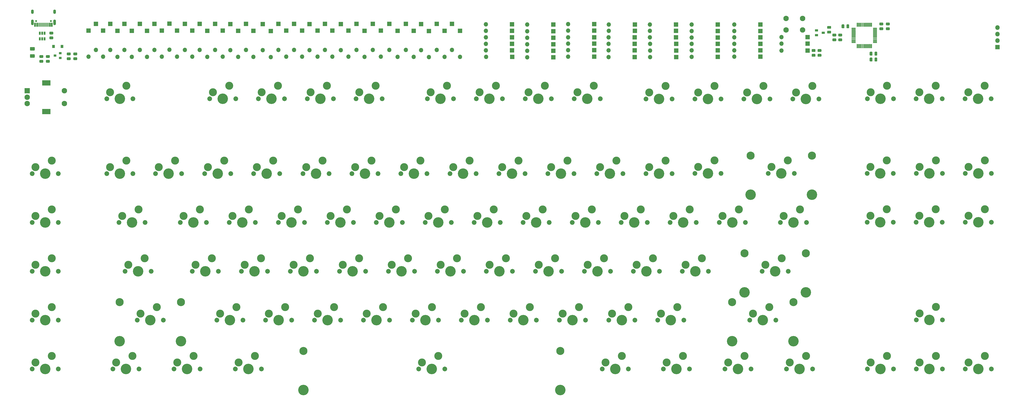
<source format=gts>
G04 #@! TF.GenerationSoftware,KiCad,Pcbnew,5.1.5+dfsg1-2build2*
G04 #@! TF.CreationDate,2020-08-17T22:58:45+02:00*
G04 #@! TF.ProjectId,PENIS,50454e49-532e-46b6-9963-61645f706362,rev?*
G04 #@! TF.SameCoordinates,Original*
G04 #@! TF.FileFunction,Soldermask,Top*
G04 #@! TF.FilePolarity,Negative*
%FSLAX46Y46*%
G04 Gerber Fmt 4.6, Leading zero omitted, Abs format (unit mm)*
G04 Created by KiCad (PCBNEW 5.1.5+dfsg1-2build2) date 2020-08-17 22:58:45*
%MOMM*%
%LPD*%
G04 APERTURE LIST*
%ADD10R,1.700000X1.700000*%
%ADD11O,1.700000X1.700000*%
%ADD12C,1.850000*%
%ADD13C,3.100000*%
%ADD14C,4.087800*%
%ADD15R,0.700000X1.550000*%
%ADD16R,0.400000X1.550000*%
%ADD17O,1.100000X2.200000*%
%ADD18C,0.750000*%
%ADD19O,1.100000X1.700000*%
%ADD20R,0.750000X1.160000*%
%ADD21C,0.100000*%
%ADD22O,1.800000X1.800000*%
%ADD23R,1.800000X1.800000*%
%ADD24C,3.148000*%
%ADD25R,1.000000X0.900000*%
%ADD26R,2.100000X2.100000*%
%ADD27C,2.100000*%
%ADD28R,3.300000X2.100000*%
%ADD29R,1.300000X0.900000*%
%ADD30R,1.000000X1.300000*%
G04 APERTURE END LIST*
D10*
X410290000Y-142340000D03*
D11*
X400130000Y-142340000D03*
D10*
X410290000Y-139790000D03*
D11*
X400130000Y-139790000D03*
D10*
X391940000Y-147440000D03*
D11*
X381780000Y-147440000D03*
D10*
X391940000Y-144940000D03*
D11*
X381780000Y-144940000D03*
D10*
X391940000Y-142440000D03*
D11*
X381780000Y-142440000D03*
D10*
X391940000Y-139890000D03*
D11*
X381780000Y-139890000D03*
D10*
X391940000Y-137390000D03*
D11*
X381780000Y-137390000D03*
D10*
X391940000Y-134840000D03*
D11*
X381780000Y-134840000D03*
D10*
X375387000Y-147520000D03*
D11*
X365227000Y-147520000D03*
D10*
X375387000Y-137385400D03*
D11*
X365227000Y-137385400D03*
D10*
X375387000Y-139925400D03*
D11*
X365227000Y-139925400D03*
D10*
X375387000Y-142440000D03*
D11*
X365227000Y-142440000D03*
D10*
X375387000Y-144980000D03*
D11*
X365227000Y-144980000D03*
D10*
X375390000Y-134840000D03*
D11*
X365230000Y-134840000D03*
D10*
X359150000Y-147550000D03*
D11*
X348990000Y-147550000D03*
D10*
X359150000Y-145000000D03*
D11*
X348990000Y-145000000D03*
D10*
X359150000Y-142450000D03*
D11*
X348990000Y-142450000D03*
D10*
X359140000Y-139890000D03*
D11*
X348980000Y-139890000D03*
D10*
X359140000Y-137350000D03*
D11*
X348980000Y-137350000D03*
D10*
X359140000Y-134840000D03*
D11*
X348980000Y-134840000D03*
D10*
X343050000Y-147550000D03*
D11*
X332890000Y-147550000D03*
D10*
X343040000Y-144990000D03*
D11*
X332880000Y-144990000D03*
D10*
X342990000Y-142440000D03*
D11*
X332830000Y-142440000D03*
D10*
X343040000Y-139890000D03*
D11*
X332880000Y-139890000D03*
D10*
X343090000Y-137340000D03*
D11*
X332930000Y-137340000D03*
D10*
X343090000Y-134840000D03*
D11*
X332930000Y-134840000D03*
D10*
X327240000Y-147440000D03*
D11*
X317080000Y-147440000D03*
D10*
X327240000Y-144890000D03*
D11*
X317080000Y-144890000D03*
D10*
X327240000Y-142340000D03*
D11*
X317080000Y-142340000D03*
D10*
X327240000Y-139840000D03*
D11*
X317080000Y-139840000D03*
D10*
X327240000Y-137290000D03*
D11*
X317080000Y-137290000D03*
D10*
X327240000Y-134740000D03*
D11*
X317080000Y-134740000D03*
D10*
X311340000Y-147690000D03*
D11*
X301180000Y-147690000D03*
D10*
X311390000Y-145140000D03*
D11*
X301230000Y-145140000D03*
D10*
X311390000Y-142590000D03*
D11*
X301230000Y-142590000D03*
D10*
X311340000Y-140040000D03*
D11*
X301180000Y-140040000D03*
D10*
X311390000Y-137490000D03*
D11*
X301230000Y-137490000D03*
D10*
X311340000Y-134840000D03*
D11*
X301180000Y-134840000D03*
D10*
X295340000Y-147490000D03*
D11*
X285180000Y-147490000D03*
D10*
X295290000Y-144940000D03*
D11*
X285130000Y-144940000D03*
D10*
X295290000Y-142440000D03*
D11*
X285130000Y-142440000D03*
D10*
X295290000Y-139890000D03*
D11*
X285130000Y-139890000D03*
D10*
X295290000Y-137340000D03*
D11*
X285130000Y-137340000D03*
D10*
X295290000Y-134790000D03*
D11*
X285130000Y-134790000D03*
D10*
X275040000Y-137340000D03*
D11*
X275040000Y-147500000D03*
D10*
X271890000Y-134640000D03*
D11*
X271890000Y-144800000D03*
D10*
X268990000Y-137340000D03*
D11*
X268990000Y-147500000D03*
D10*
X265940000Y-134640000D03*
D11*
X265940000Y-144800000D03*
D10*
X262890000Y-137440000D03*
D11*
X262890000Y-147600000D03*
D10*
X259890000Y-134680000D03*
D11*
X259890000Y-144840000D03*
D10*
X256990000Y-137340000D03*
D11*
X256990000Y-147500000D03*
D10*
X253940000Y-134590000D03*
D11*
X253940000Y-144750000D03*
D10*
X250690000Y-137340000D03*
D11*
X250690000Y-147500000D03*
D10*
X247490000Y-134590000D03*
D11*
X247490000Y-144750000D03*
D10*
X244240000Y-137290000D03*
D11*
X244240000Y-147450000D03*
D10*
X241040000Y-134640000D03*
D11*
X241040000Y-144800000D03*
D10*
X237890000Y-137340000D03*
D11*
X237890000Y-147500000D03*
D10*
X234690000Y-134640000D03*
D11*
X234690000Y-144800000D03*
D10*
X231590000Y-137290000D03*
D11*
X231590000Y-147450000D03*
D10*
X228590000Y-134740000D03*
D11*
X228590000Y-144900000D03*
D10*
X216440000Y-134690000D03*
D11*
X216440000Y-144850000D03*
D10*
X213590000Y-137240000D03*
D11*
X213590000Y-147400000D03*
D10*
X225340000Y-137240000D03*
D11*
X225340000Y-147400000D03*
D10*
X222490000Y-134590000D03*
D11*
X222490000Y-144750000D03*
D10*
X219540000Y-137290000D03*
D11*
X219540000Y-147450000D03*
D10*
X210390000Y-134640000D03*
D11*
X210390000Y-144800000D03*
D10*
X207340000Y-137290000D03*
D11*
X207340000Y-147450000D03*
D10*
X204340000Y-134590000D03*
D11*
X204340000Y-144750000D03*
D10*
X201340000Y-137390000D03*
D11*
X201340000Y-147550000D03*
D10*
X198240000Y-134680000D03*
D11*
X198240000Y-144840000D03*
D10*
X194590000Y-137340000D03*
D11*
X194590000Y-147500000D03*
D10*
X191690000Y-134590000D03*
D11*
X191690000Y-144750000D03*
D10*
X188640000Y-137340000D03*
D11*
X188640000Y-147500000D03*
D10*
X185640000Y-134690000D03*
D11*
X185640000Y-144850000D03*
D10*
X182640000Y-137290000D03*
D11*
X182640000Y-147450000D03*
D10*
X179690000Y-134590000D03*
D11*
X179690000Y-144750000D03*
D10*
X176640000Y-137340000D03*
D11*
X176640000Y-147500000D03*
D10*
X173690000Y-134590000D03*
D11*
X173690000Y-144750000D03*
D10*
X170840000Y-137290000D03*
D11*
X170840000Y-147450000D03*
D10*
X167890000Y-134590000D03*
D11*
X167890000Y-144750000D03*
D10*
X164840000Y-137290000D03*
D11*
X164840000Y-147450000D03*
D10*
X161890000Y-134540000D03*
D11*
X161890000Y-144700000D03*
D10*
X158940000Y-137290000D03*
D11*
X158940000Y-147450000D03*
D10*
X156090000Y-134640000D03*
D11*
X156090000Y-144800000D03*
D10*
X153190000Y-137340000D03*
D11*
X153190000Y-147500000D03*
D10*
X150390000Y-134640000D03*
D11*
X150390000Y-144800000D03*
D10*
X147290000Y-137340000D03*
D11*
X147290000Y-147500000D03*
D10*
X130390000Y-137240000D03*
D11*
X130390000Y-147400000D03*
D10*
X144390000Y-134640000D03*
D11*
X144390000Y-144800000D03*
D10*
X141640000Y-137340000D03*
D11*
X141640000Y-147500000D03*
D10*
X138890000Y-134590000D03*
D11*
X138890000Y-144750000D03*
D10*
X136090000Y-137290000D03*
D11*
X136090000Y-147450000D03*
D10*
X133290000Y-134640000D03*
D11*
X133290000Y-144800000D03*
D10*
X410286600Y-145005400D03*
D11*
X400126600Y-145005400D03*
D12*
X333620000Y-231140000D03*
X323460000Y-231140000D03*
D13*
X324730000Y-228600000D03*
D14*
X328540000Y-231140000D03*
D13*
X331080000Y-226060000D03*
D15*
X109628000Y-134985000D03*
X110428000Y-134985000D03*
X115328000Y-134985000D03*
X116128000Y-134985000D03*
X116128000Y-134985000D03*
X115328000Y-134985000D03*
X110428000Y-134985000D03*
X109628000Y-134985000D03*
D16*
X114628000Y-134985000D03*
X114128000Y-134985000D03*
X113628000Y-134985000D03*
X112628000Y-134985000D03*
X112128000Y-134985000D03*
X111628000Y-134985000D03*
X111128000Y-134985000D03*
X113128000Y-134985000D03*
D17*
X108558000Y-134070000D03*
X117198000Y-134070000D03*
D18*
X115768000Y-133540000D03*
D19*
X117198000Y-129890000D03*
D18*
X109988000Y-133540000D03*
D19*
X108558000Y-129890000D03*
D20*
X112370000Y-140492000D03*
X113320000Y-140492000D03*
X111420000Y-140492000D03*
X111420000Y-138292000D03*
X112370000Y-138292000D03*
X113320000Y-138292000D03*
D21*
G36*
X116433592Y-137664294D02*
G01*
X116459681Y-137668164D01*
X116485264Y-137674572D01*
X116510096Y-137683457D01*
X116533938Y-137694734D01*
X116556560Y-137708293D01*
X116577743Y-137724003D01*
X116597285Y-137741715D01*
X116614997Y-137761257D01*
X116630707Y-137782440D01*
X116644266Y-137805062D01*
X116655543Y-137828904D01*
X116664428Y-137853736D01*
X116670836Y-137879319D01*
X116674706Y-137905408D01*
X116676000Y-137931750D01*
X116676000Y-138469250D01*
X116674706Y-138495592D01*
X116670836Y-138521681D01*
X116664428Y-138547264D01*
X116655543Y-138572096D01*
X116644266Y-138595938D01*
X116630707Y-138618560D01*
X116614997Y-138639743D01*
X116597285Y-138659285D01*
X116577743Y-138676997D01*
X116556560Y-138692707D01*
X116533938Y-138706266D01*
X116510096Y-138717543D01*
X116485264Y-138726428D01*
X116459681Y-138732836D01*
X116433592Y-138736706D01*
X116407250Y-138738000D01*
X115444750Y-138738000D01*
X115418408Y-138736706D01*
X115392319Y-138732836D01*
X115366736Y-138726428D01*
X115341904Y-138717543D01*
X115318062Y-138706266D01*
X115295440Y-138692707D01*
X115274257Y-138676997D01*
X115254715Y-138659285D01*
X115237003Y-138639743D01*
X115221293Y-138618560D01*
X115207734Y-138595938D01*
X115196457Y-138572096D01*
X115187572Y-138547264D01*
X115181164Y-138521681D01*
X115177294Y-138495592D01*
X115176000Y-138469250D01*
X115176000Y-137931750D01*
X115177294Y-137905408D01*
X115181164Y-137879319D01*
X115187572Y-137853736D01*
X115196457Y-137828904D01*
X115207734Y-137805062D01*
X115221293Y-137782440D01*
X115237003Y-137761257D01*
X115254715Y-137741715D01*
X115274257Y-137724003D01*
X115295440Y-137708293D01*
X115318062Y-137694734D01*
X115341904Y-137683457D01*
X115366736Y-137674572D01*
X115392319Y-137668164D01*
X115418408Y-137664294D01*
X115444750Y-137663000D01*
X116407250Y-137663000D01*
X116433592Y-137664294D01*
G37*
G36*
X116433592Y-139539294D02*
G01*
X116459681Y-139543164D01*
X116485264Y-139549572D01*
X116510096Y-139558457D01*
X116533938Y-139569734D01*
X116556560Y-139583293D01*
X116577743Y-139599003D01*
X116597285Y-139616715D01*
X116614997Y-139636257D01*
X116630707Y-139657440D01*
X116644266Y-139680062D01*
X116655543Y-139703904D01*
X116664428Y-139728736D01*
X116670836Y-139754319D01*
X116674706Y-139780408D01*
X116676000Y-139806750D01*
X116676000Y-140344250D01*
X116674706Y-140370592D01*
X116670836Y-140396681D01*
X116664428Y-140422264D01*
X116655543Y-140447096D01*
X116644266Y-140470938D01*
X116630707Y-140493560D01*
X116614997Y-140514743D01*
X116597285Y-140534285D01*
X116577743Y-140551997D01*
X116556560Y-140567707D01*
X116533938Y-140581266D01*
X116510096Y-140592543D01*
X116485264Y-140601428D01*
X116459681Y-140607836D01*
X116433592Y-140611706D01*
X116407250Y-140613000D01*
X115444750Y-140613000D01*
X115418408Y-140611706D01*
X115392319Y-140607836D01*
X115366736Y-140601428D01*
X115341904Y-140592543D01*
X115318062Y-140581266D01*
X115295440Y-140567707D01*
X115274257Y-140551997D01*
X115254715Y-140534285D01*
X115237003Y-140514743D01*
X115221293Y-140493560D01*
X115207734Y-140470938D01*
X115196457Y-140447096D01*
X115187572Y-140422264D01*
X115181164Y-140396681D01*
X115177294Y-140370592D01*
X115176000Y-140344250D01*
X115176000Y-139806750D01*
X115177294Y-139780408D01*
X115181164Y-139754319D01*
X115187572Y-139728736D01*
X115196457Y-139703904D01*
X115207734Y-139680062D01*
X115221293Y-139657440D01*
X115237003Y-139636257D01*
X115254715Y-139616715D01*
X115274257Y-139599003D01*
X115295440Y-139583293D01*
X115318062Y-139569734D01*
X115341904Y-139558457D01*
X115366736Y-139549572D01*
X115392319Y-139543164D01*
X115418408Y-139539294D01*
X115444750Y-139538000D01*
X116407250Y-139538000D01*
X116433592Y-139539294D01*
G37*
D22*
X484226000Y-136090000D03*
X484226000Y-138630000D03*
X484226000Y-141170000D03*
D23*
X484226000Y-143710000D03*
D21*
G36*
X109241465Y-143668300D02*
G01*
X109267674Y-143672188D01*
X109293377Y-143678626D01*
X109318325Y-143687553D01*
X109342277Y-143698881D01*
X109365004Y-143712503D01*
X109386286Y-143728287D01*
X109405919Y-143746081D01*
X109423713Y-143765714D01*
X109439497Y-143786996D01*
X109453119Y-143809723D01*
X109464447Y-143833675D01*
X109473374Y-143858623D01*
X109479812Y-143884326D01*
X109483700Y-143910535D01*
X109485000Y-143937000D01*
X109485000Y-144747000D01*
X109483700Y-144773465D01*
X109479812Y-144799674D01*
X109473374Y-144825377D01*
X109464447Y-144850325D01*
X109453119Y-144874277D01*
X109439497Y-144897004D01*
X109423713Y-144918286D01*
X109405919Y-144937919D01*
X109386286Y-144955713D01*
X109365004Y-144971497D01*
X109342277Y-144985119D01*
X109318325Y-144996447D01*
X109293377Y-145005374D01*
X109267674Y-145011812D01*
X109241465Y-145015700D01*
X109215000Y-145017000D01*
X107905000Y-145017000D01*
X107878535Y-145015700D01*
X107852326Y-145011812D01*
X107826623Y-145005374D01*
X107801675Y-144996447D01*
X107777723Y-144985119D01*
X107754996Y-144971497D01*
X107733714Y-144955713D01*
X107714081Y-144937919D01*
X107696287Y-144918286D01*
X107680503Y-144897004D01*
X107666881Y-144874277D01*
X107655553Y-144850325D01*
X107646626Y-144825377D01*
X107640188Y-144799674D01*
X107636300Y-144773465D01*
X107635000Y-144747000D01*
X107635000Y-143937000D01*
X107636300Y-143910535D01*
X107640188Y-143884326D01*
X107646626Y-143858623D01*
X107655553Y-143833675D01*
X107666881Y-143809723D01*
X107680503Y-143786996D01*
X107696287Y-143765714D01*
X107714081Y-143746081D01*
X107733714Y-143728287D01*
X107754996Y-143712503D01*
X107777723Y-143698881D01*
X107801675Y-143687553D01*
X107826623Y-143678626D01*
X107852326Y-143672188D01*
X107878535Y-143668300D01*
X107905000Y-143667000D01*
X109215000Y-143667000D01*
X109241465Y-143668300D01*
G37*
G36*
X109241465Y-146468300D02*
G01*
X109267674Y-146472188D01*
X109293377Y-146478626D01*
X109318325Y-146487553D01*
X109342277Y-146498881D01*
X109365004Y-146512503D01*
X109386286Y-146528287D01*
X109405919Y-146546081D01*
X109423713Y-146565714D01*
X109439497Y-146586996D01*
X109453119Y-146609723D01*
X109464447Y-146633675D01*
X109473374Y-146658623D01*
X109479812Y-146684326D01*
X109483700Y-146710535D01*
X109485000Y-146737000D01*
X109485000Y-147547000D01*
X109483700Y-147573465D01*
X109479812Y-147599674D01*
X109473374Y-147625377D01*
X109464447Y-147650325D01*
X109453119Y-147674277D01*
X109439497Y-147697004D01*
X109423713Y-147718286D01*
X109405919Y-147737919D01*
X109386286Y-147755713D01*
X109365004Y-147771497D01*
X109342277Y-147785119D01*
X109318325Y-147796447D01*
X109293377Y-147805374D01*
X109267674Y-147811812D01*
X109241465Y-147815700D01*
X109215000Y-147817000D01*
X107905000Y-147817000D01*
X107878535Y-147815700D01*
X107852326Y-147811812D01*
X107826623Y-147805374D01*
X107801675Y-147796447D01*
X107777723Y-147785119D01*
X107754996Y-147771497D01*
X107733714Y-147755713D01*
X107714081Y-147737919D01*
X107696287Y-147718286D01*
X107680503Y-147697004D01*
X107666881Y-147674277D01*
X107655553Y-147650325D01*
X107646626Y-147625377D01*
X107640188Y-147599674D01*
X107636300Y-147573465D01*
X107635000Y-147547000D01*
X107635000Y-146737000D01*
X107636300Y-146710535D01*
X107640188Y-146684326D01*
X107646626Y-146658623D01*
X107655553Y-146633675D01*
X107666881Y-146609723D01*
X107680503Y-146586996D01*
X107696287Y-146565714D01*
X107714081Y-146546081D01*
X107733714Y-146528287D01*
X107754996Y-146512503D01*
X107777723Y-146498881D01*
X107801675Y-146487553D01*
X107826623Y-146478626D01*
X107852326Y-146472188D01*
X107878535Y-146468300D01*
X107905000Y-146467000D01*
X109215000Y-146467000D01*
X109241465Y-146468300D01*
G37*
D12*
X185770000Y-193040000D03*
X175610000Y-193040000D03*
D13*
X176880000Y-190500000D03*
D14*
X180690000Y-193040000D03*
D13*
X183230000Y-187960000D03*
D12*
X206720000Y-163840000D03*
X196560000Y-163840000D03*
D13*
X197830000Y-161300000D03*
D14*
X201640000Y-163840000D03*
D13*
X204180000Y-158760000D03*
D12*
X481870000Y-269240000D03*
X471710000Y-269240000D03*
D13*
X472980000Y-266700000D03*
D14*
X476790000Y-269240000D03*
D13*
X479330000Y-264160000D03*
D12*
X481870000Y-212040000D03*
X471710000Y-212040000D03*
D13*
X472980000Y-209500000D03*
D14*
X476790000Y-212040000D03*
D13*
X479330000Y-206960000D03*
D12*
X481870000Y-192990000D03*
X471710000Y-192990000D03*
D13*
X472980000Y-190450000D03*
D14*
X476790000Y-192990000D03*
D13*
X479330000Y-187910000D03*
D12*
X462820000Y-269240000D03*
X452660000Y-269240000D03*
D13*
X453930000Y-266700000D03*
D14*
X457740000Y-269240000D03*
D13*
X460280000Y-264160000D03*
D12*
X462820000Y-250140000D03*
X452660000Y-250140000D03*
D13*
X453930000Y-247600000D03*
D14*
X457740000Y-250140000D03*
D13*
X460280000Y-245060000D03*
D12*
X462770000Y-212040000D03*
X452610000Y-212040000D03*
D13*
X453880000Y-209500000D03*
D14*
X457690000Y-212040000D03*
D13*
X460230000Y-206960000D03*
D12*
X462820000Y-192990000D03*
X452660000Y-192990000D03*
D13*
X453930000Y-190450000D03*
D14*
X457740000Y-192990000D03*
D13*
X460280000Y-187910000D03*
D12*
X443770000Y-269240000D03*
X433610000Y-269240000D03*
D13*
X434880000Y-266700000D03*
D14*
X438690000Y-269240000D03*
D13*
X441230000Y-264160000D03*
D12*
X443720000Y-212040000D03*
X433560000Y-212040000D03*
D13*
X434830000Y-209500000D03*
D14*
X438640000Y-212040000D03*
D13*
X441180000Y-206960000D03*
D12*
X443720000Y-192990000D03*
X433560000Y-192990000D03*
D13*
X434830000Y-190450000D03*
D14*
X438640000Y-192990000D03*
D13*
X441180000Y-187910000D03*
D12*
X409920000Y-212090000D03*
X399760000Y-212090000D03*
D13*
X401030000Y-209550000D03*
D14*
X404840000Y-212090000D03*
D13*
X407380000Y-207010000D03*
D14*
X388152000Y-201245000D03*
X412028000Y-201245000D03*
D24*
X388152000Y-186005000D03*
X412028000Y-186005000D03*
D12*
X405170000Y-192990000D03*
X395010000Y-192990000D03*
D13*
X396280000Y-190450000D03*
D14*
X400090000Y-192990000D03*
D13*
X402630000Y-187910000D03*
D14*
X380952000Y-258445000D03*
X404828000Y-258445000D03*
D24*
X380952000Y-243205000D03*
X404828000Y-243205000D03*
D12*
X397970000Y-250190000D03*
X387810000Y-250190000D03*
D13*
X389080000Y-247650000D03*
D14*
X392890000Y-250190000D03*
D13*
X395430000Y-245110000D03*
D14*
X385752000Y-239395000D03*
X409628000Y-239395000D03*
D24*
X385752000Y-224155000D03*
X409628000Y-224155000D03*
D12*
X402770000Y-231140000D03*
X392610000Y-231140000D03*
D13*
X393880000Y-228600000D03*
D14*
X397690000Y-231140000D03*
D13*
X400230000Y-226060000D03*
D12*
X386070000Y-212090000D03*
X375910000Y-212090000D03*
D13*
X377180000Y-209550000D03*
D14*
X380990000Y-212090000D03*
D13*
X383530000Y-207010000D03*
D12*
X376620000Y-192990000D03*
X366460000Y-192990000D03*
D13*
X367730000Y-190450000D03*
D14*
X371540000Y-192990000D03*
D13*
X374080000Y-187910000D03*
D12*
X412270000Y-269240000D03*
X402110000Y-269240000D03*
D13*
X403380000Y-266700000D03*
D14*
X407190000Y-269240000D03*
D13*
X409730000Y-264160000D03*
D12*
X362170000Y-250190000D03*
X352010000Y-250190000D03*
D13*
X353280000Y-247650000D03*
D14*
X357090000Y-250190000D03*
D13*
X359630000Y-245110000D03*
D12*
X371720000Y-231140000D03*
X361560000Y-231140000D03*
D13*
X362830000Y-228600000D03*
D14*
X366640000Y-231140000D03*
D13*
X369180000Y-226060000D03*
D12*
X366970000Y-212090000D03*
X356810000Y-212090000D03*
D13*
X358080000Y-209550000D03*
D14*
X361890000Y-212090000D03*
D13*
X364430000Y-207010000D03*
D12*
X357570000Y-193040000D03*
X347410000Y-193040000D03*
D13*
X348680000Y-190500000D03*
D14*
X352490000Y-193040000D03*
D13*
X355030000Y-187960000D03*
D12*
X388320000Y-269240000D03*
X378160000Y-269240000D03*
D13*
X379430000Y-266700000D03*
D14*
X383240000Y-269240000D03*
D13*
X385780000Y-264160000D03*
D12*
X343070000Y-250190000D03*
X332910000Y-250190000D03*
D13*
X334180000Y-247650000D03*
D14*
X337990000Y-250190000D03*
D13*
X340530000Y-245110000D03*
D12*
X352670000Y-231140000D03*
X342510000Y-231140000D03*
D13*
X343780000Y-228600000D03*
D14*
X347590000Y-231140000D03*
D13*
X350130000Y-226060000D03*
D12*
X347920000Y-212090000D03*
X337760000Y-212090000D03*
D13*
X339030000Y-209550000D03*
D14*
X342840000Y-212090000D03*
D13*
X345380000Y-207010000D03*
D12*
X338470000Y-193040000D03*
X328310000Y-193040000D03*
D13*
X329580000Y-190500000D03*
D14*
X333390000Y-193040000D03*
D13*
X335930000Y-187960000D03*
D12*
X364370000Y-269240000D03*
X354210000Y-269240000D03*
D13*
X355480000Y-266700000D03*
D14*
X359290000Y-269240000D03*
D13*
X361830000Y-264160000D03*
D12*
X323870000Y-250190000D03*
X313710000Y-250190000D03*
D13*
X314980000Y-247650000D03*
D14*
X318790000Y-250190000D03*
D13*
X321330000Y-245110000D03*
D12*
X328870000Y-212090000D03*
X318710000Y-212090000D03*
D13*
X319980000Y-209550000D03*
D14*
X323790000Y-212090000D03*
D13*
X326330000Y-207010000D03*
D12*
X319370000Y-193040000D03*
X309210000Y-193040000D03*
D13*
X310480000Y-190500000D03*
D14*
X314290000Y-193040000D03*
D13*
X316830000Y-187960000D03*
D12*
X340520000Y-269240000D03*
X330360000Y-269240000D03*
D13*
X331630000Y-266700000D03*
D14*
X335440000Y-269240000D03*
D13*
X337980000Y-264160000D03*
D12*
X304770000Y-250190000D03*
X294610000Y-250190000D03*
D13*
X295880000Y-247650000D03*
D14*
X299690000Y-250190000D03*
D13*
X302230000Y-245110000D03*
D12*
X314570000Y-231140000D03*
X304410000Y-231140000D03*
D13*
X305680000Y-228600000D03*
D14*
X309490000Y-231140000D03*
D13*
X312030000Y-226060000D03*
D12*
X309770000Y-212090000D03*
X299610000Y-212090000D03*
D13*
X300880000Y-209550000D03*
D14*
X304690000Y-212090000D03*
D13*
X307230000Y-207010000D03*
D12*
X300320000Y-193040000D03*
X290160000Y-193040000D03*
D13*
X291430000Y-190500000D03*
D14*
X295240000Y-193040000D03*
D13*
X297780000Y-187960000D03*
D12*
X285720000Y-250190000D03*
X275560000Y-250190000D03*
D13*
X276830000Y-247650000D03*
D14*
X280640000Y-250190000D03*
D13*
X283180000Y-245110000D03*
D12*
X295470000Y-231140000D03*
X285310000Y-231140000D03*
D13*
X286580000Y-228600000D03*
D14*
X290390000Y-231140000D03*
D13*
X292930000Y-226060000D03*
D12*
X290720000Y-212090000D03*
X280560000Y-212090000D03*
D13*
X281830000Y-209550000D03*
D14*
X285640000Y-212090000D03*
D13*
X288180000Y-207010000D03*
D12*
X281270000Y-193040000D03*
X271110000Y-193040000D03*
D13*
X272380000Y-190500000D03*
D14*
X276190000Y-193040000D03*
D13*
X278730000Y-187960000D03*
D12*
X266670000Y-250190000D03*
X256510000Y-250190000D03*
D13*
X257780000Y-247650000D03*
D14*
X261590000Y-250190000D03*
D13*
X264130000Y-245110000D03*
D12*
X276420000Y-231140000D03*
X266260000Y-231140000D03*
D13*
X267530000Y-228600000D03*
D14*
X271340000Y-231140000D03*
D13*
X273880000Y-226060000D03*
D12*
X271670000Y-212090000D03*
X261510000Y-212090000D03*
D13*
X262780000Y-209550000D03*
D14*
X266590000Y-212090000D03*
D13*
X269130000Y-207010000D03*
D12*
X262170000Y-193040000D03*
X252010000Y-193040000D03*
D13*
X253280000Y-190500000D03*
D14*
X257090000Y-193040000D03*
D13*
X259630000Y-187960000D03*
D14*
X214040100Y-277495000D03*
X314039900Y-277495000D03*
D24*
X214040100Y-262255000D03*
X314039900Y-262255000D03*
D12*
X269120000Y-269240000D03*
X258960000Y-269240000D03*
D13*
X260230000Y-266700000D03*
D14*
X264040000Y-269240000D03*
D13*
X266580000Y-264160000D03*
D12*
X247620000Y-250190000D03*
X237460000Y-250190000D03*
D13*
X238730000Y-247650000D03*
D14*
X242540000Y-250190000D03*
D13*
X245080000Y-245110000D03*
D12*
X257320000Y-231140000D03*
X247160000Y-231140000D03*
D13*
X248430000Y-228600000D03*
D14*
X252240000Y-231140000D03*
D13*
X254780000Y-226060000D03*
D12*
X252620000Y-212090000D03*
X242460000Y-212090000D03*
D13*
X243730000Y-209550000D03*
D14*
X247540000Y-212090000D03*
D13*
X250080000Y-207010000D03*
D12*
X243120000Y-193040000D03*
X232960000Y-193040000D03*
D13*
X234230000Y-190500000D03*
D14*
X238040000Y-193040000D03*
D13*
X240580000Y-187960000D03*
D12*
X228570000Y-250190000D03*
X218410000Y-250190000D03*
D13*
X219680000Y-247650000D03*
D14*
X223490000Y-250190000D03*
D13*
X226030000Y-245110000D03*
D12*
X238270000Y-231140000D03*
X228110000Y-231140000D03*
D13*
X229380000Y-228600000D03*
D14*
X233190000Y-231140000D03*
D13*
X235730000Y-226060000D03*
D12*
X233570000Y-212090000D03*
X223410000Y-212090000D03*
D13*
X224680000Y-209550000D03*
D14*
X228490000Y-212090000D03*
D13*
X231030000Y-207010000D03*
D12*
X224020000Y-193040000D03*
X213860000Y-193040000D03*
D13*
X215130000Y-190500000D03*
D14*
X218940000Y-193040000D03*
D13*
X221480000Y-187960000D03*
D12*
X209520000Y-250190000D03*
X199360000Y-250190000D03*
D13*
X200630000Y-247650000D03*
D14*
X204440000Y-250190000D03*
D13*
X206980000Y-245110000D03*
D12*
X219170000Y-231140000D03*
X209010000Y-231140000D03*
D13*
X210280000Y-228600000D03*
D14*
X214090000Y-231140000D03*
D13*
X216630000Y-226060000D03*
D12*
X214470000Y-212090000D03*
X204310000Y-212090000D03*
D13*
X205580000Y-209550000D03*
D14*
X209390000Y-212090000D03*
D13*
X211930000Y-207010000D03*
D12*
X204870000Y-193040000D03*
X194710000Y-193040000D03*
D13*
X195980000Y-190500000D03*
D14*
X199790000Y-193040000D03*
D13*
X202330000Y-187960000D03*
D12*
X197720000Y-269240000D03*
X187560000Y-269240000D03*
D13*
X188830000Y-266700000D03*
D14*
X192640000Y-269240000D03*
D13*
X195180000Y-264160000D03*
D12*
X190520000Y-250190000D03*
X180360000Y-250190000D03*
D13*
X181630000Y-247650000D03*
D14*
X185440000Y-250190000D03*
D13*
X187980000Y-245110000D03*
D12*
X200070000Y-231140000D03*
X189910000Y-231140000D03*
D13*
X191180000Y-228600000D03*
D14*
X194990000Y-231140000D03*
D13*
X197530000Y-226060000D03*
D12*
X195370000Y-212090000D03*
X185210000Y-212090000D03*
D13*
X186480000Y-209550000D03*
D14*
X190290000Y-212090000D03*
D13*
X192830000Y-207010000D03*
D12*
X173870000Y-269240000D03*
X163710000Y-269240000D03*
D13*
X164980000Y-266700000D03*
D14*
X168790000Y-269240000D03*
D13*
X171330000Y-264160000D03*
D12*
X180970000Y-231140000D03*
X170810000Y-231140000D03*
D13*
X172080000Y-228600000D03*
D14*
X175890000Y-231140000D03*
D13*
X178430000Y-226060000D03*
D12*
X176270000Y-212090000D03*
X166110000Y-212090000D03*
D13*
X167380000Y-209550000D03*
D14*
X171190000Y-212090000D03*
D13*
X173730000Y-207010000D03*
D12*
X166670000Y-193040000D03*
X156510000Y-193040000D03*
D13*
X157780000Y-190500000D03*
D14*
X161590000Y-193040000D03*
D13*
X164130000Y-187960000D03*
D12*
X150020000Y-269240000D03*
X139860000Y-269240000D03*
D13*
X141130000Y-266700000D03*
D14*
X144940000Y-269240000D03*
D13*
X147480000Y-264160000D03*
D14*
X142552000Y-258445000D03*
X166428000Y-258445000D03*
D24*
X142552000Y-243205000D03*
X166428000Y-243205000D03*
D12*
X159570000Y-250190000D03*
X149410000Y-250190000D03*
D13*
X150680000Y-247650000D03*
D14*
X154490000Y-250190000D03*
D13*
X157030000Y-245110000D03*
D12*
X154790000Y-231150000D03*
X144630000Y-231150000D03*
D13*
X145900000Y-228610000D03*
D14*
X149710000Y-231150000D03*
D13*
X152250000Y-226070000D03*
D12*
X152420000Y-212090000D03*
X142260000Y-212090000D03*
D13*
X143530000Y-209550000D03*
D14*
X147340000Y-212090000D03*
D13*
X149880000Y-207010000D03*
D12*
X147650000Y-193030000D03*
X137490000Y-193030000D03*
D13*
X138760000Y-190490000D03*
D14*
X142570000Y-193030000D03*
D13*
X145110000Y-187950000D03*
D12*
X118670000Y-269240000D03*
X108510000Y-269240000D03*
D13*
X109780000Y-266700000D03*
D14*
X113590000Y-269240000D03*
D13*
X116130000Y-264160000D03*
D12*
X118670000Y-250190000D03*
X108510000Y-250190000D03*
D13*
X109780000Y-247650000D03*
D14*
X113590000Y-250190000D03*
D13*
X116130000Y-245110000D03*
D12*
X118670000Y-231140000D03*
X108510000Y-231140000D03*
D13*
X109780000Y-228600000D03*
D14*
X113590000Y-231140000D03*
D13*
X116130000Y-226060000D03*
D12*
X118670000Y-212090000D03*
X108510000Y-212090000D03*
D13*
X109780000Y-209550000D03*
D14*
X113590000Y-212090000D03*
D13*
X116130000Y-207010000D03*
D12*
X481770000Y-163840000D03*
X471610000Y-163840000D03*
D13*
X472880000Y-161300000D03*
D14*
X476690000Y-163840000D03*
D13*
X479230000Y-158760000D03*
D12*
X462770000Y-163840000D03*
X452610000Y-163840000D03*
D13*
X453880000Y-161300000D03*
D14*
X457690000Y-163840000D03*
D13*
X460230000Y-158760000D03*
D12*
X443770000Y-163840000D03*
X433610000Y-163840000D03*
D13*
X434880000Y-161300000D03*
D14*
X438690000Y-163840000D03*
D13*
X441230000Y-158760000D03*
D12*
X414720000Y-163890000D03*
X404560000Y-163890000D03*
D13*
X405830000Y-161350000D03*
D14*
X409640000Y-163890000D03*
D13*
X412180000Y-158810000D03*
D12*
X395670000Y-163890000D03*
X385510000Y-163890000D03*
D13*
X386780000Y-161350000D03*
D14*
X390590000Y-163890000D03*
D13*
X393130000Y-158810000D03*
D12*
X376620000Y-163890000D03*
X366460000Y-163890000D03*
D13*
X367730000Y-161350000D03*
D14*
X371540000Y-163890000D03*
D13*
X374080000Y-158810000D03*
D12*
X357570000Y-163890000D03*
X347410000Y-163890000D03*
D13*
X348680000Y-161350000D03*
D14*
X352490000Y-163890000D03*
D13*
X355030000Y-158810000D03*
D12*
X329620000Y-163860000D03*
X319460000Y-163860000D03*
D13*
X320730000Y-161320000D03*
D14*
X324540000Y-163860000D03*
D13*
X327080000Y-158780000D03*
D12*
X310570000Y-163870000D03*
X300410000Y-163870000D03*
D13*
X301680000Y-161330000D03*
D14*
X305490000Y-163870000D03*
D13*
X308030000Y-158790000D03*
D12*
X291520000Y-163840000D03*
X281360000Y-163840000D03*
D13*
X282630000Y-161300000D03*
D14*
X286440000Y-163840000D03*
D13*
X288980000Y-158760000D03*
D12*
X272520000Y-163840000D03*
X262360000Y-163840000D03*
D13*
X263630000Y-161300000D03*
D14*
X267440000Y-163840000D03*
D13*
X269980000Y-158760000D03*
D12*
X244720000Y-163840000D03*
X234560000Y-163840000D03*
D13*
X235830000Y-161300000D03*
D14*
X239640000Y-163840000D03*
D13*
X242180000Y-158760000D03*
D12*
X225720000Y-163840000D03*
X215560000Y-163840000D03*
D13*
X216830000Y-161300000D03*
D14*
X220640000Y-163840000D03*
D13*
X223180000Y-158760000D03*
D12*
X187720000Y-163840000D03*
X177560000Y-163840000D03*
D13*
X178830000Y-161300000D03*
D14*
X182640000Y-163840000D03*
D13*
X185180000Y-158760000D03*
D12*
X147670000Y-163840000D03*
X137510000Y-163840000D03*
D13*
X138780000Y-161300000D03*
D14*
X142590000Y-163840000D03*
D13*
X145130000Y-158760000D03*
D12*
X118670000Y-193040000D03*
X108510000Y-193040000D03*
D13*
X109780000Y-190500000D03*
D14*
X113590000Y-193040000D03*
D13*
X116130000Y-187960000D03*
D25*
X119405000Y-147962000D03*
X119405000Y-146062000D03*
X117405000Y-147012000D03*
D21*
G36*
X429769802Y-134188482D02*
G01*
X429779509Y-134189921D01*
X429789028Y-134192306D01*
X429798268Y-134195612D01*
X429807140Y-134199808D01*
X429815557Y-134204853D01*
X429823439Y-134210699D01*
X429830711Y-134217289D01*
X429837301Y-134224561D01*
X429843147Y-134232443D01*
X429848192Y-134240860D01*
X429852388Y-134249732D01*
X429855694Y-134258972D01*
X429858079Y-134268491D01*
X429859518Y-134278198D01*
X429860000Y-134288000D01*
X429860000Y-135663000D01*
X429859518Y-135672802D01*
X429858079Y-135682509D01*
X429855694Y-135692028D01*
X429852388Y-135701268D01*
X429848192Y-135710140D01*
X429843147Y-135718557D01*
X429837301Y-135726439D01*
X429830711Y-135733711D01*
X429823439Y-135740301D01*
X429815557Y-135746147D01*
X429807140Y-135751192D01*
X429798268Y-135755388D01*
X429789028Y-135758694D01*
X429779509Y-135761079D01*
X429769802Y-135762518D01*
X429760000Y-135763000D01*
X429560000Y-135763000D01*
X429550198Y-135762518D01*
X429540491Y-135761079D01*
X429530972Y-135758694D01*
X429521732Y-135755388D01*
X429512860Y-135751192D01*
X429504443Y-135746147D01*
X429496561Y-135740301D01*
X429489289Y-135733711D01*
X429482699Y-135726439D01*
X429476853Y-135718557D01*
X429471808Y-135710140D01*
X429467612Y-135701268D01*
X429464306Y-135692028D01*
X429461921Y-135682509D01*
X429460482Y-135672802D01*
X429460000Y-135663000D01*
X429460000Y-134288000D01*
X429460482Y-134278198D01*
X429461921Y-134268491D01*
X429464306Y-134258972D01*
X429467612Y-134249732D01*
X429471808Y-134240860D01*
X429476853Y-134232443D01*
X429482699Y-134224561D01*
X429489289Y-134217289D01*
X429496561Y-134210699D01*
X429504443Y-134204853D01*
X429512860Y-134199808D01*
X429521732Y-134195612D01*
X429530972Y-134192306D01*
X429540491Y-134189921D01*
X429550198Y-134188482D01*
X429560000Y-134188000D01*
X429760000Y-134188000D01*
X429769802Y-134188482D01*
G37*
G36*
X430269802Y-134188482D02*
G01*
X430279509Y-134189921D01*
X430289028Y-134192306D01*
X430298268Y-134195612D01*
X430307140Y-134199808D01*
X430315557Y-134204853D01*
X430323439Y-134210699D01*
X430330711Y-134217289D01*
X430337301Y-134224561D01*
X430343147Y-134232443D01*
X430348192Y-134240860D01*
X430352388Y-134249732D01*
X430355694Y-134258972D01*
X430358079Y-134268491D01*
X430359518Y-134278198D01*
X430360000Y-134288000D01*
X430360000Y-135663000D01*
X430359518Y-135672802D01*
X430358079Y-135682509D01*
X430355694Y-135692028D01*
X430352388Y-135701268D01*
X430348192Y-135710140D01*
X430343147Y-135718557D01*
X430337301Y-135726439D01*
X430330711Y-135733711D01*
X430323439Y-135740301D01*
X430315557Y-135746147D01*
X430307140Y-135751192D01*
X430298268Y-135755388D01*
X430289028Y-135758694D01*
X430279509Y-135761079D01*
X430269802Y-135762518D01*
X430260000Y-135763000D01*
X430060000Y-135763000D01*
X430050198Y-135762518D01*
X430040491Y-135761079D01*
X430030972Y-135758694D01*
X430021732Y-135755388D01*
X430012860Y-135751192D01*
X430004443Y-135746147D01*
X429996561Y-135740301D01*
X429989289Y-135733711D01*
X429982699Y-135726439D01*
X429976853Y-135718557D01*
X429971808Y-135710140D01*
X429967612Y-135701268D01*
X429964306Y-135692028D01*
X429961921Y-135682509D01*
X429960482Y-135672802D01*
X429960000Y-135663000D01*
X429960000Y-134288000D01*
X429960482Y-134278198D01*
X429961921Y-134268491D01*
X429964306Y-134258972D01*
X429967612Y-134249732D01*
X429971808Y-134240860D01*
X429976853Y-134232443D01*
X429982699Y-134224561D01*
X429989289Y-134217289D01*
X429996561Y-134210699D01*
X430004443Y-134204853D01*
X430012860Y-134199808D01*
X430021732Y-134195612D01*
X430030972Y-134192306D01*
X430040491Y-134189921D01*
X430050198Y-134188482D01*
X430060000Y-134188000D01*
X430260000Y-134188000D01*
X430269802Y-134188482D01*
G37*
G36*
X430769802Y-134188482D02*
G01*
X430779509Y-134189921D01*
X430789028Y-134192306D01*
X430798268Y-134195612D01*
X430807140Y-134199808D01*
X430815557Y-134204853D01*
X430823439Y-134210699D01*
X430830711Y-134217289D01*
X430837301Y-134224561D01*
X430843147Y-134232443D01*
X430848192Y-134240860D01*
X430852388Y-134249732D01*
X430855694Y-134258972D01*
X430858079Y-134268491D01*
X430859518Y-134278198D01*
X430860000Y-134288000D01*
X430860000Y-135663000D01*
X430859518Y-135672802D01*
X430858079Y-135682509D01*
X430855694Y-135692028D01*
X430852388Y-135701268D01*
X430848192Y-135710140D01*
X430843147Y-135718557D01*
X430837301Y-135726439D01*
X430830711Y-135733711D01*
X430823439Y-135740301D01*
X430815557Y-135746147D01*
X430807140Y-135751192D01*
X430798268Y-135755388D01*
X430789028Y-135758694D01*
X430779509Y-135761079D01*
X430769802Y-135762518D01*
X430760000Y-135763000D01*
X430560000Y-135763000D01*
X430550198Y-135762518D01*
X430540491Y-135761079D01*
X430530972Y-135758694D01*
X430521732Y-135755388D01*
X430512860Y-135751192D01*
X430504443Y-135746147D01*
X430496561Y-135740301D01*
X430489289Y-135733711D01*
X430482699Y-135726439D01*
X430476853Y-135718557D01*
X430471808Y-135710140D01*
X430467612Y-135701268D01*
X430464306Y-135692028D01*
X430461921Y-135682509D01*
X430460482Y-135672802D01*
X430460000Y-135663000D01*
X430460000Y-134288000D01*
X430460482Y-134278198D01*
X430461921Y-134268491D01*
X430464306Y-134258972D01*
X430467612Y-134249732D01*
X430471808Y-134240860D01*
X430476853Y-134232443D01*
X430482699Y-134224561D01*
X430489289Y-134217289D01*
X430496561Y-134210699D01*
X430504443Y-134204853D01*
X430512860Y-134199808D01*
X430521732Y-134195612D01*
X430530972Y-134192306D01*
X430540491Y-134189921D01*
X430550198Y-134188482D01*
X430560000Y-134188000D01*
X430760000Y-134188000D01*
X430769802Y-134188482D01*
G37*
G36*
X431269802Y-134188482D02*
G01*
X431279509Y-134189921D01*
X431289028Y-134192306D01*
X431298268Y-134195612D01*
X431307140Y-134199808D01*
X431315557Y-134204853D01*
X431323439Y-134210699D01*
X431330711Y-134217289D01*
X431337301Y-134224561D01*
X431343147Y-134232443D01*
X431348192Y-134240860D01*
X431352388Y-134249732D01*
X431355694Y-134258972D01*
X431358079Y-134268491D01*
X431359518Y-134278198D01*
X431360000Y-134288000D01*
X431360000Y-135663000D01*
X431359518Y-135672802D01*
X431358079Y-135682509D01*
X431355694Y-135692028D01*
X431352388Y-135701268D01*
X431348192Y-135710140D01*
X431343147Y-135718557D01*
X431337301Y-135726439D01*
X431330711Y-135733711D01*
X431323439Y-135740301D01*
X431315557Y-135746147D01*
X431307140Y-135751192D01*
X431298268Y-135755388D01*
X431289028Y-135758694D01*
X431279509Y-135761079D01*
X431269802Y-135762518D01*
X431260000Y-135763000D01*
X431060000Y-135763000D01*
X431050198Y-135762518D01*
X431040491Y-135761079D01*
X431030972Y-135758694D01*
X431021732Y-135755388D01*
X431012860Y-135751192D01*
X431004443Y-135746147D01*
X430996561Y-135740301D01*
X430989289Y-135733711D01*
X430982699Y-135726439D01*
X430976853Y-135718557D01*
X430971808Y-135710140D01*
X430967612Y-135701268D01*
X430964306Y-135692028D01*
X430961921Y-135682509D01*
X430960482Y-135672802D01*
X430960000Y-135663000D01*
X430960000Y-134288000D01*
X430960482Y-134278198D01*
X430961921Y-134268491D01*
X430964306Y-134258972D01*
X430967612Y-134249732D01*
X430971808Y-134240860D01*
X430976853Y-134232443D01*
X430982699Y-134224561D01*
X430989289Y-134217289D01*
X430996561Y-134210699D01*
X431004443Y-134204853D01*
X431012860Y-134199808D01*
X431021732Y-134195612D01*
X431030972Y-134192306D01*
X431040491Y-134189921D01*
X431050198Y-134188482D01*
X431060000Y-134188000D01*
X431260000Y-134188000D01*
X431269802Y-134188482D01*
G37*
G36*
X431769802Y-134188482D02*
G01*
X431779509Y-134189921D01*
X431789028Y-134192306D01*
X431798268Y-134195612D01*
X431807140Y-134199808D01*
X431815557Y-134204853D01*
X431823439Y-134210699D01*
X431830711Y-134217289D01*
X431837301Y-134224561D01*
X431843147Y-134232443D01*
X431848192Y-134240860D01*
X431852388Y-134249732D01*
X431855694Y-134258972D01*
X431858079Y-134268491D01*
X431859518Y-134278198D01*
X431860000Y-134288000D01*
X431860000Y-135663000D01*
X431859518Y-135672802D01*
X431858079Y-135682509D01*
X431855694Y-135692028D01*
X431852388Y-135701268D01*
X431848192Y-135710140D01*
X431843147Y-135718557D01*
X431837301Y-135726439D01*
X431830711Y-135733711D01*
X431823439Y-135740301D01*
X431815557Y-135746147D01*
X431807140Y-135751192D01*
X431798268Y-135755388D01*
X431789028Y-135758694D01*
X431779509Y-135761079D01*
X431769802Y-135762518D01*
X431760000Y-135763000D01*
X431560000Y-135763000D01*
X431550198Y-135762518D01*
X431540491Y-135761079D01*
X431530972Y-135758694D01*
X431521732Y-135755388D01*
X431512860Y-135751192D01*
X431504443Y-135746147D01*
X431496561Y-135740301D01*
X431489289Y-135733711D01*
X431482699Y-135726439D01*
X431476853Y-135718557D01*
X431471808Y-135710140D01*
X431467612Y-135701268D01*
X431464306Y-135692028D01*
X431461921Y-135682509D01*
X431460482Y-135672802D01*
X431460000Y-135663000D01*
X431460000Y-134288000D01*
X431460482Y-134278198D01*
X431461921Y-134268491D01*
X431464306Y-134258972D01*
X431467612Y-134249732D01*
X431471808Y-134240860D01*
X431476853Y-134232443D01*
X431482699Y-134224561D01*
X431489289Y-134217289D01*
X431496561Y-134210699D01*
X431504443Y-134204853D01*
X431512860Y-134199808D01*
X431521732Y-134195612D01*
X431530972Y-134192306D01*
X431540491Y-134189921D01*
X431550198Y-134188482D01*
X431560000Y-134188000D01*
X431760000Y-134188000D01*
X431769802Y-134188482D01*
G37*
G36*
X432269802Y-134188482D02*
G01*
X432279509Y-134189921D01*
X432289028Y-134192306D01*
X432298268Y-134195612D01*
X432307140Y-134199808D01*
X432315557Y-134204853D01*
X432323439Y-134210699D01*
X432330711Y-134217289D01*
X432337301Y-134224561D01*
X432343147Y-134232443D01*
X432348192Y-134240860D01*
X432352388Y-134249732D01*
X432355694Y-134258972D01*
X432358079Y-134268491D01*
X432359518Y-134278198D01*
X432360000Y-134288000D01*
X432360000Y-135663000D01*
X432359518Y-135672802D01*
X432358079Y-135682509D01*
X432355694Y-135692028D01*
X432352388Y-135701268D01*
X432348192Y-135710140D01*
X432343147Y-135718557D01*
X432337301Y-135726439D01*
X432330711Y-135733711D01*
X432323439Y-135740301D01*
X432315557Y-135746147D01*
X432307140Y-135751192D01*
X432298268Y-135755388D01*
X432289028Y-135758694D01*
X432279509Y-135761079D01*
X432269802Y-135762518D01*
X432260000Y-135763000D01*
X432060000Y-135763000D01*
X432050198Y-135762518D01*
X432040491Y-135761079D01*
X432030972Y-135758694D01*
X432021732Y-135755388D01*
X432012860Y-135751192D01*
X432004443Y-135746147D01*
X431996561Y-135740301D01*
X431989289Y-135733711D01*
X431982699Y-135726439D01*
X431976853Y-135718557D01*
X431971808Y-135710140D01*
X431967612Y-135701268D01*
X431964306Y-135692028D01*
X431961921Y-135682509D01*
X431960482Y-135672802D01*
X431960000Y-135663000D01*
X431960000Y-134288000D01*
X431960482Y-134278198D01*
X431961921Y-134268491D01*
X431964306Y-134258972D01*
X431967612Y-134249732D01*
X431971808Y-134240860D01*
X431976853Y-134232443D01*
X431982699Y-134224561D01*
X431989289Y-134217289D01*
X431996561Y-134210699D01*
X432004443Y-134204853D01*
X432012860Y-134199808D01*
X432021732Y-134195612D01*
X432030972Y-134192306D01*
X432040491Y-134189921D01*
X432050198Y-134188482D01*
X432060000Y-134188000D01*
X432260000Y-134188000D01*
X432269802Y-134188482D01*
G37*
G36*
X432769802Y-134188482D02*
G01*
X432779509Y-134189921D01*
X432789028Y-134192306D01*
X432798268Y-134195612D01*
X432807140Y-134199808D01*
X432815557Y-134204853D01*
X432823439Y-134210699D01*
X432830711Y-134217289D01*
X432837301Y-134224561D01*
X432843147Y-134232443D01*
X432848192Y-134240860D01*
X432852388Y-134249732D01*
X432855694Y-134258972D01*
X432858079Y-134268491D01*
X432859518Y-134278198D01*
X432860000Y-134288000D01*
X432860000Y-135663000D01*
X432859518Y-135672802D01*
X432858079Y-135682509D01*
X432855694Y-135692028D01*
X432852388Y-135701268D01*
X432848192Y-135710140D01*
X432843147Y-135718557D01*
X432837301Y-135726439D01*
X432830711Y-135733711D01*
X432823439Y-135740301D01*
X432815557Y-135746147D01*
X432807140Y-135751192D01*
X432798268Y-135755388D01*
X432789028Y-135758694D01*
X432779509Y-135761079D01*
X432769802Y-135762518D01*
X432760000Y-135763000D01*
X432560000Y-135763000D01*
X432550198Y-135762518D01*
X432540491Y-135761079D01*
X432530972Y-135758694D01*
X432521732Y-135755388D01*
X432512860Y-135751192D01*
X432504443Y-135746147D01*
X432496561Y-135740301D01*
X432489289Y-135733711D01*
X432482699Y-135726439D01*
X432476853Y-135718557D01*
X432471808Y-135710140D01*
X432467612Y-135701268D01*
X432464306Y-135692028D01*
X432461921Y-135682509D01*
X432460482Y-135672802D01*
X432460000Y-135663000D01*
X432460000Y-134288000D01*
X432460482Y-134278198D01*
X432461921Y-134268491D01*
X432464306Y-134258972D01*
X432467612Y-134249732D01*
X432471808Y-134240860D01*
X432476853Y-134232443D01*
X432482699Y-134224561D01*
X432489289Y-134217289D01*
X432496561Y-134210699D01*
X432504443Y-134204853D01*
X432512860Y-134199808D01*
X432521732Y-134195612D01*
X432530972Y-134192306D01*
X432540491Y-134189921D01*
X432550198Y-134188482D01*
X432560000Y-134188000D01*
X432760000Y-134188000D01*
X432769802Y-134188482D01*
G37*
G36*
X433269802Y-134188482D02*
G01*
X433279509Y-134189921D01*
X433289028Y-134192306D01*
X433298268Y-134195612D01*
X433307140Y-134199808D01*
X433315557Y-134204853D01*
X433323439Y-134210699D01*
X433330711Y-134217289D01*
X433337301Y-134224561D01*
X433343147Y-134232443D01*
X433348192Y-134240860D01*
X433352388Y-134249732D01*
X433355694Y-134258972D01*
X433358079Y-134268491D01*
X433359518Y-134278198D01*
X433360000Y-134288000D01*
X433360000Y-135663000D01*
X433359518Y-135672802D01*
X433358079Y-135682509D01*
X433355694Y-135692028D01*
X433352388Y-135701268D01*
X433348192Y-135710140D01*
X433343147Y-135718557D01*
X433337301Y-135726439D01*
X433330711Y-135733711D01*
X433323439Y-135740301D01*
X433315557Y-135746147D01*
X433307140Y-135751192D01*
X433298268Y-135755388D01*
X433289028Y-135758694D01*
X433279509Y-135761079D01*
X433269802Y-135762518D01*
X433260000Y-135763000D01*
X433060000Y-135763000D01*
X433050198Y-135762518D01*
X433040491Y-135761079D01*
X433030972Y-135758694D01*
X433021732Y-135755388D01*
X433012860Y-135751192D01*
X433004443Y-135746147D01*
X432996561Y-135740301D01*
X432989289Y-135733711D01*
X432982699Y-135726439D01*
X432976853Y-135718557D01*
X432971808Y-135710140D01*
X432967612Y-135701268D01*
X432964306Y-135692028D01*
X432961921Y-135682509D01*
X432960482Y-135672802D01*
X432960000Y-135663000D01*
X432960000Y-134288000D01*
X432960482Y-134278198D01*
X432961921Y-134268491D01*
X432964306Y-134258972D01*
X432967612Y-134249732D01*
X432971808Y-134240860D01*
X432976853Y-134232443D01*
X432982699Y-134224561D01*
X432989289Y-134217289D01*
X432996561Y-134210699D01*
X433004443Y-134204853D01*
X433012860Y-134199808D01*
X433021732Y-134195612D01*
X433030972Y-134192306D01*
X433040491Y-134189921D01*
X433050198Y-134188482D01*
X433060000Y-134188000D01*
X433260000Y-134188000D01*
X433269802Y-134188482D01*
G37*
G36*
X433769802Y-134188482D02*
G01*
X433779509Y-134189921D01*
X433789028Y-134192306D01*
X433798268Y-134195612D01*
X433807140Y-134199808D01*
X433815557Y-134204853D01*
X433823439Y-134210699D01*
X433830711Y-134217289D01*
X433837301Y-134224561D01*
X433843147Y-134232443D01*
X433848192Y-134240860D01*
X433852388Y-134249732D01*
X433855694Y-134258972D01*
X433858079Y-134268491D01*
X433859518Y-134278198D01*
X433860000Y-134288000D01*
X433860000Y-135663000D01*
X433859518Y-135672802D01*
X433858079Y-135682509D01*
X433855694Y-135692028D01*
X433852388Y-135701268D01*
X433848192Y-135710140D01*
X433843147Y-135718557D01*
X433837301Y-135726439D01*
X433830711Y-135733711D01*
X433823439Y-135740301D01*
X433815557Y-135746147D01*
X433807140Y-135751192D01*
X433798268Y-135755388D01*
X433789028Y-135758694D01*
X433779509Y-135761079D01*
X433769802Y-135762518D01*
X433760000Y-135763000D01*
X433560000Y-135763000D01*
X433550198Y-135762518D01*
X433540491Y-135761079D01*
X433530972Y-135758694D01*
X433521732Y-135755388D01*
X433512860Y-135751192D01*
X433504443Y-135746147D01*
X433496561Y-135740301D01*
X433489289Y-135733711D01*
X433482699Y-135726439D01*
X433476853Y-135718557D01*
X433471808Y-135710140D01*
X433467612Y-135701268D01*
X433464306Y-135692028D01*
X433461921Y-135682509D01*
X433460482Y-135672802D01*
X433460000Y-135663000D01*
X433460000Y-134288000D01*
X433460482Y-134278198D01*
X433461921Y-134268491D01*
X433464306Y-134258972D01*
X433467612Y-134249732D01*
X433471808Y-134240860D01*
X433476853Y-134232443D01*
X433482699Y-134224561D01*
X433489289Y-134217289D01*
X433496561Y-134210699D01*
X433504443Y-134204853D01*
X433512860Y-134199808D01*
X433521732Y-134195612D01*
X433530972Y-134192306D01*
X433540491Y-134189921D01*
X433550198Y-134188482D01*
X433560000Y-134188000D01*
X433760000Y-134188000D01*
X433769802Y-134188482D01*
G37*
G36*
X434269802Y-134188482D02*
G01*
X434279509Y-134189921D01*
X434289028Y-134192306D01*
X434298268Y-134195612D01*
X434307140Y-134199808D01*
X434315557Y-134204853D01*
X434323439Y-134210699D01*
X434330711Y-134217289D01*
X434337301Y-134224561D01*
X434343147Y-134232443D01*
X434348192Y-134240860D01*
X434352388Y-134249732D01*
X434355694Y-134258972D01*
X434358079Y-134268491D01*
X434359518Y-134278198D01*
X434360000Y-134288000D01*
X434360000Y-135663000D01*
X434359518Y-135672802D01*
X434358079Y-135682509D01*
X434355694Y-135692028D01*
X434352388Y-135701268D01*
X434348192Y-135710140D01*
X434343147Y-135718557D01*
X434337301Y-135726439D01*
X434330711Y-135733711D01*
X434323439Y-135740301D01*
X434315557Y-135746147D01*
X434307140Y-135751192D01*
X434298268Y-135755388D01*
X434289028Y-135758694D01*
X434279509Y-135761079D01*
X434269802Y-135762518D01*
X434260000Y-135763000D01*
X434060000Y-135763000D01*
X434050198Y-135762518D01*
X434040491Y-135761079D01*
X434030972Y-135758694D01*
X434021732Y-135755388D01*
X434012860Y-135751192D01*
X434004443Y-135746147D01*
X433996561Y-135740301D01*
X433989289Y-135733711D01*
X433982699Y-135726439D01*
X433976853Y-135718557D01*
X433971808Y-135710140D01*
X433967612Y-135701268D01*
X433964306Y-135692028D01*
X433961921Y-135682509D01*
X433960482Y-135672802D01*
X433960000Y-135663000D01*
X433960000Y-134288000D01*
X433960482Y-134278198D01*
X433961921Y-134268491D01*
X433964306Y-134258972D01*
X433967612Y-134249732D01*
X433971808Y-134240860D01*
X433976853Y-134232443D01*
X433982699Y-134224561D01*
X433989289Y-134217289D01*
X433996561Y-134210699D01*
X434004443Y-134204853D01*
X434012860Y-134199808D01*
X434021732Y-134195612D01*
X434030972Y-134192306D01*
X434040491Y-134189921D01*
X434050198Y-134188482D01*
X434060000Y-134188000D01*
X434260000Y-134188000D01*
X434269802Y-134188482D01*
G37*
G36*
X434769802Y-134188482D02*
G01*
X434779509Y-134189921D01*
X434789028Y-134192306D01*
X434798268Y-134195612D01*
X434807140Y-134199808D01*
X434815557Y-134204853D01*
X434823439Y-134210699D01*
X434830711Y-134217289D01*
X434837301Y-134224561D01*
X434843147Y-134232443D01*
X434848192Y-134240860D01*
X434852388Y-134249732D01*
X434855694Y-134258972D01*
X434858079Y-134268491D01*
X434859518Y-134278198D01*
X434860000Y-134288000D01*
X434860000Y-135663000D01*
X434859518Y-135672802D01*
X434858079Y-135682509D01*
X434855694Y-135692028D01*
X434852388Y-135701268D01*
X434848192Y-135710140D01*
X434843147Y-135718557D01*
X434837301Y-135726439D01*
X434830711Y-135733711D01*
X434823439Y-135740301D01*
X434815557Y-135746147D01*
X434807140Y-135751192D01*
X434798268Y-135755388D01*
X434789028Y-135758694D01*
X434779509Y-135761079D01*
X434769802Y-135762518D01*
X434760000Y-135763000D01*
X434560000Y-135763000D01*
X434550198Y-135762518D01*
X434540491Y-135761079D01*
X434530972Y-135758694D01*
X434521732Y-135755388D01*
X434512860Y-135751192D01*
X434504443Y-135746147D01*
X434496561Y-135740301D01*
X434489289Y-135733711D01*
X434482699Y-135726439D01*
X434476853Y-135718557D01*
X434471808Y-135710140D01*
X434467612Y-135701268D01*
X434464306Y-135692028D01*
X434461921Y-135682509D01*
X434460482Y-135672802D01*
X434460000Y-135663000D01*
X434460000Y-134288000D01*
X434460482Y-134278198D01*
X434461921Y-134268491D01*
X434464306Y-134258972D01*
X434467612Y-134249732D01*
X434471808Y-134240860D01*
X434476853Y-134232443D01*
X434482699Y-134224561D01*
X434489289Y-134217289D01*
X434496561Y-134210699D01*
X434504443Y-134204853D01*
X434512860Y-134199808D01*
X434521732Y-134195612D01*
X434530972Y-134192306D01*
X434540491Y-134189921D01*
X434550198Y-134188482D01*
X434560000Y-134188000D01*
X434760000Y-134188000D01*
X434769802Y-134188482D01*
G37*
G36*
X435269802Y-134188482D02*
G01*
X435279509Y-134189921D01*
X435289028Y-134192306D01*
X435298268Y-134195612D01*
X435307140Y-134199808D01*
X435315557Y-134204853D01*
X435323439Y-134210699D01*
X435330711Y-134217289D01*
X435337301Y-134224561D01*
X435343147Y-134232443D01*
X435348192Y-134240860D01*
X435352388Y-134249732D01*
X435355694Y-134258972D01*
X435358079Y-134268491D01*
X435359518Y-134278198D01*
X435360000Y-134288000D01*
X435360000Y-135663000D01*
X435359518Y-135672802D01*
X435358079Y-135682509D01*
X435355694Y-135692028D01*
X435352388Y-135701268D01*
X435348192Y-135710140D01*
X435343147Y-135718557D01*
X435337301Y-135726439D01*
X435330711Y-135733711D01*
X435323439Y-135740301D01*
X435315557Y-135746147D01*
X435307140Y-135751192D01*
X435298268Y-135755388D01*
X435289028Y-135758694D01*
X435279509Y-135761079D01*
X435269802Y-135762518D01*
X435260000Y-135763000D01*
X435060000Y-135763000D01*
X435050198Y-135762518D01*
X435040491Y-135761079D01*
X435030972Y-135758694D01*
X435021732Y-135755388D01*
X435012860Y-135751192D01*
X435004443Y-135746147D01*
X434996561Y-135740301D01*
X434989289Y-135733711D01*
X434982699Y-135726439D01*
X434976853Y-135718557D01*
X434971808Y-135710140D01*
X434967612Y-135701268D01*
X434964306Y-135692028D01*
X434961921Y-135682509D01*
X434960482Y-135672802D01*
X434960000Y-135663000D01*
X434960000Y-134288000D01*
X434960482Y-134278198D01*
X434961921Y-134268491D01*
X434964306Y-134258972D01*
X434967612Y-134249732D01*
X434971808Y-134240860D01*
X434976853Y-134232443D01*
X434982699Y-134224561D01*
X434989289Y-134217289D01*
X434996561Y-134210699D01*
X435004443Y-134204853D01*
X435012860Y-134199808D01*
X435021732Y-134195612D01*
X435030972Y-134192306D01*
X435040491Y-134189921D01*
X435050198Y-134188482D01*
X435060000Y-134188000D01*
X435260000Y-134188000D01*
X435269802Y-134188482D01*
G37*
G36*
X437269802Y-136188482D02*
G01*
X437279509Y-136189921D01*
X437289028Y-136192306D01*
X437298268Y-136195612D01*
X437307140Y-136199808D01*
X437315557Y-136204853D01*
X437323439Y-136210699D01*
X437330711Y-136217289D01*
X437337301Y-136224561D01*
X437343147Y-136232443D01*
X437348192Y-136240860D01*
X437352388Y-136249732D01*
X437355694Y-136258972D01*
X437358079Y-136268491D01*
X437359518Y-136278198D01*
X437360000Y-136288000D01*
X437360000Y-136488000D01*
X437359518Y-136497802D01*
X437358079Y-136507509D01*
X437355694Y-136517028D01*
X437352388Y-136526268D01*
X437348192Y-136535140D01*
X437343147Y-136543557D01*
X437337301Y-136551439D01*
X437330711Y-136558711D01*
X437323439Y-136565301D01*
X437315557Y-136571147D01*
X437307140Y-136576192D01*
X437298268Y-136580388D01*
X437289028Y-136583694D01*
X437279509Y-136586079D01*
X437269802Y-136587518D01*
X437260000Y-136588000D01*
X435885000Y-136588000D01*
X435875198Y-136587518D01*
X435865491Y-136586079D01*
X435855972Y-136583694D01*
X435846732Y-136580388D01*
X435837860Y-136576192D01*
X435829443Y-136571147D01*
X435821561Y-136565301D01*
X435814289Y-136558711D01*
X435807699Y-136551439D01*
X435801853Y-136543557D01*
X435796808Y-136535140D01*
X435792612Y-136526268D01*
X435789306Y-136517028D01*
X435786921Y-136507509D01*
X435785482Y-136497802D01*
X435785000Y-136488000D01*
X435785000Y-136288000D01*
X435785482Y-136278198D01*
X435786921Y-136268491D01*
X435789306Y-136258972D01*
X435792612Y-136249732D01*
X435796808Y-136240860D01*
X435801853Y-136232443D01*
X435807699Y-136224561D01*
X435814289Y-136217289D01*
X435821561Y-136210699D01*
X435829443Y-136204853D01*
X435837860Y-136199808D01*
X435846732Y-136195612D01*
X435855972Y-136192306D01*
X435865491Y-136189921D01*
X435875198Y-136188482D01*
X435885000Y-136188000D01*
X437260000Y-136188000D01*
X437269802Y-136188482D01*
G37*
G36*
X437269802Y-136688482D02*
G01*
X437279509Y-136689921D01*
X437289028Y-136692306D01*
X437298268Y-136695612D01*
X437307140Y-136699808D01*
X437315557Y-136704853D01*
X437323439Y-136710699D01*
X437330711Y-136717289D01*
X437337301Y-136724561D01*
X437343147Y-136732443D01*
X437348192Y-136740860D01*
X437352388Y-136749732D01*
X437355694Y-136758972D01*
X437358079Y-136768491D01*
X437359518Y-136778198D01*
X437360000Y-136788000D01*
X437360000Y-136988000D01*
X437359518Y-136997802D01*
X437358079Y-137007509D01*
X437355694Y-137017028D01*
X437352388Y-137026268D01*
X437348192Y-137035140D01*
X437343147Y-137043557D01*
X437337301Y-137051439D01*
X437330711Y-137058711D01*
X437323439Y-137065301D01*
X437315557Y-137071147D01*
X437307140Y-137076192D01*
X437298268Y-137080388D01*
X437289028Y-137083694D01*
X437279509Y-137086079D01*
X437269802Y-137087518D01*
X437260000Y-137088000D01*
X435885000Y-137088000D01*
X435875198Y-137087518D01*
X435865491Y-137086079D01*
X435855972Y-137083694D01*
X435846732Y-137080388D01*
X435837860Y-137076192D01*
X435829443Y-137071147D01*
X435821561Y-137065301D01*
X435814289Y-137058711D01*
X435807699Y-137051439D01*
X435801853Y-137043557D01*
X435796808Y-137035140D01*
X435792612Y-137026268D01*
X435789306Y-137017028D01*
X435786921Y-137007509D01*
X435785482Y-136997802D01*
X435785000Y-136988000D01*
X435785000Y-136788000D01*
X435785482Y-136778198D01*
X435786921Y-136768491D01*
X435789306Y-136758972D01*
X435792612Y-136749732D01*
X435796808Y-136740860D01*
X435801853Y-136732443D01*
X435807699Y-136724561D01*
X435814289Y-136717289D01*
X435821561Y-136710699D01*
X435829443Y-136704853D01*
X435837860Y-136699808D01*
X435846732Y-136695612D01*
X435855972Y-136692306D01*
X435865491Y-136689921D01*
X435875198Y-136688482D01*
X435885000Y-136688000D01*
X437260000Y-136688000D01*
X437269802Y-136688482D01*
G37*
G36*
X437269802Y-137188482D02*
G01*
X437279509Y-137189921D01*
X437289028Y-137192306D01*
X437298268Y-137195612D01*
X437307140Y-137199808D01*
X437315557Y-137204853D01*
X437323439Y-137210699D01*
X437330711Y-137217289D01*
X437337301Y-137224561D01*
X437343147Y-137232443D01*
X437348192Y-137240860D01*
X437352388Y-137249732D01*
X437355694Y-137258972D01*
X437358079Y-137268491D01*
X437359518Y-137278198D01*
X437360000Y-137288000D01*
X437360000Y-137488000D01*
X437359518Y-137497802D01*
X437358079Y-137507509D01*
X437355694Y-137517028D01*
X437352388Y-137526268D01*
X437348192Y-137535140D01*
X437343147Y-137543557D01*
X437337301Y-137551439D01*
X437330711Y-137558711D01*
X437323439Y-137565301D01*
X437315557Y-137571147D01*
X437307140Y-137576192D01*
X437298268Y-137580388D01*
X437289028Y-137583694D01*
X437279509Y-137586079D01*
X437269802Y-137587518D01*
X437260000Y-137588000D01*
X435885000Y-137588000D01*
X435875198Y-137587518D01*
X435865491Y-137586079D01*
X435855972Y-137583694D01*
X435846732Y-137580388D01*
X435837860Y-137576192D01*
X435829443Y-137571147D01*
X435821561Y-137565301D01*
X435814289Y-137558711D01*
X435807699Y-137551439D01*
X435801853Y-137543557D01*
X435796808Y-137535140D01*
X435792612Y-137526268D01*
X435789306Y-137517028D01*
X435786921Y-137507509D01*
X435785482Y-137497802D01*
X435785000Y-137488000D01*
X435785000Y-137288000D01*
X435785482Y-137278198D01*
X435786921Y-137268491D01*
X435789306Y-137258972D01*
X435792612Y-137249732D01*
X435796808Y-137240860D01*
X435801853Y-137232443D01*
X435807699Y-137224561D01*
X435814289Y-137217289D01*
X435821561Y-137210699D01*
X435829443Y-137204853D01*
X435837860Y-137199808D01*
X435846732Y-137195612D01*
X435855972Y-137192306D01*
X435865491Y-137189921D01*
X435875198Y-137188482D01*
X435885000Y-137188000D01*
X437260000Y-137188000D01*
X437269802Y-137188482D01*
G37*
G36*
X437269802Y-137688482D02*
G01*
X437279509Y-137689921D01*
X437289028Y-137692306D01*
X437298268Y-137695612D01*
X437307140Y-137699808D01*
X437315557Y-137704853D01*
X437323439Y-137710699D01*
X437330711Y-137717289D01*
X437337301Y-137724561D01*
X437343147Y-137732443D01*
X437348192Y-137740860D01*
X437352388Y-137749732D01*
X437355694Y-137758972D01*
X437358079Y-137768491D01*
X437359518Y-137778198D01*
X437360000Y-137788000D01*
X437360000Y-137988000D01*
X437359518Y-137997802D01*
X437358079Y-138007509D01*
X437355694Y-138017028D01*
X437352388Y-138026268D01*
X437348192Y-138035140D01*
X437343147Y-138043557D01*
X437337301Y-138051439D01*
X437330711Y-138058711D01*
X437323439Y-138065301D01*
X437315557Y-138071147D01*
X437307140Y-138076192D01*
X437298268Y-138080388D01*
X437289028Y-138083694D01*
X437279509Y-138086079D01*
X437269802Y-138087518D01*
X437260000Y-138088000D01*
X435885000Y-138088000D01*
X435875198Y-138087518D01*
X435865491Y-138086079D01*
X435855972Y-138083694D01*
X435846732Y-138080388D01*
X435837860Y-138076192D01*
X435829443Y-138071147D01*
X435821561Y-138065301D01*
X435814289Y-138058711D01*
X435807699Y-138051439D01*
X435801853Y-138043557D01*
X435796808Y-138035140D01*
X435792612Y-138026268D01*
X435789306Y-138017028D01*
X435786921Y-138007509D01*
X435785482Y-137997802D01*
X435785000Y-137988000D01*
X435785000Y-137788000D01*
X435785482Y-137778198D01*
X435786921Y-137768491D01*
X435789306Y-137758972D01*
X435792612Y-137749732D01*
X435796808Y-137740860D01*
X435801853Y-137732443D01*
X435807699Y-137724561D01*
X435814289Y-137717289D01*
X435821561Y-137710699D01*
X435829443Y-137704853D01*
X435837860Y-137699808D01*
X435846732Y-137695612D01*
X435855972Y-137692306D01*
X435865491Y-137689921D01*
X435875198Y-137688482D01*
X435885000Y-137688000D01*
X437260000Y-137688000D01*
X437269802Y-137688482D01*
G37*
G36*
X437269802Y-138188482D02*
G01*
X437279509Y-138189921D01*
X437289028Y-138192306D01*
X437298268Y-138195612D01*
X437307140Y-138199808D01*
X437315557Y-138204853D01*
X437323439Y-138210699D01*
X437330711Y-138217289D01*
X437337301Y-138224561D01*
X437343147Y-138232443D01*
X437348192Y-138240860D01*
X437352388Y-138249732D01*
X437355694Y-138258972D01*
X437358079Y-138268491D01*
X437359518Y-138278198D01*
X437360000Y-138288000D01*
X437360000Y-138488000D01*
X437359518Y-138497802D01*
X437358079Y-138507509D01*
X437355694Y-138517028D01*
X437352388Y-138526268D01*
X437348192Y-138535140D01*
X437343147Y-138543557D01*
X437337301Y-138551439D01*
X437330711Y-138558711D01*
X437323439Y-138565301D01*
X437315557Y-138571147D01*
X437307140Y-138576192D01*
X437298268Y-138580388D01*
X437289028Y-138583694D01*
X437279509Y-138586079D01*
X437269802Y-138587518D01*
X437260000Y-138588000D01*
X435885000Y-138588000D01*
X435875198Y-138587518D01*
X435865491Y-138586079D01*
X435855972Y-138583694D01*
X435846732Y-138580388D01*
X435837860Y-138576192D01*
X435829443Y-138571147D01*
X435821561Y-138565301D01*
X435814289Y-138558711D01*
X435807699Y-138551439D01*
X435801853Y-138543557D01*
X435796808Y-138535140D01*
X435792612Y-138526268D01*
X435789306Y-138517028D01*
X435786921Y-138507509D01*
X435785482Y-138497802D01*
X435785000Y-138488000D01*
X435785000Y-138288000D01*
X435785482Y-138278198D01*
X435786921Y-138268491D01*
X435789306Y-138258972D01*
X435792612Y-138249732D01*
X435796808Y-138240860D01*
X435801853Y-138232443D01*
X435807699Y-138224561D01*
X435814289Y-138217289D01*
X435821561Y-138210699D01*
X435829443Y-138204853D01*
X435837860Y-138199808D01*
X435846732Y-138195612D01*
X435855972Y-138192306D01*
X435865491Y-138189921D01*
X435875198Y-138188482D01*
X435885000Y-138188000D01*
X437260000Y-138188000D01*
X437269802Y-138188482D01*
G37*
G36*
X437269802Y-138688482D02*
G01*
X437279509Y-138689921D01*
X437289028Y-138692306D01*
X437298268Y-138695612D01*
X437307140Y-138699808D01*
X437315557Y-138704853D01*
X437323439Y-138710699D01*
X437330711Y-138717289D01*
X437337301Y-138724561D01*
X437343147Y-138732443D01*
X437348192Y-138740860D01*
X437352388Y-138749732D01*
X437355694Y-138758972D01*
X437358079Y-138768491D01*
X437359518Y-138778198D01*
X437360000Y-138788000D01*
X437360000Y-138988000D01*
X437359518Y-138997802D01*
X437358079Y-139007509D01*
X437355694Y-139017028D01*
X437352388Y-139026268D01*
X437348192Y-139035140D01*
X437343147Y-139043557D01*
X437337301Y-139051439D01*
X437330711Y-139058711D01*
X437323439Y-139065301D01*
X437315557Y-139071147D01*
X437307140Y-139076192D01*
X437298268Y-139080388D01*
X437289028Y-139083694D01*
X437279509Y-139086079D01*
X437269802Y-139087518D01*
X437260000Y-139088000D01*
X435885000Y-139088000D01*
X435875198Y-139087518D01*
X435865491Y-139086079D01*
X435855972Y-139083694D01*
X435846732Y-139080388D01*
X435837860Y-139076192D01*
X435829443Y-139071147D01*
X435821561Y-139065301D01*
X435814289Y-139058711D01*
X435807699Y-139051439D01*
X435801853Y-139043557D01*
X435796808Y-139035140D01*
X435792612Y-139026268D01*
X435789306Y-139017028D01*
X435786921Y-139007509D01*
X435785482Y-138997802D01*
X435785000Y-138988000D01*
X435785000Y-138788000D01*
X435785482Y-138778198D01*
X435786921Y-138768491D01*
X435789306Y-138758972D01*
X435792612Y-138749732D01*
X435796808Y-138740860D01*
X435801853Y-138732443D01*
X435807699Y-138724561D01*
X435814289Y-138717289D01*
X435821561Y-138710699D01*
X435829443Y-138704853D01*
X435837860Y-138699808D01*
X435846732Y-138695612D01*
X435855972Y-138692306D01*
X435865491Y-138689921D01*
X435875198Y-138688482D01*
X435885000Y-138688000D01*
X437260000Y-138688000D01*
X437269802Y-138688482D01*
G37*
G36*
X437269802Y-139188482D02*
G01*
X437279509Y-139189921D01*
X437289028Y-139192306D01*
X437298268Y-139195612D01*
X437307140Y-139199808D01*
X437315557Y-139204853D01*
X437323439Y-139210699D01*
X437330711Y-139217289D01*
X437337301Y-139224561D01*
X437343147Y-139232443D01*
X437348192Y-139240860D01*
X437352388Y-139249732D01*
X437355694Y-139258972D01*
X437358079Y-139268491D01*
X437359518Y-139278198D01*
X437360000Y-139288000D01*
X437360000Y-139488000D01*
X437359518Y-139497802D01*
X437358079Y-139507509D01*
X437355694Y-139517028D01*
X437352388Y-139526268D01*
X437348192Y-139535140D01*
X437343147Y-139543557D01*
X437337301Y-139551439D01*
X437330711Y-139558711D01*
X437323439Y-139565301D01*
X437315557Y-139571147D01*
X437307140Y-139576192D01*
X437298268Y-139580388D01*
X437289028Y-139583694D01*
X437279509Y-139586079D01*
X437269802Y-139587518D01*
X437260000Y-139588000D01*
X435885000Y-139588000D01*
X435875198Y-139587518D01*
X435865491Y-139586079D01*
X435855972Y-139583694D01*
X435846732Y-139580388D01*
X435837860Y-139576192D01*
X435829443Y-139571147D01*
X435821561Y-139565301D01*
X435814289Y-139558711D01*
X435807699Y-139551439D01*
X435801853Y-139543557D01*
X435796808Y-139535140D01*
X435792612Y-139526268D01*
X435789306Y-139517028D01*
X435786921Y-139507509D01*
X435785482Y-139497802D01*
X435785000Y-139488000D01*
X435785000Y-139288000D01*
X435785482Y-139278198D01*
X435786921Y-139268491D01*
X435789306Y-139258972D01*
X435792612Y-139249732D01*
X435796808Y-139240860D01*
X435801853Y-139232443D01*
X435807699Y-139224561D01*
X435814289Y-139217289D01*
X435821561Y-139210699D01*
X435829443Y-139204853D01*
X435837860Y-139199808D01*
X435846732Y-139195612D01*
X435855972Y-139192306D01*
X435865491Y-139189921D01*
X435875198Y-139188482D01*
X435885000Y-139188000D01*
X437260000Y-139188000D01*
X437269802Y-139188482D01*
G37*
G36*
X437269802Y-139688482D02*
G01*
X437279509Y-139689921D01*
X437289028Y-139692306D01*
X437298268Y-139695612D01*
X437307140Y-139699808D01*
X437315557Y-139704853D01*
X437323439Y-139710699D01*
X437330711Y-139717289D01*
X437337301Y-139724561D01*
X437343147Y-139732443D01*
X437348192Y-139740860D01*
X437352388Y-139749732D01*
X437355694Y-139758972D01*
X437358079Y-139768491D01*
X437359518Y-139778198D01*
X437360000Y-139788000D01*
X437360000Y-139988000D01*
X437359518Y-139997802D01*
X437358079Y-140007509D01*
X437355694Y-140017028D01*
X437352388Y-140026268D01*
X437348192Y-140035140D01*
X437343147Y-140043557D01*
X437337301Y-140051439D01*
X437330711Y-140058711D01*
X437323439Y-140065301D01*
X437315557Y-140071147D01*
X437307140Y-140076192D01*
X437298268Y-140080388D01*
X437289028Y-140083694D01*
X437279509Y-140086079D01*
X437269802Y-140087518D01*
X437260000Y-140088000D01*
X435885000Y-140088000D01*
X435875198Y-140087518D01*
X435865491Y-140086079D01*
X435855972Y-140083694D01*
X435846732Y-140080388D01*
X435837860Y-140076192D01*
X435829443Y-140071147D01*
X435821561Y-140065301D01*
X435814289Y-140058711D01*
X435807699Y-140051439D01*
X435801853Y-140043557D01*
X435796808Y-140035140D01*
X435792612Y-140026268D01*
X435789306Y-140017028D01*
X435786921Y-140007509D01*
X435785482Y-139997802D01*
X435785000Y-139988000D01*
X435785000Y-139788000D01*
X435785482Y-139778198D01*
X435786921Y-139768491D01*
X435789306Y-139758972D01*
X435792612Y-139749732D01*
X435796808Y-139740860D01*
X435801853Y-139732443D01*
X435807699Y-139724561D01*
X435814289Y-139717289D01*
X435821561Y-139710699D01*
X435829443Y-139704853D01*
X435837860Y-139699808D01*
X435846732Y-139695612D01*
X435855972Y-139692306D01*
X435865491Y-139689921D01*
X435875198Y-139688482D01*
X435885000Y-139688000D01*
X437260000Y-139688000D01*
X437269802Y-139688482D01*
G37*
G36*
X437269802Y-140188482D02*
G01*
X437279509Y-140189921D01*
X437289028Y-140192306D01*
X437298268Y-140195612D01*
X437307140Y-140199808D01*
X437315557Y-140204853D01*
X437323439Y-140210699D01*
X437330711Y-140217289D01*
X437337301Y-140224561D01*
X437343147Y-140232443D01*
X437348192Y-140240860D01*
X437352388Y-140249732D01*
X437355694Y-140258972D01*
X437358079Y-140268491D01*
X437359518Y-140278198D01*
X437360000Y-140288000D01*
X437360000Y-140488000D01*
X437359518Y-140497802D01*
X437358079Y-140507509D01*
X437355694Y-140517028D01*
X437352388Y-140526268D01*
X437348192Y-140535140D01*
X437343147Y-140543557D01*
X437337301Y-140551439D01*
X437330711Y-140558711D01*
X437323439Y-140565301D01*
X437315557Y-140571147D01*
X437307140Y-140576192D01*
X437298268Y-140580388D01*
X437289028Y-140583694D01*
X437279509Y-140586079D01*
X437269802Y-140587518D01*
X437260000Y-140588000D01*
X435885000Y-140588000D01*
X435875198Y-140587518D01*
X435865491Y-140586079D01*
X435855972Y-140583694D01*
X435846732Y-140580388D01*
X435837860Y-140576192D01*
X435829443Y-140571147D01*
X435821561Y-140565301D01*
X435814289Y-140558711D01*
X435807699Y-140551439D01*
X435801853Y-140543557D01*
X435796808Y-140535140D01*
X435792612Y-140526268D01*
X435789306Y-140517028D01*
X435786921Y-140507509D01*
X435785482Y-140497802D01*
X435785000Y-140488000D01*
X435785000Y-140288000D01*
X435785482Y-140278198D01*
X435786921Y-140268491D01*
X435789306Y-140258972D01*
X435792612Y-140249732D01*
X435796808Y-140240860D01*
X435801853Y-140232443D01*
X435807699Y-140224561D01*
X435814289Y-140217289D01*
X435821561Y-140210699D01*
X435829443Y-140204853D01*
X435837860Y-140199808D01*
X435846732Y-140195612D01*
X435855972Y-140192306D01*
X435865491Y-140189921D01*
X435875198Y-140188482D01*
X435885000Y-140188000D01*
X437260000Y-140188000D01*
X437269802Y-140188482D01*
G37*
G36*
X437269802Y-140688482D02*
G01*
X437279509Y-140689921D01*
X437289028Y-140692306D01*
X437298268Y-140695612D01*
X437307140Y-140699808D01*
X437315557Y-140704853D01*
X437323439Y-140710699D01*
X437330711Y-140717289D01*
X437337301Y-140724561D01*
X437343147Y-140732443D01*
X437348192Y-140740860D01*
X437352388Y-140749732D01*
X437355694Y-140758972D01*
X437358079Y-140768491D01*
X437359518Y-140778198D01*
X437360000Y-140788000D01*
X437360000Y-140988000D01*
X437359518Y-140997802D01*
X437358079Y-141007509D01*
X437355694Y-141017028D01*
X437352388Y-141026268D01*
X437348192Y-141035140D01*
X437343147Y-141043557D01*
X437337301Y-141051439D01*
X437330711Y-141058711D01*
X437323439Y-141065301D01*
X437315557Y-141071147D01*
X437307140Y-141076192D01*
X437298268Y-141080388D01*
X437289028Y-141083694D01*
X437279509Y-141086079D01*
X437269802Y-141087518D01*
X437260000Y-141088000D01*
X435885000Y-141088000D01*
X435875198Y-141087518D01*
X435865491Y-141086079D01*
X435855972Y-141083694D01*
X435846732Y-141080388D01*
X435837860Y-141076192D01*
X435829443Y-141071147D01*
X435821561Y-141065301D01*
X435814289Y-141058711D01*
X435807699Y-141051439D01*
X435801853Y-141043557D01*
X435796808Y-141035140D01*
X435792612Y-141026268D01*
X435789306Y-141017028D01*
X435786921Y-141007509D01*
X435785482Y-140997802D01*
X435785000Y-140988000D01*
X435785000Y-140788000D01*
X435785482Y-140778198D01*
X435786921Y-140768491D01*
X435789306Y-140758972D01*
X435792612Y-140749732D01*
X435796808Y-140740860D01*
X435801853Y-140732443D01*
X435807699Y-140724561D01*
X435814289Y-140717289D01*
X435821561Y-140710699D01*
X435829443Y-140704853D01*
X435837860Y-140699808D01*
X435846732Y-140695612D01*
X435855972Y-140692306D01*
X435865491Y-140689921D01*
X435875198Y-140688482D01*
X435885000Y-140688000D01*
X437260000Y-140688000D01*
X437269802Y-140688482D01*
G37*
G36*
X437269802Y-141188482D02*
G01*
X437279509Y-141189921D01*
X437289028Y-141192306D01*
X437298268Y-141195612D01*
X437307140Y-141199808D01*
X437315557Y-141204853D01*
X437323439Y-141210699D01*
X437330711Y-141217289D01*
X437337301Y-141224561D01*
X437343147Y-141232443D01*
X437348192Y-141240860D01*
X437352388Y-141249732D01*
X437355694Y-141258972D01*
X437358079Y-141268491D01*
X437359518Y-141278198D01*
X437360000Y-141288000D01*
X437360000Y-141488000D01*
X437359518Y-141497802D01*
X437358079Y-141507509D01*
X437355694Y-141517028D01*
X437352388Y-141526268D01*
X437348192Y-141535140D01*
X437343147Y-141543557D01*
X437337301Y-141551439D01*
X437330711Y-141558711D01*
X437323439Y-141565301D01*
X437315557Y-141571147D01*
X437307140Y-141576192D01*
X437298268Y-141580388D01*
X437289028Y-141583694D01*
X437279509Y-141586079D01*
X437269802Y-141587518D01*
X437260000Y-141588000D01*
X435885000Y-141588000D01*
X435875198Y-141587518D01*
X435865491Y-141586079D01*
X435855972Y-141583694D01*
X435846732Y-141580388D01*
X435837860Y-141576192D01*
X435829443Y-141571147D01*
X435821561Y-141565301D01*
X435814289Y-141558711D01*
X435807699Y-141551439D01*
X435801853Y-141543557D01*
X435796808Y-141535140D01*
X435792612Y-141526268D01*
X435789306Y-141517028D01*
X435786921Y-141507509D01*
X435785482Y-141497802D01*
X435785000Y-141488000D01*
X435785000Y-141288000D01*
X435785482Y-141278198D01*
X435786921Y-141268491D01*
X435789306Y-141258972D01*
X435792612Y-141249732D01*
X435796808Y-141240860D01*
X435801853Y-141232443D01*
X435807699Y-141224561D01*
X435814289Y-141217289D01*
X435821561Y-141210699D01*
X435829443Y-141204853D01*
X435837860Y-141199808D01*
X435846732Y-141195612D01*
X435855972Y-141192306D01*
X435865491Y-141189921D01*
X435875198Y-141188482D01*
X435885000Y-141188000D01*
X437260000Y-141188000D01*
X437269802Y-141188482D01*
G37*
G36*
X437269802Y-141688482D02*
G01*
X437279509Y-141689921D01*
X437289028Y-141692306D01*
X437298268Y-141695612D01*
X437307140Y-141699808D01*
X437315557Y-141704853D01*
X437323439Y-141710699D01*
X437330711Y-141717289D01*
X437337301Y-141724561D01*
X437343147Y-141732443D01*
X437348192Y-141740860D01*
X437352388Y-141749732D01*
X437355694Y-141758972D01*
X437358079Y-141768491D01*
X437359518Y-141778198D01*
X437360000Y-141788000D01*
X437360000Y-141988000D01*
X437359518Y-141997802D01*
X437358079Y-142007509D01*
X437355694Y-142017028D01*
X437352388Y-142026268D01*
X437348192Y-142035140D01*
X437343147Y-142043557D01*
X437337301Y-142051439D01*
X437330711Y-142058711D01*
X437323439Y-142065301D01*
X437315557Y-142071147D01*
X437307140Y-142076192D01*
X437298268Y-142080388D01*
X437289028Y-142083694D01*
X437279509Y-142086079D01*
X437269802Y-142087518D01*
X437260000Y-142088000D01*
X435885000Y-142088000D01*
X435875198Y-142087518D01*
X435865491Y-142086079D01*
X435855972Y-142083694D01*
X435846732Y-142080388D01*
X435837860Y-142076192D01*
X435829443Y-142071147D01*
X435821561Y-142065301D01*
X435814289Y-142058711D01*
X435807699Y-142051439D01*
X435801853Y-142043557D01*
X435796808Y-142035140D01*
X435792612Y-142026268D01*
X435789306Y-142017028D01*
X435786921Y-142007509D01*
X435785482Y-141997802D01*
X435785000Y-141988000D01*
X435785000Y-141788000D01*
X435785482Y-141778198D01*
X435786921Y-141768491D01*
X435789306Y-141758972D01*
X435792612Y-141749732D01*
X435796808Y-141740860D01*
X435801853Y-141732443D01*
X435807699Y-141724561D01*
X435814289Y-141717289D01*
X435821561Y-141710699D01*
X435829443Y-141704853D01*
X435837860Y-141699808D01*
X435846732Y-141695612D01*
X435855972Y-141692306D01*
X435865491Y-141689921D01*
X435875198Y-141688482D01*
X435885000Y-141688000D01*
X437260000Y-141688000D01*
X437269802Y-141688482D01*
G37*
G36*
X435269802Y-142513482D02*
G01*
X435279509Y-142514921D01*
X435289028Y-142517306D01*
X435298268Y-142520612D01*
X435307140Y-142524808D01*
X435315557Y-142529853D01*
X435323439Y-142535699D01*
X435330711Y-142542289D01*
X435337301Y-142549561D01*
X435343147Y-142557443D01*
X435348192Y-142565860D01*
X435352388Y-142574732D01*
X435355694Y-142583972D01*
X435358079Y-142593491D01*
X435359518Y-142603198D01*
X435360000Y-142613000D01*
X435360000Y-143988000D01*
X435359518Y-143997802D01*
X435358079Y-144007509D01*
X435355694Y-144017028D01*
X435352388Y-144026268D01*
X435348192Y-144035140D01*
X435343147Y-144043557D01*
X435337301Y-144051439D01*
X435330711Y-144058711D01*
X435323439Y-144065301D01*
X435315557Y-144071147D01*
X435307140Y-144076192D01*
X435298268Y-144080388D01*
X435289028Y-144083694D01*
X435279509Y-144086079D01*
X435269802Y-144087518D01*
X435260000Y-144088000D01*
X435060000Y-144088000D01*
X435050198Y-144087518D01*
X435040491Y-144086079D01*
X435030972Y-144083694D01*
X435021732Y-144080388D01*
X435012860Y-144076192D01*
X435004443Y-144071147D01*
X434996561Y-144065301D01*
X434989289Y-144058711D01*
X434982699Y-144051439D01*
X434976853Y-144043557D01*
X434971808Y-144035140D01*
X434967612Y-144026268D01*
X434964306Y-144017028D01*
X434961921Y-144007509D01*
X434960482Y-143997802D01*
X434960000Y-143988000D01*
X434960000Y-142613000D01*
X434960482Y-142603198D01*
X434961921Y-142593491D01*
X434964306Y-142583972D01*
X434967612Y-142574732D01*
X434971808Y-142565860D01*
X434976853Y-142557443D01*
X434982699Y-142549561D01*
X434989289Y-142542289D01*
X434996561Y-142535699D01*
X435004443Y-142529853D01*
X435012860Y-142524808D01*
X435021732Y-142520612D01*
X435030972Y-142517306D01*
X435040491Y-142514921D01*
X435050198Y-142513482D01*
X435060000Y-142513000D01*
X435260000Y-142513000D01*
X435269802Y-142513482D01*
G37*
G36*
X434769802Y-142513482D02*
G01*
X434779509Y-142514921D01*
X434789028Y-142517306D01*
X434798268Y-142520612D01*
X434807140Y-142524808D01*
X434815557Y-142529853D01*
X434823439Y-142535699D01*
X434830711Y-142542289D01*
X434837301Y-142549561D01*
X434843147Y-142557443D01*
X434848192Y-142565860D01*
X434852388Y-142574732D01*
X434855694Y-142583972D01*
X434858079Y-142593491D01*
X434859518Y-142603198D01*
X434860000Y-142613000D01*
X434860000Y-143988000D01*
X434859518Y-143997802D01*
X434858079Y-144007509D01*
X434855694Y-144017028D01*
X434852388Y-144026268D01*
X434848192Y-144035140D01*
X434843147Y-144043557D01*
X434837301Y-144051439D01*
X434830711Y-144058711D01*
X434823439Y-144065301D01*
X434815557Y-144071147D01*
X434807140Y-144076192D01*
X434798268Y-144080388D01*
X434789028Y-144083694D01*
X434779509Y-144086079D01*
X434769802Y-144087518D01*
X434760000Y-144088000D01*
X434560000Y-144088000D01*
X434550198Y-144087518D01*
X434540491Y-144086079D01*
X434530972Y-144083694D01*
X434521732Y-144080388D01*
X434512860Y-144076192D01*
X434504443Y-144071147D01*
X434496561Y-144065301D01*
X434489289Y-144058711D01*
X434482699Y-144051439D01*
X434476853Y-144043557D01*
X434471808Y-144035140D01*
X434467612Y-144026268D01*
X434464306Y-144017028D01*
X434461921Y-144007509D01*
X434460482Y-143997802D01*
X434460000Y-143988000D01*
X434460000Y-142613000D01*
X434460482Y-142603198D01*
X434461921Y-142593491D01*
X434464306Y-142583972D01*
X434467612Y-142574732D01*
X434471808Y-142565860D01*
X434476853Y-142557443D01*
X434482699Y-142549561D01*
X434489289Y-142542289D01*
X434496561Y-142535699D01*
X434504443Y-142529853D01*
X434512860Y-142524808D01*
X434521732Y-142520612D01*
X434530972Y-142517306D01*
X434540491Y-142514921D01*
X434550198Y-142513482D01*
X434560000Y-142513000D01*
X434760000Y-142513000D01*
X434769802Y-142513482D01*
G37*
G36*
X434269802Y-142513482D02*
G01*
X434279509Y-142514921D01*
X434289028Y-142517306D01*
X434298268Y-142520612D01*
X434307140Y-142524808D01*
X434315557Y-142529853D01*
X434323439Y-142535699D01*
X434330711Y-142542289D01*
X434337301Y-142549561D01*
X434343147Y-142557443D01*
X434348192Y-142565860D01*
X434352388Y-142574732D01*
X434355694Y-142583972D01*
X434358079Y-142593491D01*
X434359518Y-142603198D01*
X434360000Y-142613000D01*
X434360000Y-143988000D01*
X434359518Y-143997802D01*
X434358079Y-144007509D01*
X434355694Y-144017028D01*
X434352388Y-144026268D01*
X434348192Y-144035140D01*
X434343147Y-144043557D01*
X434337301Y-144051439D01*
X434330711Y-144058711D01*
X434323439Y-144065301D01*
X434315557Y-144071147D01*
X434307140Y-144076192D01*
X434298268Y-144080388D01*
X434289028Y-144083694D01*
X434279509Y-144086079D01*
X434269802Y-144087518D01*
X434260000Y-144088000D01*
X434060000Y-144088000D01*
X434050198Y-144087518D01*
X434040491Y-144086079D01*
X434030972Y-144083694D01*
X434021732Y-144080388D01*
X434012860Y-144076192D01*
X434004443Y-144071147D01*
X433996561Y-144065301D01*
X433989289Y-144058711D01*
X433982699Y-144051439D01*
X433976853Y-144043557D01*
X433971808Y-144035140D01*
X433967612Y-144026268D01*
X433964306Y-144017028D01*
X433961921Y-144007509D01*
X433960482Y-143997802D01*
X433960000Y-143988000D01*
X433960000Y-142613000D01*
X433960482Y-142603198D01*
X433961921Y-142593491D01*
X433964306Y-142583972D01*
X433967612Y-142574732D01*
X433971808Y-142565860D01*
X433976853Y-142557443D01*
X433982699Y-142549561D01*
X433989289Y-142542289D01*
X433996561Y-142535699D01*
X434004443Y-142529853D01*
X434012860Y-142524808D01*
X434021732Y-142520612D01*
X434030972Y-142517306D01*
X434040491Y-142514921D01*
X434050198Y-142513482D01*
X434060000Y-142513000D01*
X434260000Y-142513000D01*
X434269802Y-142513482D01*
G37*
G36*
X433769802Y-142513482D02*
G01*
X433779509Y-142514921D01*
X433789028Y-142517306D01*
X433798268Y-142520612D01*
X433807140Y-142524808D01*
X433815557Y-142529853D01*
X433823439Y-142535699D01*
X433830711Y-142542289D01*
X433837301Y-142549561D01*
X433843147Y-142557443D01*
X433848192Y-142565860D01*
X433852388Y-142574732D01*
X433855694Y-142583972D01*
X433858079Y-142593491D01*
X433859518Y-142603198D01*
X433860000Y-142613000D01*
X433860000Y-143988000D01*
X433859518Y-143997802D01*
X433858079Y-144007509D01*
X433855694Y-144017028D01*
X433852388Y-144026268D01*
X433848192Y-144035140D01*
X433843147Y-144043557D01*
X433837301Y-144051439D01*
X433830711Y-144058711D01*
X433823439Y-144065301D01*
X433815557Y-144071147D01*
X433807140Y-144076192D01*
X433798268Y-144080388D01*
X433789028Y-144083694D01*
X433779509Y-144086079D01*
X433769802Y-144087518D01*
X433760000Y-144088000D01*
X433560000Y-144088000D01*
X433550198Y-144087518D01*
X433540491Y-144086079D01*
X433530972Y-144083694D01*
X433521732Y-144080388D01*
X433512860Y-144076192D01*
X433504443Y-144071147D01*
X433496561Y-144065301D01*
X433489289Y-144058711D01*
X433482699Y-144051439D01*
X433476853Y-144043557D01*
X433471808Y-144035140D01*
X433467612Y-144026268D01*
X433464306Y-144017028D01*
X433461921Y-144007509D01*
X433460482Y-143997802D01*
X433460000Y-143988000D01*
X433460000Y-142613000D01*
X433460482Y-142603198D01*
X433461921Y-142593491D01*
X433464306Y-142583972D01*
X433467612Y-142574732D01*
X433471808Y-142565860D01*
X433476853Y-142557443D01*
X433482699Y-142549561D01*
X433489289Y-142542289D01*
X433496561Y-142535699D01*
X433504443Y-142529853D01*
X433512860Y-142524808D01*
X433521732Y-142520612D01*
X433530972Y-142517306D01*
X433540491Y-142514921D01*
X433550198Y-142513482D01*
X433560000Y-142513000D01*
X433760000Y-142513000D01*
X433769802Y-142513482D01*
G37*
G36*
X433269802Y-142513482D02*
G01*
X433279509Y-142514921D01*
X433289028Y-142517306D01*
X433298268Y-142520612D01*
X433307140Y-142524808D01*
X433315557Y-142529853D01*
X433323439Y-142535699D01*
X433330711Y-142542289D01*
X433337301Y-142549561D01*
X433343147Y-142557443D01*
X433348192Y-142565860D01*
X433352388Y-142574732D01*
X433355694Y-142583972D01*
X433358079Y-142593491D01*
X433359518Y-142603198D01*
X433360000Y-142613000D01*
X433360000Y-143988000D01*
X433359518Y-143997802D01*
X433358079Y-144007509D01*
X433355694Y-144017028D01*
X433352388Y-144026268D01*
X433348192Y-144035140D01*
X433343147Y-144043557D01*
X433337301Y-144051439D01*
X433330711Y-144058711D01*
X433323439Y-144065301D01*
X433315557Y-144071147D01*
X433307140Y-144076192D01*
X433298268Y-144080388D01*
X433289028Y-144083694D01*
X433279509Y-144086079D01*
X433269802Y-144087518D01*
X433260000Y-144088000D01*
X433060000Y-144088000D01*
X433050198Y-144087518D01*
X433040491Y-144086079D01*
X433030972Y-144083694D01*
X433021732Y-144080388D01*
X433012860Y-144076192D01*
X433004443Y-144071147D01*
X432996561Y-144065301D01*
X432989289Y-144058711D01*
X432982699Y-144051439D01*
X432976853Y-144043557D01*
X432971808Y-144035140D01*
X432967612Y-144026268D01*
X432964306Y-144017028D01*
X432961921Y-144007509D01*
X432960482Y-143997802D01*
X432960000Y-143988000D01*
X432960000Y-142613000D01*
X432960482Y-142603198D01*
X432961921Y-142593491D01*
X432964306Y-142583972D01*
X432967612Y-142574732D01*
X432971808Y-142565860D01*
X432976853Y-142557443D01*
X432982699Y-142549561D01*
X432989289Y-142542289D01*
X432996561Y-142535699D01*
X433004443Y-142529853D01*
X433012860Y-142524808D01*
X433021732Y-142520612D01*
X433030972Y-142517306D01*
X433040491Y-142514921D01*
X433050198Y-142513482D01*
X433060000Y-142513000D01*
X433260000Y-142513000D01*
X433269802Y-142513482D01*
G37*
G36*
X432769802Y-142513482D02*
G01*
X432779509Y-142514921D01*
X432789028Y-142517306D01*
X432798268Y-142520612D01*
X432807140Y-142524808D01*
X432815557Y-142529853D01*
X432823439Y-142535699D01*
X432830711Y-142542289D01*
X432837301Y-142549561D01*
X432843147Y-142557443D01*
X432848192Y-142565860D01*
X432852388Y-142574732D01*
X432855694Y-142583972D01*
X432858079Y-142593491D01*
X432859518Y-142603198D01*
X432860000Y-142613000D01*
X432860000Y-143988000D01*
X432859518Y-143997802D01*
X432858079Y-144007509D01*
X432855694Y-144017028D01*
X432852388Y-144026268D01*
X432848192Y-144035140D01*
X432843147Y-144043557D01*
X432837301Y-144051439D01*
X432830711Y-144058711D01*
X432823439Y-144065301D01*
X432815557Y-144071147D01*
X432807140Y-144076192D01*
X432798268Y-144080388D01*
X432789028Y-144083694D01*
X432779509Y-144086079D01*
X432769802Y-144087518D01*
X432760000Y-144088000D01*
X432560000Y-144088000D01*
X432550198Y-144087518D01*
X432540491Y-144086079D01*
X432530972Y-144083694D01*
X432521732Y-144080388D01*
X432512860Y-144076192D01*
X432504443Y-144071147D01*
X432496561Y-144065301D01*
X432489289Y-144058711D01*
X432482699Y-144051439D01*
X432476853Y-144043557D01*
X432471808Y-144035140D01*
X432467612Y-144026268D01*
X432464306Y-144017028D01*
X432461921Y-144007509D01*
X432460482Y-143997802D01*
X432460000Y-143988000D01*
X432460000Y-142613000D01*
X432460482Y-142603198D01*
X432461921Y-142593491D01*
X432464306Y-142583972D01*
X432467612Y-142574732D01*
X432471808Y-142565860D01*
X432476853Y-142557443D01*
X432482699Y-142549561D01*
X432489289Y-142542289D01*
X432496561Y-142535699D01*
X432504443Y-142529853D01*
X432512860Y-142524808D01*
X432521732Y-142520612D01*
X432530972Y-142517306D01*
X432540491Y-142514921D01*
X432550198Y-142513482D01*
X432560000Y-142513000D01*
X432760000Y-142513000D01*
X432769802Y-142513482D01*
G37*
G36*
X432269802Y-142513482D02*
G01*
X432279509Y-142514921D01*
X432289028Y-142517306D01*
X432298268Y-142520612D01*
X432307140Y-142524808D01*
X432315557Y-142529853D01*
X432323439Y-142535699D01*
X432330711Y-142542289D01*
X432337301Y-142549561D01*
X432343147Y-142557443D01*
X432348192Y-142565860D01*
X432352388Y-142574732D01*
X432355694Y-142583972D01*
X432358079Y-142593491D01*
X432359518Y-142603198D01*
X432360000Y-142613000D01*
X432360000Y-143988000D01*
X432359518Y-143997802D01*
X432358079Y-144007509D01*
X432355694Y-144017028D01*
X432352388Y-144026268D01*
X432348192Y-144035140D01*
X432343147Y-144043557D01*
X432337301Y-144051439D01*
X432330711Y-144058711D01*
X432323439Y-144065301D01*
X432315557Y-144071147D01*
X432307140Y-144076192D01*
X432298268Y-144080388D01*
X432289028Y-144083694D01*
X432279509Y-144086079D01*
X432269802Y-144087518D01*
X432260000Y-144088000D01*
X432060000Y-144088000D01*
X432050198Y-144087518D01*
X432040491Y-144086079D01*
X432030972Y-144083694D01*
X432021732Y-144080388D01*
X432012860Y-144076192D01*
X432004443Y-144071147D01*
X431996561Y-144065301D01*
X431989289Y-144058711D01*
X431982699Y-144051439D01*
X431976853Y-144043557D01*
X431971808Y-144035140D01*
X431967612Y-144026268D01*
X431964306Y-144017028D01*
X431961921Y-144007509D01*
X431960482Y-143997802D01*
X431960000Y-143988000D01*
X431960000Y-142613000D01*
X431960482Y-142603198D01*
X431961921Y-142593491D01*
X431964306Y-142583972D01*
X431967612Y-142574732D01*
X431971808Y-142565860D01*
X431976853Y-142557443D01*
X431982699Y-142549561D01*
X431989289Y-142542289D01*
X431996561Y-142535699D01*
X432004443Y-142529853D01*
X432012860Y-142524808D01*
X432021732Y-142520612D01*
X432030972Y-142517306D01*
X432040491Y-142514921D01*
X432050198Y-142513482D01*
X432060000Y-142513000D01*
X432260000Y-142513000D01*
X432269802Y-142513482D01*
G37*
G36*
X431769802Y-142513482D02*
G01*
X431779509Y-142514921D01*
X431789028Y-142517306D01*
X431798268Y-142520612D01*
X431807140Y-142524808D01*
X431815557Y-142529853D01*
X431823439Y-142535699D01*
X431830711Y-142542289D01*
X431837301Y-142549561D01*
X431843147Y-142557443D01*
X431848192Y-142565860D01*
X431852388Y-142574732D01*
X431855694Y-142583972D01*
X431858079Y-142593491D01*
X431859518Y-142603198D01*
X431860000Y-142613000D01*
X431860000Y-143988000D01*
X431859518Y-143997802D01*
X431858079Y-144007509D01*
X431855694Y-144017028D01*
X431852388Y-144026268D01*
X431848192Y-144035140D01*
X431843147Y-144043557D01*
X431837301Y-144051439D01*
X431830711Y-144058711D01*
X431823439Y-144065301D01*
X431815557Y-144071147D01*
X431807140Y-144076192D01*
X431798268Y-144080388D01*
X431789028Y-144083694D01*
X431779509Y-144086079D01*
X431769802Y-144087518D01*
X431760000Y-144088000D01*
X431560000Y-144088000D01*
X431550198Y-144087518D01*
X431540491Y-144086079D01*
X431530972Y-144083694D01*
X431521732Y-144080388D01*
X431512860Y-144076192D01*
X431504443Y-144071147D01*
X431496561Y-144065301D01*
X431489289Y-144058711D01*
X431482699Y-144051439D01*
X431476853Y-144043557D01*
X431471808Y-144035140D01*
X431467612Y-144026268D01*
X431464306Y-144017028D01*
X431461921Y-144007509D01*
X431460482Y-143997802D01*
X431460000Y-143988000D01*
X431460000Y-142613000D01*
X431460482Y-142603198D01*
X431461921Y-142593491D01*
X431464306Y-142583972D01*
X431467612Y-142574732D01*
X431471808Y-142565860D01*
X431476853Y-142557443D01*
X431482699Y-142549561D01*
X431489289Y-142542289D01*
X431496561Y-142535699D01*
X431504443Y-142529853D01*
X431512860Y-142524808D01*
X431521732Y-142520612D01*
X431530972Y-142517306D01*
X431540491Y-142514921D01*
X431550198Y-142513482D01*
X431560000Y-142513000D01*
X431760000Y-142513000D01*
X431769802Y-142513482D01*
G37*
G36*
X431269802Y-142513482D02*
G01*
X431279509Y-142514921D01*
X431289028Y-142517306D01*
X431298268Y-142520612D01*
X431307140Y-142524808D01*
X431315557Y-142529853D01*
X431323439Y-142535699D01*
X431330711Y-142542289D01*
X431337301Y-142549561D01*
X431343147Y-142557443D01*
X431348192Y-142565860D01*
X431352388Y-142574732D01*
X431355694Y-142583972D01*
X431358079Y-142593491D01*
X431359518Y-142603198D01*
X431360000Y-142613000D01*
X431360000Y-143988000D01*
X431359518Y-143997802D01*
X431358079Y-144007509D01*
X431355694Y-144017028D01*
X431352388Y-144026268D01*
X431348192Y-144035140D01*
X431343147Y-144043557D01*
X431337301Y-144051439D01*
X431330711Y-144058711D01*
X431323439Y-144065301D01*
X431315557Y-144071147D01*
X431307140Y-144076192D01*
X431298268Y-144080388D01*
X431289028Y-144083694D01*
X431279509Y-144086079D01*
X431269802Y-144087518D01*
X431260000Y-144088000D01*
X431060000Y-144088000D01*
X431050198Y-144087518D01*
X431040491Y-144086079D01*
X431030972Y-144083694D01*
X431021732Y-144080388D01*
X431012860Y-144076192D01*
X431004443Y-144071147D01*
X430996561Y-144065301D01*
X430989289Y-144058711D01*
X430982699Y-144051439D01*
X430976853Y-144043557D01*
X430971808Y-144035140D01*
X430967612Y-144026268D01*
X430964306Y-144017028D01*
X430961921Y-144007509D01*
X430960482Y-143997802D01*
X430960000Y-143988000D01*
X430960000Y-142613000D01*
X430960482Y-142603198D01*
X430961921Y-142593491D01*
X430964306Y-142583972D01*
X430967612Y-142574732D01*
X430971808Y-142565860D01*
X430976853Y-142557443D01*
X430982699Y-142549561D01*
X430989289Y-142542289D01*
X430996561Y-142535699D01*
X431004443Y-142529853D01*
X431012860Y-142524808D01*
X431021732Y-142520612D01*
X431030972Y-142517306D01*
X431040491Y-142514921D01*
X431050198Y-142513482D01*
X431060000Y-142513000D01*
X431260000Y-142513000D01*
X431269802Y-142513482D01*
G37*
G36*
X430769802Y-142513482D02*
G01*
X430779509Y-142514921D01*
X430789028Y-142517306D01*
X430798268Y-142520612D01*
X430807140Y-142524808D01*
X430815557Y-142529853D01*
X430823439Y-142535699D01*
X430830711Y-142542289D01*
X430837301Y-142549561D01*
X430843147Y-142557443D01*
X430848192Y-142565860D01*
X430852388Y-142574732D01*
X430855694Y-142583972D01*
X430858079Y-142593491D01*
X430859518Y-142603198D01*
X430860000Y-142613000D01*
X430860000Y-143988000D01*
X430859518Y-143997802D01*
X430858079Y-144007509D01*
X430855694Y-144017028D01*
X430852388Y-144026268D01*
X430848192Y-144035140D01*
X430843147Y-144043557D01*
X430837301Y-144051439D01*
X430830711Y-144058711D01*
X430823439Y-144065301D01*
X430815557Y-144071147D01*
X430807140Y-144076192D01*
X430798268Y-144080388D01*
X430789028Y-144083694D01*
X430779509Y-144086079D01*
X430769802Y-144087518D01*
X430760000Y-144088000D01*
X430560000Y-144088000D01*
X430550198Y-144087518D01*
X430540491Y-144086079D01*
X430530972Y-144083694D01*
X430521732Y-144080388D01*
X430512860Y-144076192D01*
X430504443Y-144071147D01*
X430496561Y-144065301D01*
X430489289Y-144058711D01*
X430482699Y-144051439D01*
X430476853Y-144043557D01*
X430471808Y-144035140D01*
X430467612Y-144026268D01*
X430464306Y-144017028D01*
X430461921Y-144007509D01*
X430460482Y-143997802D01*
X430460000Y-143988000D01*
X430460000Y-142613000D01*
X430460482Y-142603198D01*
X430461921Y-142593491D01*
X430464306Y-142583972D01*
X430467612Y-142574732D01*
X430471808Y-142565860D01*
X430476853Y-142557443D01*
X430482699Y-142549561D01*
X430489289Y-142542289D01*
X430496561Y-142535699D01*
X430504443Y-142529853D01*
X430512860Y-142524808D01*
X430521732Y-142520612D01*
X430530972Y-142517306D01*
X430540491Y-142514921D01*
X430550198Y-142513482D01*
X430560000Y-142513000D01*
X430760000Y-142513000D01*
X430769802Y-142513482D01*
G37*
G36*
X430269802Y-142513482D02*
G01*
X430279509Y-142514921D01*
X430289028Y-142517306D01*
X430298268Y-142520612D01*
X430307140Y-142524808D01*
X430315557Y-142529853D01*
X430323439Y-142535699D01*
X430330711Y-142542289D01*
X430337301Y-142549561D01*
X430343147Y-142557443D01*
X430348192Y-142565860D01*
X430352388Y-142574732D01*
X430355694Y-142583972D01*
X430358079Y-142593491D01*
X430359518Y-142603198D01*
X430360000Y-142613000D01*
X430360000Y-143988000D01*
X430359518Y-143997802D01*
X430358079Y-144007509D01*
X430355694Y-144017028D01*
X430352388Y-144026268D01*
X430348192Y-144035140D01*
X430343147Y-144043557D01*
X430337301Y-144051439D01*
X430330711Y-144058711D01*
X430323439Y-144065301D01*
X430315557Y-144071147D01*
X430307140Y-144076192D01*
X430298268Y-144080388D01*
X430289028Y-144083694D01*
X430279509Y-144086079D01*
X430269802Y-144087518D01*
X430260000Y-144088000D01*
X430060000Y-144088000D01*
X430050198Y-144087518D01*
X430040491Y-144086079D01*
X430030972Y-144083694D01*
X430021732Y-144080388D01*
X430012860Y-144076192D01*
X430004443Y-144071147D01*
X429996561Y-144065301D01*
X429989289Y-144058711D01*
X429982699Y-144051439D01*
X429976853Y-144043557D01*
X429971808Y-144035140D01*
X429967612Y-144026268D01*
X429964306Y-144017028D01*
X429961921Y-144007509D01*
X429960482Y-143997802D01*
X429960000Y-143988000D01*
X429960000Y-142613000D01*
X429960482Y-142603198D01*
X429961921Y-142593491D01*
X429964306Y-142583972D01*
X429967612Y-142574732D01*
X429971808Y-142565860D01*
X429976853Y-142557443D01*
X429982699Y-142549561D01*
X429989289Y-142542289D01*
X429996561Y-142535699D01*
X430004443Y-142529853D01*
X430012860Y-142524808D01*
X430021732Y-142520612D01*
X430030972Y-142517306D01*
X430040491Y-142514921D01*
X430050198Y-142513482D01*
X430060000Y-142513000D01*
X430260000Y-142513000D01*
X430269802Y-142513482D01*
G37*
G36*
X429769802Y-142513482D02*
G01*
X429779509Y-142514921D01*
X429789028Y-142517306D01*
X429798268Y-142520612D01*
X429807140Y-142524808D01*
X429815557Y-142529853D01*
X429823439Y-142535699D01*
X429830711Y-142542289D01*
X429837301Y-142549561D01*
X429843147Y-142557443D01*
X429848192Y-142565860D01*
X429852388Y-142574732D01*
X429855694Y-142583972D01*
X429858079Y-142593491D01*
X429859518Y-142603198D01*
X429860000Y-142613000D01*
X429860000Y-143988000D01*
X429859518Y-143997802D01*
X429858079Y-144007509D01*
X429855694Y-144017028D01*
X429852388Y-144026268D01*
X429848192Y-144035140D01*
X429843147Y-144043557D01*
X429837301Y-144051439D01*
X429830711Y-144058711D01*
X429823439Y-144065301D01*
X429815557Y-144071147D01*
X429807140Y-144076192D01*
X429798268Y-144080388D01*
X429789028Y-144083694D01*
X429779509Y-144086079D01*
X429769802Y-144087518D01*
X429760000Y-144088000D01*
X429560000Y-144088000D01*
X429550198Y-144087518D01*
X429540491Y-144086079D01*
X429530972Y-144083694D01*
X429521732Y-144080388D01*
X429512860Y-144076192D01*
X429504443Y-144071147D01*
X429496561Y-144065301D01*
X429489289Y-144058711D01*
X429482699Y-144051439D01*
X429476853Y-144043557D01*
X429471808Y-144035140D01*
X429467612Y-144026268D01*
X429464306Y-144017028D01*
X429461921Y-144007509D01*
X429460482Y-143997802D01*
X429460000Y-143988000D01*
X429460000Y-142613000D01*
X429460482Y-142603198D01*
X429461921Y-142593491D01*
X429464306Y-142583972D01*
X429467612Y-142574732D01*
X429471808Y-142565860D01*
X429476853Y-142557443D01*
X429482699Y-142549561D01*
X429489289Y-142542289D01*
X429496561Y-142535699D01*
X429504443Y-142529853D01*
X429512860Y-142524808D01*
X429521732Y-142520612D01*
X429530972Y-142517306D01*
X429540491Y-142514921D01*
X429550198Y-142513482D01*
X429560000Y-142513000D01*
X429760000Y-142513000D01*
X429769802Y-142513482D01*
G37*
G36*
X428944802Y-141688482D02*
G01*
X428954509Y-141689921D01*
X428964028Y-141692306D01*
X428973268Y-141695612D01*
X428982140Y-141699808D01*
X428990557Y-141704853D01*
X428998439Y-141710699D01*
X429005711Y-141717289D01*
X429012301Y-141724561D01*
X429018147Y-141732443D01*
X429023192Y-141740860D01*
X429027388Y-141749732D01*
X429030694Y-141758972D01*
X429033079Y-141768491D01*
X429034518Y-141778198D01*
X429035000Y-141788000D01*
X429035000Y-141988000D01*
X429034518Y-141997802D01*
X429033079Y-142007509D01*
X429030694Y-142017028D01*
X429027388Y-142026268D01*
X429023192Y-142035140D01*
X429018147Y-142043557D01*
X429012301Y-142051439D01*
X429005711Y-142058711D01*
X428998439Y-142065301D01*
X428990557Y-142071147D01*
X428982140Y-142076192D01*
X428973268Y-142080388D01*
X428964028Y-142083694D01*
X428954509Y-142086079D01*
X428944802Y-142087518D01*
X428935000Y-142088000D01*
X427560000Y-142088000D01*
X427550198Y-142087518D01*
X427540491Y-142086079D01*
X427530972Y-142083694D01*
X427521732Y-142080388D01*
X427512860Y-142076192D01*
X427504443Y-142071147D01*
X427496561Y-142065301D01*
X427489289Y-142058711D01*
X427482699Y-142051439D01*
X427476853Y-142043557D01*
X427471808Y-142035140D01*
X427467612Y-142026268D01*
X427464306Y-142017028D01*
X427461921Y-142007509D01*
X427460482Y-141997802D01*
X427460000Y-141988000D01*
X427460000Y-141788000D01*
X427460482Y-141778198D01*
X427461921Y-141768491D01*
X427464306Y-141758972D01*
X427467612Y-141749732D01*
X427471808Y-141740860D01*
X427476853Y-141732443D01*
X427482699Y-141724561D01*
X427489289Y-141717289D01*
X427496561Y-141710699D01*
X427504443Y-141704853D01*
X427512860Y-141699808D01*
X427521732Y-141695612D01*
X427530972Y-141692306D01*
X427540491Y-141689921D01*
X427550198Y-141688482D01*
X427560000Y-141688000D01*
X428935000Y-141688000D01*
X428944802Y-141688482D01*
G37*
G36*
X428944802Y-141188482D02*
G01*
X428954509Y-141189921D01*
X428964028Y-141192306D01*
X428973268Y-141195612D01*
X428982140Y-141199808D01*
X428990557Y-141204853D01*
X428998439Y-141210699D01*
X429005711Y-141217289D01*
X429012301Y-141224561D01*
X429018147Y-141232443D01*
X429023192Y-141240860D01*
X429027388Y-141249732D01*
X429030694Y-141258972D01*
X429033079Y-141268491D01*
X429034518Y-141278198D01*
X429035000Y-141288000D01*
X429035000Y-141488000D01*
X429034518Y-141497802D01*
X429033079Y-141507509D01*
X429030694Y-141517028D01*
X429027388Y-141526268D01*
X429023192Y-141535140D01*
X429018147Y-141543557D01*
X429012301Y-141551439D01*
X429005711Y-141558711D01*
X428998439Y-141565301D01*
X428990557Y-141571147D01*
X428982140Y-141576192D01*
X428973268Y-141580388D01*
X428964028Y-141583694D01*
X428954509Y-141586079D01*
X428944802Y-141587518D01*
X428935000Y-141588000D01*
X427560000Y-141588000D01*
X427550198Y-141587518D01*
X427540491Y-141586079D01*
X427530972Y-141583694D01*
X427521732Y-141580388D01*
X427512860Y-141576192D01*
X427504443Y-141571147D01*
X427496561Y-141565301D01*
X427489289Y-141558711D01*
X427482699Y-141551439D01*
X427476853Y-141543557D01*
X427471808Y-141535140D01*
X427467612Y-141526268D01*
X427464306Y-141517028D01*
X427461921Y-141507509D01*
X427460482Y-141497802D01*
X427460000Y-141488000D01*
X427460000Y-141288000D01*
X427460482Y-141278198D01*
X427461921Y-141268491D01*
X427464306Y-141258972D01*
X427467612Y-141249732D01*
X427471808Y-141240860D01*
X427476853Y-141232443D01*
X427482699Y-141224561D01*
X427489289Y-141217289D01*
X427496561Y-141210699D01*
X427504443Y-141204853D01*
X427512860Y-141199808D01*
X427521732Y-141195612D01*
X427530972Y-141192306D01*
X427540491Y-141189921D01*
X427550198Y-141188482D01*
X427560000Y-141188000D01*
X428935000Y-141188000D01*
X428944802Y-141188482D01*
G37*
G36*
X428944802Y-140688482D02*
G01*
X428954509Y-140689921D01*
X428964028Y-140692306D01*
X428973268Y-140695612D01*
X428982140Y-140699808D01*
X428990557Y-140704853D01*
X428998439Y-140710699D01*
X429005711Y-140717289D01*
X429012301Y-140724561D01*
X429018147Y-140732443D01*
X429023192Y-140740860D01*
X429027388Y-140749732D01*
X429030694Y-140758972D01*
X429033079Y-140768491D01*
X429034518Y-140778198D01*
X429035000Y-140788000D01*
X429035000Y-140988000D01*
X429034518Y-140997802D01*
X429033079Y-141007509D01*
X429030694Y-141017028D01*
X429027388Y-141026268D01*
X429023192Y-141035140D01*
X429018147Y-141043557D01*
X429012301Y-141051439D01*
X429005711Y-141058711D01*
X428998439Y-141065301D01*
X428990557Y-141071147D01*
X428982140Y-141076192D01*
X428973268Y-141080388D01*
X428964028Y-141083694D01*
X428954509Y-141086079D01*
X428944802Y-141087518D01*
X428935000Y-141088000D01*
X427560000Y-141088000D01*
X427550198Y-141087518D01*
X427540491Y-141086079D01*
X427530972Y-141083694D01*
X427521732Y-141080388D01*
X427512860Y-141076192D01*
X427504443Y-141071147D01*
X427496561Y-141065301D01*
X427489289Y-141058711D01*
X427482699Y-141051439D01*
X427476853Y-141043557D01*
X427471808Y-141035140D01*
X427467612Y-141026268D01*
X427464306Y-141017028D01*
X427461921Y-141007509D01*
X427460482Y-140997802D01*
X427460000Y-140988000D01*
X427460000Y-140788000D01*
X427460482Y-140778198D01*
X427461921Y-140768491D01*
X427464306Y-140758972D01*
X427467612Y-140749732D01*
X427471808Y-140740860D01*
X427476853Y-140732443D01*
X427482699Y-140724561D01*
X427489289Y-140717289D01*
X427496561Y-140710699D01*
X427504443Y-140704853D01*
X427512860Y-140699808D01*
X427521732Y-140695612D01*
X427530972Y-140692306D01*
X427540491Y-140689921D01*
X427550198Y-140688482D01*
X427560000Y-140688000D01*
X428935000Y-140688000D01*
X428944802Y-140688482D01*
G37*
G36*
X428944802Y-140188482D02*
G01*
X428954509Y-140189921D01*
X428964028Y-140192306D01*
X428973268Y-140195612D01*
X428982140Y-140199808D01*
X428990557Y-140204853D01*
X428998439Y-140210699D01*
X429005711Y-140217289D01*
X429012301Y-140224561D01*
X429018147Y-140232443D01*
X429023192Y-140240860D01*
X429027388Y-140249732D01*
X429030694Y-140258972D01*
X429033079Y-140268491D01*
X429034518Y-140278198D01*
X429035000Y-140288000D01*
X429035000Y-140488000D01*
X429034518Y-140497802D01*
X429033079Y-140507509D01*
X429030694Y-140517028D01*
X429027388Y-140526268D01*
X429023192Y-140535140D01*
X429018147Y-140543557D01*
X429012301Y-140551439D01*
X429005711Y-140558711D01*
X428998439Y-140565301D01*
X428990557Y-140571147D01*
X428982140Y-140576192D01*
X428973268Y-140580388D01*
X428964028Y-140583694D01*
X428954509Y-140586079D01*
X428944802Y-140587518D01*
X428935000Y-140588000D01*
X427560000Y-140588000D01*
X427550198Y-140587518D01*
X427540491Y-140586079D01*
X427530972Y-140583694D01*
X427521732Y-140580388D01*
X427512860Y-140576192D01*
X427504443Y-140571147D01*
X427496561Y-140565301D01*
X427489289Y-140558711D01*
X427482699Y-140551439D01*
X427476853Y-140543557D01*
X427471808Y-140535140D01*
X427467612Y-140526268D01*
X427464306Y-140517028D01*
X427461921Y-140507509D01*
X427460482Y-140497802D01*
X427460000Y-140488000D01*
X427460000Y-140288000D01*
X427460482Y-140278198D01*
X427461921Y-140268491D01*
X427464306Y-140258972D01*
X427467612Y-140249732D01*
X427471808Y-140240860D01*
X427476853Y-140232443D01*
X427482699Y-140224561D01*
X427489289Y-140217289D01*
X427496561Y-140210699D01*
X427504443Y-140204853D01*
X427512860Y-140199808D01*
X427521732Y-140195612D01*
X427530972Y-140192306D01*
X427540491Y-140189921D01*
X427550198Y-140188482D01*
X427560000Y-140188000D01*
X428935000Y-140188000D01*
X428944802Y-140188482D01*
G37*
G36*
X428944802Y-139688482D02*
G01*
X428954509Y-139689921D01*
X428964028Y-139692306D01*
X428973268Y-139695612D01*
X428982140Y-139699808D01*
X428990557Y-139704853D01*
X428998439Y-139710699D01*
X429005711Y-139717289D01*
X429012301Y-139724561D01*
X429018147Y-139732443D01*
X429023192Y-139740860D01*
X429027388Y-139749732D01*
X429030694Y-139758972D01*
X429033079Y-139768491D01*
X429034518Y-139778198D01*
X429035000Y-139788000D01*
X429035000Y-139988000D01*
X429034518Y-139997802D01*
X429033079Y-140007509D01*
X429030694Y-140017028D01*
X429027388Y-140026268D01*
X429023192Y-140035140D01*
X429018147Y-140043557D01*
X429012301Y-140051439D01*
X429005711Y-140058711D01*
X428998439Y-140065301D01*
X428990557Y-140071147D01*
X428982140Y-140076192D01*
X428973268Y-140080388D01*
X428964028Y-140083694D01*
X428954509Y-140086079D01*
X428944802Y-140087518D01*
X428935000Y-140088000D01*
X427560000Y-140088000D01*
X427550198Y-140087518D01*
X427540491Y-140086079D01*
X427530972Y-140083694D01*
X427521732Y-140080388D01*
X427512860Y-140076192D01*
X427504443Y-140071147D01*
X427496561Y-140065301D01*
X427489289Y-140058711D01*
X427482699Y-140051439D01*
X427476853Y-140043557D01*
X427471808Y-140035140D01*
X427467612Y-140026268D01*
X427464306Y-140017028D01*
X427461921Y-140007509D01*
X427460482Y-139997802D01*
X427460000Y-139988000D01*
X427460000Y-139788000D01*
X427460482Y-139778198D01*
X427461921Y-139768491D01*
X427464306Y-139758972D01*
X427467612Y-139749732D01*
X427471808Y-139740860D01*
X427476853Y-139732443D01*
X427482699Y-139724561D01*
X427489289Y-139717289D01*
X427496561Y-139710699D01*
X427504443Y-139704853D01*
X427512860Y-139699808D01*
X427521732Y-139695612D01*
X427530972Y-139692306D01*
X427540491Y-139689921D01*
X427550198Y-139688482D01*
X427560000Y-139688000D01*
X428935000Y-139688000D01*
X428944802Y-139688482D01*
G37*
G36*
X428944802Y-139188482D02*
G01*
X428954509Y-139189921D01*
X428964028Y-139192306D01*
X428973268Y-139195612D01*
X428982140Y-139199808D01*
X428990557Y-139204853D01*
X428998439Y-139210699D01*
X429005711Y-139217289D01*
X429012301Y-139224561D01*
X429018147Y-139232443D01*
X429023192Y-139240860D01*
X429027388Y-139249732D01*
X429030694Y-139258972D01*
X429033079Y-139268491D01*
X429034518Y-139278198D01*
X429035000Y-139288000D01*
X429035000Y-139488000D01*
X429034518Y-139497802D01*
X429033079Y-139507509D01*
X429030694Y-139517028D01*
X429027388Y-139526268D01*
X429023192Y-139535140D01*
X429018147Y-139543557D01*
X429012301Y-139551439D01*
X429005711Y-139558711D01*
X428998439Y-139565301D01*
X428990557Y-139571147D01*
X428982140Y-139576192D01*
X428973268Y-139580388D01*
X428964028Y-139583694D01*
X428954509Y-139586079D01*
X428944802Y-139587518D01*
X428935000Y-139588000D01*
X427560000Y-139588000D01*
X427550198Y-139587518D01*
X427540491Y-139586079D01*
X427530972Y-139583694D01*
X427521732Y-139580388D01*
X427512860Y-139576192D01*
X427504443Y-139571147D01*
X427496561Y-139565301D01*
X427489289Y-139558711D01*
X427482699Y-139551439D01*
X427476853Y-139543557D01*
X427471808Y-139535140D01*
X427467612Y-139526268D01*
X427464306Y-139517028D01*
X427461921Y-139507509D01*
X427460482Y-139497802D01*
X427460000Y-139488000D01*
X427460000Y-139288000D01*
X427460482Y-139278198D01*
X427461921Y-139268491D01*
X427464306Y-139258972D01*
X427467612Y-139249732D01*
X427471808Y-139240860D01*
X427476853Y-139232443D01*
X427482699Y-139224561D01*
X427489289Y-139217289D01*
X427496561Y-139210699D01*
X427504443Y-139204853D01*
X427512860Y-139199808D01*
X427521732Y-139195612D01*
X427530972Y-139192306D01*
X427540491Y-139189921D01*
X427550198Y-139188482D01*
X427560000Y-139188000D01*
X428935000Y-139188000D01*
X428944802Y-139188482D01*
G37*
G36*
X428944802Y-138688482D02*
G01*
X428954509Y-138689921D01*
X428964028Y-138692306D01*
X428973268Y-138695612D01*
X428982140Y-138699808D01*
X428990557Y-138704853D01*
X428998439Y-138710699D01*
X429005711Y-138717289D01*
X429012301Y-138724561D01*
X429018147Y-138732443D01*
X429023192Y-138740860D01*
X429027388Y-138749732D01*
X429030694Y-138758972D01*
X429033079Y-138768491D01*
X429034518Y-138778198D01*
X429035000Y-138788000D01*
X429035000Y-138988000D01*
X429034518Y-138997802D01*
X429033079Y-139007509D01*
X429030694Y-139017028D01*
X429027388Y-139026268D01*
X429023192Y-139035140D01*
X429018147Y-139043557D01*
X429012301Y-139051439D01*
X429005711Y-139058711D01*
X428998439Y-139065301D01*
X428990557Y-139071147D01*
X428982140Y-139076192D01*
X428973268Y-139080388D01*
X428964028Y-139083694D01*
X428954509Y-139086079D01*
X428944802Y-139087518D01*
X428935000Y-139088000D01*
X427560000Y-139088000D01*
X427550198Y-139087518D01*
X427540491Y-139086079D01*
X427530972Y-139083694D01*
X427521732Y-139080388D01*
X427512860Y-139076192D01*
X427504443Y-139071147D01*
X427496561Y-139065301D01*
X427489289Y-139058711D01*
X427482699Y-139051439D01*
X427476853Y-139043557D01*
X427471808Y-139035140D01*
X427467612Y-139026268D01*
X427464306Y-139017028D01*
X427461921Y-139007509D01*
X427460482Y-138997802D01*
X427460000Y-138988000D01*
X427460000Y-138788000D01*
X427460482Y-138778198D01*
X427461921Y-138768491D01*
X427464306Y-138758972D01*
X427467612Y-138749732D01*
X427471808Y-138740860D01*
X427476853Y-138732443D01*
X427482699Y-138724561D01*
X427489289Y-138717289D01*
X427496561Y-138710699D01*
X427504443Y-138704853D01*
X427512860Y-138699808D01*
X427521732Y-138695612D01*
X427530972Y-138692306D01*
X427540491Y-138689921D01*
X427550198Y-138688482D01*
X427560000Y-138688000D01*
X428935000Y-138688000D01*
X428944802Y-138688482D01*
G37*
G36*
X428944802Y-138188482D02*
G01*
X428954509Y-138189921D01*
X428964028Y-138192306D01*
X428973268Y-138195612D01*
X428982140Y-138199808D01*
X428990557Y-138204853D01*
X428998439Y-138210699D01*
X429005711Y-138217289D01*
X429012301Y-138224561D01*
X429018147Y-138232443D01*
X429023192Y-138240860D01*
X429027388Y-138249732D01*
X429030694Y-138258972D01*
X429033079Y-138268491D01*
X429034518Y-138278198D01*
X429035000Y-138288000D01*
X429035000Y-138488000D01*
X429034518Y-138497802D01*
X429033079Y-138507509D01*
X429030694Y-138517028D01*
X429027388Y-138526268D01*
X429023192Y-138535140D01*
X429018147Y-138543557D01*
X429012301Y-138551439D01*
X429005711Y-138558711D01*
X428998439Y-138565301D01*
X428990557Y-138571147D01*
X428982140Y-138576192D01*
X428973268Y-138580388D01*
X428964028Y-138583694D01*
X428954509Y-138586079D01*
X428944802Y-138587518D01*
X428935000Y-138588000D01*
X427560000Y-138588000D01*
X427550198Y-138587518D01*
X427540491Y-138586079D01*
X427530972Y-138583694D01*
X427521732Y-138580388D01*
X427512860Y-138576192D01*
X427504443Y-138571147D01*
X427496561Y-138565301D01*
X427489289Y-138558711D01*
X427482699Y-138551439D01*
X427476853Y-138543557D01*
X427471808Y-138535140D01*
X427467612Y-138526268D01*
X427464306Y-138517028D01*
X427461921Y-138507509D01*
X427460482Y-138497802D01*
X427460000Y-138488000D01*
X427460000Y-138288000D01*
X427460482Y-138278198D01*
X427461921Y-138268491D01*
X427464306Y-138258972D01*
X427467612Y-138249732D01*
X427471808Y-138240860D01*
X427476853Y-138232443D01*
X427482699Y-138224561D01*
X427489289Y-138217289D01*
X427496561Y-138210699D01*
X427504443Y-138204853D01*
X427512860Y-138199808D01*
X427521732Y-138195612D01*
X427530972Y-138192306D01*
X427540491Y-138189921D01*
X427550198Y-138188482D01*
X427560000Y-138188000D01*
X428935000Y-138188000D01*
X428944802Y-138188482D01*
G37*
G36*
X428944802Y-137688482D02*
G01*
X428954509Y-137689921D01*
X428964028Y-137692306D01*
X428973268Y-137695612D01*
X428982140Y-137699808D01*
X428990557Y-137704853D01*
X428998439Y-137710699D01*
X429005711Y-137717289D01*
X429012301Y-137724561D01*
X429018147Y-137732443D01*
X429023192Y-137740860D01*
X429027388Y-137749732D01*
X429030694Y-137758972D01*
X429033079Y-137768491D01*
X429034518Y-137778198D01*
X429035000Y-137788000D01*
X429035000Y-137988000D01*
X429034518Y-137997802D01*
X429033079Y-138007509D01*
X429030694Y-138017028D01*
X429027388Y-138026268D01*
X429023192Y-138035140D01*
X429018147Y-138043557D01*
X429012301Y-138051439D01*
X429005711Y-138058711D01*
X428998439Y-138065301D01*
X428990557Y-138071147D01*
X428982140Y-138076192D01*
X428973268Y-138080388D01*
X428964028Y-138083694D01*
X428954509Y-138086079D01*
X428944802Y-138087518D01*
X428935000Y-138088000D01*
X427560000Y-138088000D01*
X427550198Y-138087518D01*
X427540491Y-138086079D01*
X427530972Y-138083694D01*
X427521732Y-138080388D01*
X427512860Y-138076192D01*
X427504443Y-138071147D01*
X427496561Y-138065301D01*
X427489289Y-138058711D01*
X427482699Y-138051439D01*
X427476853Y-138043557D01*
X427471808Y-138035140D01*
X427467612Y-138026268D01*
X427464306Y-138017028D01*
X427461921Y-138007509D01*
X427460482Y-137997802D01*
X427460000Y-137988000D01*
X427460000Y-137788000D01*
X427460482Y-137778198D01*
X427461921Y-137768491D01*
X427464306Y-137758972D01*
X427467612Y-137749732D01*
X427471808Y-137740860D01*
X427476853Y-137732443D01*
X427482699Y-137724561D01*
X427489289Y-137717289D01*
X427496561Y-137710699D01*
X427504443Y-137704853D01*
X427512860Y-137699808D01*
X427521732Y-137695612D01*
X427530972Y-137692306D01*
X427540491Y-137689921D01*
X427550198Y-137688482D01*
X427560000Y-137688000D01*
X428935000Y-137688000D01*
X428944802Y-137688482D01*
G37*
G36*
X428944802Y-137188482D02*
G01*
X428954509Y-137189921D01*
X428964028Y-137192306D01*
X428973268Y-137195612D01*
X428982140Y-137199808D01*
X428990557Y-137204853D01*
X428998439Y-137210699D01*
X429005711Y-137217289D01*
X429012301Y-137224561D01*
X429018147Y-137232443D01*
X429023192Y-137240860D01*
X429027388Y-137249732D01*
X429030694Y-137258972D01*
X429033079Y-137268491D01*
X429034518Y-137278198D01*
X429035000Y-137288000D01*
X429035000Y-137488000D01*
X429034518Y-137497802D01*
X429033079Y-137507509D01*
X429030694Y-137517028D01*
X429027388Y-137526268D01*
X429023192Y-137535140D01*
X429018147Y-137543557D01*
X429012301Y-137551439D01*
X429005711Y-137558711D01*
X428998439Y-137565301D01*
X428990557Y-137571147D01*
X428982140Y-137576192D01*
X428973268Y-137580388D01*
X428964028Y-137583694D01*
X428954509Y-137586079D01*
X428944802Y-137587518D01*
X428935000Y-137588000D01*
X427560000Y-137588000D01*
X427550198Y-137587518D01*
X427540491Y-137586079D01*
X427530972Y-137583694D01*
X427521732Y-137580388D01*
X427512860Y-137576192D01*
X427504443Y-137571147D01*
X427496561Y-137565301D01*
X427489289Y-137558711D01*
X427482699Y-137551439D01*
X427476853Y-137543557D01*
X427471808Y-137535140D01*
X427467612Y-137526268D01*
X427464306Y-137517028D01*
X427461921Y-137507509D01*
X427460482Y-137497802D01*
X427460000Y-137488000D01*
X427460000Y-137288000D01*
X427460482Y-137278198D01*
X427461921Y-137268491D01*
X427464306Y-137258972D01*
X427467612Y-137249732D01*
X427471808Y-137240860D01*
X427476853Y-137232443D01*
X427482699Y-137224561D01*
X427489289Y-137217289D01*
X427496561Y-137210699D01*
X427504443Y-137204853D01*
X427512860Y-137199808D01*
X427521732Y-137195612D01*
X427530972Y-137192306D01*
X427540491Y-137189921D01*
X427550198Y-137188482D01*
X427560000Y-137188000D01*
X428935000Y-137188000D01*
X428944802Y-137188482D01*
G37*
G36*
X428944802Y-136688482D02*
G01*
X428954509Y-136689921D01*
X428964028Y-136692306D01*
X428973268Y-136695612D01*
X428982140Y-136699808D01*
X428990557Y-136704853D01*
X428998439Y-136710699D01*
X429005711Y-136717289D01*
X429012301Y-136724561D01*
X429018147Y-136732443D01*
X429023192Y-136740860D01*
X429027388Y-136749732D01*
X429030694Y-136758972D01*
X429033079Y-136768491D01*
X429034518Y-136778198D01*
X429035000Y-136788000D01*
X429035000Y-136988000D01*
X429034518Y-136997802D01*
X429033079Y-137007509D01*
X429030694Y-137017028D01*
X429027388Y-137026268D01*
X429023192Y-137035140D01*
X429018147Y-137043557D01*
X429012301Y-137051439D01*
X429005711Y-137058711D01*
X428998439Y-137065301D01*
X428990557Y-137071147D01*
X428982140Y-137076192D01*
X428973268Y-137080388D01*
X428964028Y-137083694D01*
X428954509Y-137086079D01*
X428944802Y-137087518D01*
X428935000Y-137088000D01*
X427560000Y-137088000D01*
X427550198Y-137087518D01*
X427540491Y-137086079D01*
X427530972Y-137083694D01*
X427521732Y-137080388D01*
X427512860Y-137076192D01*
X427504443Y-137071147D01*
X427496561Y-137065301D01*
X427489289Y-137058711D01*
X427482699Y-137051439D01*
X427476853Y-137043557D01*
X427471808Y-137035140D01*
X427467612Y-137026268D01*
X427464306Y-137017028D01*
X427461921Y-137007509D01*
X427460482Y-136997802D01*
X427460000Y-136988000D01*
X427460000Y-136788000D01*
X427460482Y-136778198D01*
X427461921Y-136768491D01*
X427464306Y-136758972D01*
X427467612Y-136749732D01*
X427471808Y-136740860D01*
X427476853Y-136732443D01*
X427482699Y-136724561D01*
X427489289Y-136717289D01*
X427496561Y-136710699D01*
X427504443Y-136704853D01*
X427512860Y-136699808D01*
X427521732Y-136695612D01*
X427530972Y-136692306D01*
X427540491Y-136689921D01*
X427550198Y-136688482D01*
X427560000Y-136688000D01*
X428935000Y-136688000D01*
X428944802Y-136688482D01*
G37*
G36*
X428944802Y-136188482D02*
G01*
X428954509Y-136189921D01*
X428964028Y-136192306D01*
X428973268Y-136195612D01*
X428982140Y-136199808D01*
X428990557Y-136204853D01*
X428998439Y-136210699D01*
X429005711Y-136217289D01*
X429012301Y-136224561D01*
X429018147Y-136232443D01*
X429023192Y-136240860D01*
X429027388Y-136249732D01*
X429030694Y-136258972D01*
X429033079Y-136268491D01*
X429034518Y-136278198D01*
X429035000Y-136288000D01*
X429035000Y-136488000D01*
X429034518Y-136497802D01*
X429033079Y-136507509D01*
X429030694Y-136517028D01*
X429027388Y-136526268D01*
X429023192Y-136535140D01*
X429018147Y-136543557D01*
X429012301Y-136551439D01*
X429005711Y-136558711D01*
X428998439Y-136565301D01*
X428990557Y-136571147D01*
X428982140Y-136576192D01*
X428973268Y-136580388D01*
X428964028Y-136583694D01*
X428954509Y-136586079D01*
X428944802Y-136587518D01*
X428935000Y-136588000D01*
X427560000Y-136588000D01*
X427550198Y-136587518D01*
X427540491Y-136586079D01*
X427530972Y-136583694D01*
X427521732Y-136580388D01*
X427512860Y-136576192D01*
X427504443Y-136571147D01*
X427496561Y-136565301D01*
X427489289Y-136558711D01*
X427482699Y-136551439D01*
X427476853Y-136543557D01*
X427471808Y-136535140D01*
X427467612Y-136526268D01*
X427464306Y-136517028D01*
X427461921Y-136507509D01*
X427460482Y-136497802D01*
X427460000Y-136488000D01*
X427460000Y-136288000D01*
X427460482Y-136278198D01*
X427461921Y-136268491D01*
X427464306Y-136258972D01*
X427467612Y-136249732D01*
X427471808Y-136240860D01*
X427476853Y-136232443D01*
X427482699Y-136224561D01*
X427489289Y-136217289D01*
X427496561Y-136210699D01*
X427504443Y-136204853D01*
X427512860Y-136199808D01*
X427521732Y-136195612D01*
X427530972Y-136192306D01*
X427540491Y-136189921D01*
X427550198Y-136188482D01*
X427560000Y-136188000D01*
X428935000Y-136188000D01*
X428944802Y-136188482D01*
G37*
D26*
X106500000Y-160740000D03*
D27*
X106500000Y-163240000D03*
X106500000Y-165740000D03*
D28*
X114000000Y-157640000D03*
X114000000Y-168840000D03*
D27*
X121000000Y-160740000D03*
X121000000Y-165740000D03*
X408404600Y-132483200D03*
X408404600Y-136983200D03*
X401904600Y-132483200D03*
X401904600Y-136983200D03*
D21*
G36*
X125770592Y-147667294D02*
G01*
X125796681Y-147671164D01*
X125822264Y-147677572D01*
X125847096Y-147686457D01*
X125870938Y-147697734D01*
X125893560Y-147711293D01*
X125914743Y-147727003D01*
X125934285Y-147744715D01*
X125951997Y-147764257D01*
X125967707Y-147785440D01*
X125981266Y-147808062D01*
X125992543Y-147831904D01*
X126001428Y-147856736D01*
X126007836Y-147882319D01*
X126011706Y-147908408D01*
X126013000Y-147934750D01*
X126013000Y-148472250D01*
X126011706Y-148498592D01*
X126007836Y-148524681D01*
X126001428Y-148550264D01*
X125992543Y-148575096D01*
X125981266Y-148598938D01*
X125967707Y-148621560D01*
X125951997Y-148642743D01*
X125934285Y-148662285D01*
X125914743Y-148679997D01*
X125893560Y-148695707D01*
X125870938Y-148709266D01*
X125847096Y-148720543D01*
X125822264Y-148729428D01*
X125796681Y-148735836D01*
X125770592Y-148739706D01*
X125744250Y-148741000D01*
X124781750Y-148741000D01*
X124755408Y-148739706D01*
X124729319Y-148735836D01*
X124703736Y-148729428D01*
X124678904Y-148720543D01*
X124655062Y-148709266D01*
X124632440Y-148695707D01*
X124611257Y-148679997D01*
X124591715Y-148662285D01*
X124574003Y-148642743D01*
X124558293Y-148621560D01*
X124544734Y-148598938D01*
X124533457Y-148575096D01*
X124524572Y-148550264D01*
X124518164Y-148524681D01*
X124514294Y-148498592D01*
X124513000Y-148472250D01*
X124513000Y-147934750D01*
X124514294Y-147908408D01*
X124518164Y-147882319D01*
X124524572Y-147856736D01*
X124533457Y-147831904D01*
X124544734Y-147808062D01*
X124558293Y-147785440D01*
X124574003Y-147764257D01*
X124591715Y-147744715D01*
X124611257Y-147727003D01*
X124632440Y-147711293D01*
X124655062Y-147697734D01*
X124678904Y-147686457D01*
X124703736Y-147677572D01*
X124729319Y-147671164D01*
X124755408Y-147667294D01*
X124781750Y-147666000D01*
X125744250Y-147666000D01*
X125770592Y-147667294D01*
G37*
G36*
X125770592Y-145792294D02*
G01*
X125796681Y-145796164D01*
X125822264Y-145802572D01*
X125847096Y-145811457D01*
X125870938Y-145822734D01*
X125893560Y-145836293D01*
X125914743Y-145852003D01*
X125934285Y-145869715D01*
X125951997Y-145889257D01*
X125967707Y-145910440D01*
X125981266Y-145933062D01*
X125992543Y-145956904D01*
X126001428Y-145981736D01*
X126007836Y-146007319D01*
X126011706Y-146033408D01*
X126013000Y-146059750D01*
X126013000Y-146597250D01*
X126011706Y-146623592D01*
X126007836Y-146649681D01*
X126001428Y-146675264D01*
X125992543Y-146700096D01*
X125981266Y-146723938D01*
X125967707Y-146746560D01*
X125951997Y-146767743D01*
X125934285Y-146787285D01*
X125914743Y-146804997D01*
X125893560Y-146820707D01*
X125870938Y-146834266D01*
X125847096Y-146845543D01*
X125822264Y-146854428D01*
X125796681Y-146860836D01*
X125770592Y-146864706D01*
X125744250Y-146866000D01*
X124781750Y-146866000D01*
X124755408Y-146864706D01*
X124729319Y-146860836D01*
X124703736Y-146854428D01*
X124678904Y-146845543D01*
X124655062Y-146834266D01*
X124632440Y-146820707D01*
X124611257Y-146804997D01*
X124591715Y-146787285D01*
X124574003Y-146767743D01*
X124558293Y-146746560D01*
X124544734Y-146723938D01*
X124533457Y-146700096D01*
X124524572Y-146675264D01*
X124518164Y-146649681D01*
X124514294Y-146623592D01*
X124513000Y-146597250D01*
X124513000Y-146059750D01*
X124514294Y-146033408D01*
X124518164Y-146007319D01*
X124524572Y-145981736D01*
X124533457Y-145956904D01*
X124544734Y-145933062D01*
X124558293Y-145910440D01*
X124574003Y-145889257D01*
X124591715Y-145869715D01*
X124611257Y-145852003D01*
X124632440Y-145836293D01*
X124655062Y-145822734D01*
X124678904Y-145811457D01*
X124703736Y-145802572D01*
X124729319Y-145796164D01*
X124755408Y-145792294D01*
X124781750Y-145791000D01*
X125744250Y-145791000D01*
X125770592Y-145792294D01*
G37*
G36*
X413159792Y-146342694D02*
G01*
X413185881Y-146346564D01*
X413211464Y-146352972D01*
X413236296Y-146361857D01*
X413260138Y-146373134D01*
X413282760Y-146386693D01*
X413303943Y-146402403D01*
X413323485Y-146420115D01*
X413341197Y-146439657D01*
X413356907Y-146460840D01*
X413370466Y-146483462D01*
X413381743Y-146507304D01*
X413390628Y-146532136D01*
X413397036Y-146557719D01*
X413400906Y-146583808D01*
X413402200Y-146610150D01*
X413402200Y-147147650D01*
X413400906Y-147173992D01*
X413397036Y-147200081D01*
X413390628Y-147225664D01*
X413381743Y-147250496D01*
X413370466Y-147274338D01*
X413356907Y-147296960D01*
X413341197Y-147318143D01*
X413323485Y-147337685D01*
X413303943Y-147355397D01*
X413282760Y-147371107D01*
X413260138Y-147384666D01*
X413236296Y-147395943D01*
X413211464Y-147404828D01*
X413185881Y-147411236D01*
X413159792Y-147415106D01*
X413133450Y-147416400D01*
X412170950Y-147416400D01*
X412144608Y-147415106D01*
X412118519Y-147411236D01*
X412092936Y-147404828D01*
X412068104Y-147395943D01*
X412044262Y-147384666D01*
X412021640Y-147371107D01*
X412000457Y-147355397D01*
X411980915Y-147337685D01*
X411963203Y-147318143D01*
X411947493Y-147296960D01*
X411933934Y-147274338D01*
X411922657Y-147250496D01*
X411913772Y-147225664D01*
X411907364Y-147200081D01*
X411903494Y-147173992D01*
X411902200Y-147147650D01*
X411902200Y-146610150D01*
X411903494Y-146583808D01*
X411907364Y-146557719D01*
X411913772Y-146532136D01*
X411922657Y-146507304D01*
X411933934Y-146483462D01*
X411947493Y-146460840D01*
X411963203Y-146439657D01*
X411980915Y-146420115D01*
X412000457Y-146402403D01*
X412021640Y-146386693D01*
X412044262Y-146373134D01*
X412068104Y-146361857D01*
X412092936Y-146352972D01*
X412118519Y-146346564D01*
X412144608Y-146342694D01*
X412170950Y-146341400D01*
X413133450Y-146341400D01*
X413159792Y-146342694D01*
G37*
G36*
X413159792Y-144467694D02*
G01*
X413185881Y-144471564D01*
X413211464Y-144477972D01*
X413236296Y-144486857D01*
X413260138Y-144498134D01*
X413282760Y-144511693D01*
X413303943Y-144527403D01*
X413323485Y-144545115D01*
X413341197Y-144564657D01*
X413356907Y-144585840D01*
X413370466Y-144608462D01*
X413381743Y-144632304D01*
X413390628Y-144657136D01*
X413397036Y-144682719D01*
X413400906Y-144708808D01*
X413402200Y-144735150D01*
X413402200Y-145272650D01*
X413400906Y-145298992D01*
X413397036Y-145325081D01*
X413390628Y-145350664D01*
X413381743Y-145375496D01*
X413370466Y-145399338D01*
X413356907Y-145421960D01*
X413341197Y-145443143D01*
X413323485Y-145462685D01*
X413303943Y-145480397D01*
X413282760Y-145496107D01*
X413260138Y-145509666D01*
X413236296Y-145520943D01*
X413211464Y-145529828D01*
X413185881Y-145536236D01*
X413159792Y-145540106D01*
X413133450Y-145541400D01*
X412170950Y-145541400D01*
X412144608Y-145540106D01*
X412118519Y-145536236D01*
X412092936Y-145529828D01*
X412068104Y-145520943D01*
X412044262Y-145509666D01*
X412021640Y-145496107D01*
X412000457Y-145480397D01*
X411980915Y-145462685D01*
X411963203Y-145443143D01*
X411947493Y-145421960D01*
X411933934Y-145399338D01*
X411922657Y-145375496D01*
X411913772Y-145350664D01*
X411907364Y-145325081D01*
X411903494Y-145298992D01*
X411902200Y-145272650D01*
X411902200Y-144735150D01*
X411903494Y-144708808D01*
X411907364Y-144682719D01*
X411913772Y-144657136D01*
X411922657Y-144632304D01*
X411933934Y-144608462D01*
X411947493Y-144585840D01*
X411963203Y-144564657D01*
X411980915Y-144545115D01*
X412000457Y-144527403D01*
X412021640Y-144511693D01*
X412044262Y-144498134D01*
X412068104Y-144486857D01*
X412092936Y-144477972D01*
X412118519Y-144471564D01*
X412144608Y-144467694D01*
X412170950Y-144466400D01*
X413133450Y-144466400D01*
X413159792Y-144467694D01*
G37*
G36*
X112562592Y-146808294D02*
G01*
X112588681Y-146812164D01*
X112614264Y-146818572D01*
X112639096Y-146827457D01*
X112662938Y-146838734D01*
X112685560Y-146852293D01*
X112706743Y-146868003D01*
X112726285Y-146885715D01*
X112743997Y-146905257D01*
X112759707Y-146926440D01*
X112773266Y-146949062D01*
X112784543Y-146972904D01*
X112793428Y-146997736D01*
X112799836Y-147023319D01*
X112803706Y-147049408D01*
X112805000Y-147075750D01*
X112805000Y-147613250D01*
X112803706Y-147639592D01*
X112799836Y-147665681D01*
X112793428Y-147691264D01*
X112784543Y-147716096D01*
X112773266Y-147739938D01*
X112759707Y-147762560D01*
X112743997Y-147783743D01*
X112726285Y-147803285D01*
X112706743Y-147820997D01*
X112685560Y-147836707D01*
X112662938Y-147850266D01*
X112639096Y-147861543D01*
X112614264Y-147870428D01*
X112588681Y-147876836D01*
X112562592Y-147880706D01*
X112536250Y-147882000D01*
X111573750Y-147882000D01*
X111547408Y-147880706D01*
X111521319Y-147876836D01*
X111495736Y-147870428D01*
X111470904Y-147861543D01*
X111447062Y-147850266D01*
X111424440Y-147836707D01*
X111403257Y-147820997D01*
X111383715Y-147803285D01*
X111366003Y-147783743D01*
X111350293Y-147762560D01*
X111336734Y-147739938D01*
X111325457Y-147716096D01*
X111316572Y-147691264D01*
X111310164Y-147665681D01*
X111306294Y-147639592D01*
X111305000Y-147613250D01*
X111305000Y-147075750D01*
X111306294Y-147049408D01*
X111310164Y-147023319D01*
X111316572Y-146997736D01*
X111325457Y-146972904D01*
X111336734Y-146949062D01*
X111350293Y-146926440D01*
X111366003Y-146905257D01*
X111383715Y-146885715D01*
X111403257Y-146868003D01*
X111424440Y-146852293D01*
X111447062Y-146838734D01*
X111470904Y-146827457D01*
X111495736Y-146818572D01*
X111521319Y-146812164D01*
X111547408Y-146808294D01*
X111573750Y-146807000D01*
X112536250Y-146807000D01*
X112562592Y-146808294D01*
G37*
G36*
X112562592Y-148683294D02*
G01*
X112588681Y-148687164D01*
X112614264Y-148693572D01*
X112639096Y-148702457D01*
X112662938Y-148713734D01*
X112685560Y-148727293D01*
X112706743Y-148743003D01*
X112726285Y-148760715D01*
X112743997Y-148780257D01*
X112759707Y-148801440D01*
X112773266Y-148824062D01*
X112784543Y-148847904D01*
X112793428Y-148872736D01*
X112799836Y-148898319D01*
X112803706Y-148924408D01*
X112805000Y-148950750D01*
X112805000Y-149488250D01*
X112803706Y-149514592D01*
X112799836Y-149540681D01*
X112793428Y-149566264D01*
X112784543Y-149591096D01*
X112773266Y-149614938D01*
X112759707Y-149637560D01*
X112743997Y-149658743D01*
X112726285Y-149678285D01*
X112706743Y-149695997D01*
X112685560Y-149711707D01*
X112662938Y-149725266D01*
X112639096Y-149736543D01*
X112614264Y-149745428D01*
X112588681Y-149751836D01*
X112562592Y-149755706D01*
X112536250Y-149757000D01*
X111573750Y-149757000D01*
X111547408Y-149755706D01*
X111521319Y-149751836D01*
X111495736Y-149745428D01*
X111470904Y-149736543D01*
X111447062Y-149725266D01*
X111424440Y-149711707D01*
X111403257Y-149695997D01*
X111383715Y-149678285D01*
X111366003Y-149658743D01*
X111350293Y-149637560D01*
X111336734Y-149614938D01*
X111325457Y-149591096D01*
X111316572Y-149566264D01*
X111310164Y-149540681D01*
X111306294Y-149514592D01*
X111305000Y-149488250D01*
X111305000Y-148950750D01*
X111306294Y-148924408D01*
X111310164Y-148898319D01*
X111316572Y-148872736D01*
X111325457Y-148847904D01*
X111336734Y-148824062D01*
X111350293Y-148801440D01*
X111366003Y-148780257D01*
X111383715Y-148760715D01*
X111403257Y-148743003D01*
X111424440Y-148727293D01*
X111447062Y-148713734D01*
X111470904Y-148702457D01*
X111495736Y-148693572D01*
X111521319Y-148687164D01*
X111547408Y-148683294D01*
X111573750Y-148682000D01*
X112536250Y-148682000D01*
X112562592Y-148683294D01*
G37*
D29*
X413788200Y-139036600D03*
X416388200Y-138086600D03*
X413788200Y-137136600D03*
D30*
X120055000Y-143456000D03*
X116755000Y-143456000D03*
D21*
G36*
X123230592Y-147667294D02*
G01*
X123256681Y-147671164D01*
X123282264Y-147677572D01*
X123307096Y-147686457D01*
X123330938Y-147697734D01*
X123353560Y-147711293D01*
X123374743Y-147727003D01*
X123394285Y-147744715D01*
X123411997Y-147764257D01*
X123427707Y-147785440D01*
X123441266Y-147808062D01*
X123452543Y-147831904D01*
X123461428Y-147856736D01*
X123467836Y-147882319D01*
X123471706Y-147908408D01*
X123473000Y-147934750D01*
X123473000Y-148472250D01*
X123471706Y-148498592D01*
X123467836Y-148524681D01*
X123461428Y-148550264D01*
X123452543Y-148575096D01*
X123441266Y-148598938D01*
X123427707Y-148621560D01*
X123411997Y-148642743D01*
X123394285Y-148662285D01*
X123374743Y-148679997D01*
X123353560Y-148695707D01*
X123330938Y-148709266D01*
X123307096Y-148720543D01*
X123282264Y-148729428D01*
X123256681Y-148735836D01*
X123230592Y-148739706D01*
X123204250Y-148741000D01*
X122241750Y-148741000D01*
X122215408Y-148739706D01*
X122189319Y-148735836D01*
X122163736Y-148729428D01*
X122138904Y-148720543D01*
X122115062Y-148709266D01*
X122092440Y-148695707D01*
X122071257Y-148679997D01*
X122051715Y-148662285D01*
X122034003Y-148642743D01*
X122018293Y-148621560D01*
X122004734Y-148598938D01*
X121993457Y-148575096D01*
X121984572Y-148550264D01*
X121978164Y-148524681D01*
X121974294Y-148498592D01*
X121973000Y-148472250D01*
X121973000Y-147934750D01*
X121974294Y-147908408D01*
X121978164Y-147882319D01*
X121984572Y-147856736D01*
X121993457Y-147831904D01*
X122004734Y-147808062D01*
X122018293Y-147785440D01*
X122034003Y-147764257D01*
X122051715Y-147744715D01*
X122071257Y-147727003D01*
X122092440Y-147711293D01*
X122115062Y-147697734D01*
X122138904Y-147686457D01*
X122163736Y-147677572D01*
X122189319Y-147671164D01*
X122215408Y-147667294D01*
X122241750Y-147666000D01*
X123204250Y-147666000D01*
X123230592Y-147667294D01*
G37*
G36*
X123230592Y-145792294D02*
G01*
X123256681Y-145796164D01*
X123282264Y-145802572D01*
X123307096Y-145811457D01*
X123330938Y-145822734D01*
X123353560Y-145836293D01*
X123374743Y-145852003D01*
X123394285Y-145869715D01*
X123411997Y-145889257D01*
X123427707Y-145910440D01*
X123441266Y-145933062D01*
X123452543Y-145956904D01*
X123461428Y-145981736D01*
X123467836Y-146007319D01*
X123471706Y-146033408D01*
X123473000Y-146059750D01*
X123473000Y-146597250D01*
X123471706Y-146623592D01*
X123467836Y-146649681D01*
X123461428Y-146675264D01*
X123452543Y-146700096D01*
X123441266Y-146723938D01*
X123427707Y-146746560D01*
X123411997Y-146767743D01*
X123394285Y-146787285D01*
X123374743Y-146804997D01*
X123353560Y-146820707D01*
X123330938Y-146834266D01*
X123307096Y-146845543D01*
X123282264Y-146854428D01*
X123256681Y-146860836D01*
X123230592Y-146864706D01*
X123204250Y-146866000D01*
X122241750Y-146866000D01*
X122215408Y-146864706D01*
X122189319Y-146860836D01*
X122163736Y-146854428D01*
X122138904Y-146845543D01*
X122115062Y-146834266D01*
X122092440Y-146820707D01*
X122071257Y-146804997D01*
X122051715Y-146787285D01*
X122034003Y-146767743D01*
X122018293Y-146746560D01*
X122004734Y-146723938D01*
X121993457Y-146700096D01*
X121984572Y-146675264D01*
X121978164Y-146649681D01*
X121974294Y-146623592D01*
X121973000Y-146597250D01*
X121973000Y-146059750D01*
X121974294Y-146033408D01*
X121978164Y-146007319D01*
X121984572Y-145981736D01*
X121993457Y-145956904D01*
X122004734Y-145933062D01*
X122018293Y-145910440D01*
X122034003Y-145889257D01*
X122051715Y-145869715D01*
X122071257Y-145852003D01*
X122092440Y-145836293D01*
X122115062Y-145822734D01*
X122138904Y-145811457D01*
X122163736Y-145802572D01*
X122189319Y-145796164D01*
X122215408Y-145792294D01*
X122241750Y-145791000D01*
X123204250Y-145791000D01*
X123230592Y-145792294D01*
G37*
G36*
X419220792Y-135437894D02*
G01*
X419246881Y-135441764D01*
X419272464Y-135448172D01*
X419297296Y-135457057D01*
X419321138Y-135468334D01*
X419343760Y-135481893D01*
X419364943Y-135497603D01*
X419384485Y-135515315D01*
X419402197Y-135534857D01*
X419417907Y-135556040D01*
X419431466Y-135578662D01*
X419442743Y-135602504D01*
X419451628Y-135627336D01*
X419458036Y-135652919D01*
X419461906Y-135679008D01*
X419463200Y-135705350D01*
X419463200Y-136242850D01*
X419461906Y-136269192D01*
X419458036Y-136295281D01*
X419451628Y-136320864D01*
X419442743Y-136345696D01*
X419431466Y-136369538D01*
X419417907Y-136392160D01*
X419402197Y-136413343D01*
X419384485Y-136432885D01*
X419364943Y-136450597D01*
X419343760Y-136466307D01*
X419321138Y-136479866D01*
X419297296Y-136491143D01*
X419272464Y-136500028D01*
X419246881Y-136506436D01*
X419220792Y-136510306D01*
X419194450Y-136511600D01*
X418231950Y-136511600D01*
X418205608Y-136510306D01*
X418179519Y-136506436D01*
X418153936Y-136500028D01*
X418129104Y-136491143D01*
X418105262Y-136479866D01*
X418082640Y-136466307D01*
X418061457Y-136450597D01*
X418041915Y-136432885D01*
X418024203Y-136413343D01*
X418008493Y-136392160D01*
X417994934Y-136369538D01*
X417983657Y-136345696D01*
X417974772Y-136320864D01*
X417968364Y-136295281D01*
X417964494Y-136269192D01*
X417963200Y-136242850D01*
X417963200Y-135705350D01*
X417964494Y-135679008D01*
X417968364Y-135652919D01*
X417974772Y-135627336D01*
X417983657Y-135602504D01*
X417994934Y-135578662D01*
X418008493Y-135556040D01*
X418024203Y-135534857D01*
X418041915Y-135515315D01*
X418061457Y-135497603D01*
X418082640Y-135481893D01*
X418105262Y-135468334D01*
X418129104Y-135457057D01*
X418153936Y-135448172D01*
X418179519Y-135441764D01*
X418205608Y-135437894D01*
X418231950Y-135436600D01*
X419194450Y-135436600D01*
X419220792Y-135437894D01*
G37*
G36*
X419220792Y-137312894D02*
G01*
X419246881Y-137316764D01*
X419272464Y-137323172D01*
X419297296Y-137332057D01*
X419321138Y-137343334D01*
X419343760Y-137356893D01*
X419364943Y-137372603D01*
X419384485Y-137390315D01*
X419402197Y-137409857D01*
X419417907Y-137431040D01*
X419431466Y-137453662D01*
X419442743Y-137477504D01*
X419451628Y-137502336D01*
X419458036Y-137527919D01*
X419461906Y-137554008D01*
X419463200Y-137580350D01*
X419463200Y-138117850D01*
X419461906Y-138144192D01*
X419458036Y-138170281D01*
X419451628Y-138195864D01*
X419442743Y-138220696D01*
X419431466Y-138244538D01*
X419417907Y-138267160D01*
X419402197Y-138288343D01*
X419384485Y-138307885D01*
X419364943Y-138325597D01*
X419343760Y-138341307D01*
X419321138Y-138354866D01*
X419297296Y-138366143D01*
X419272464Y-138375028D01*
X419246881Y-138381436D01*
X419220792Y-138385306D01*
X419194450Y-138386600D01*
X418231950Y-138386600D01*
X418205608Y-138385306D01*
X418179519Y-138381436D01*
X418153936Y-138375028D01*
X418129104Y-138366143D01*
X418105262Y-138354866D01*
X418082640Y-138341307D01*
X418061457Y-138325597D01*
X418041915Y-138307885D01*
X418024203Y-138288343D01*
X418008493Y-138267160D01*
X417994934Y-138244538D01*
X417983657Y-138220696D01*
X417974772Y-138195864D01*
X417968364Y-138170281D01*
X417964494Y-138144192D01*
X417963200Y-138117850D01*
X417963200Y-137580350D01*
X417964494Y-137554008D01*
X417968364Y-137527919D01*
X417974772Y-137502336D01*
X417983657Y-137477504D01*
X417994934Y-137453662D01*
X418008493Y-137431040D01*
X418024203Y-137409857D01*
X418041915Y-137390315D01*
X418061457Y-137372603D01*
X418082640Y-137356893D01*
X418105262Y-137343334D01*
X418129104Y-137332057D01*
X418153936Y-137323172D01*
X418179519Y-137316764D01*
X418205608Y-137312894D01*
X418231950Y-137311600D01*
X419194450Y-137311600D01*
X419220792Y-137312894D01*
G37*
G36*
X415467792Y-146344194D02*
G01*
X415493881Y-146348064D01*
X415519464Y-146354472D01*
X415544296Y-146363357D01*
X415568138Y-146374634D01*
X415590760Y-146388193D01*
X415611943Y-146403903D01*
X415631485Y-146421615D01*
X415649197Y-146441157D01*
X415664907Y-146462340D01*
X415678466Y-146484962D01*
X415689743Y-146508804D01*
X415698628Y-146533636D01*
X415705036Y-146559219D01*
X415708906Y-146585308D01*
X415710200Y-146611650D01*
X415710200Y-147149150D01*
X415708906Y-147175492D01*
X415705036Y-147201581D01*
X415698628Y-147227164D01*
X415689743Y-147251996D01*
X415678466Y-147275838D01*
X415664907Y-147298460D01*
X415649197Y-147319643D01*
X415631485Y-147339185D01*
X415611943Y-147356897D01*
X415590760Y-147372607D01*
X415568138Y-147386166D01*
X415544296Y-147397443D01*
X415519464Y-147406328D01*
X415493881Y-147412736D01*
X415467792Y-147416606D01*
X415441450Y-147417900D01*
X414478950Y-147417900D01*
X414452608Y-147416606D01*
X414426519Y-147412736D01*
X414400936Y-147406328D01*
X414376104Y-147397443D01*
X414352262Y-147386166D01*
X414329640Y-147372607D01*
X414308457Y-147356897D01*
X414288915Y-147339185D01*
X414271203Y-147319643D01*
X414255493Y-147298460D01*
X414241934Y-147275838D01*
X414230657Y-147251996D01*
X414221772Y-147227164D01*
X414215364Y-147201581D01*
X414211494Y-147175492D01*
X414210200Y-147149150D01*
X414210200Y-146611650D01*
X414211494Y-146585308D01*
X414215364Y-146559219D01*
X414221772Y-146533636D01*
X414230657Y-146508804D01*
X414241934Y-146484962D01*
X414255493Y-146462340D01*
X414271203Y-146441157D01*
X414288915Y-146421615D01*
X414308457Y-146403903D01*
X414329640Y-146388193D01*
X414352262Y-146374634D01*
X414376104Y-146363357D01*
X414400936Y-146354472D01*
X414426519Y-146348064D01*
X414452608Y-146344194D01*
X414478950Y-146342900D01*
X415441450Y-146342900D01*
X415467792Y-146344194D01*
G37*
G36*
X415467792Y-144469194D02*
G01*
X415493881Y-144473064D01*
X415519464Y-144479472D01*
X415544296Y-144488357D01*
X415568138Y-144499634D01*
X415590760Y-144513193D01*
X415611943Y-144528903D01*
X415631485Y-144546615D01*
X415649197Y-144566157D01*
X415664907Y-144587340D01*
X415678466Y-144609962D01*
X415689743Y-144633804D01*
X415698628Y-144658636D01*
X415705036Y-144684219D01*
X415708906Y-144710308D01*
X415710200Y-144736650D01*
X415710200Y-145274150D01*
X415708906Y-145300492D01*
X415705036Y-145326581D01*
X415698628Y-145352164D01*
X415689743Y-145376996D01*
X415678466Y-145400838D01*
X415664907Y-145423460D01*
X415649197Y-145444643D01*
X415631485Y-145464185D01*
X415611943Y-145481897D01*
X415590760Y-145497607D01*
X415568138Y-145511166D01*
X415544296Y-145522443D01*
X415519464Y-145531328D01*
X415493881Y-145537736D01*
X415467792Y-145541606D01*
X415441450Y-145542900D01*
X414478950Y-145542900D01*
X414452608Y-145541606D01*
X414426519Y-145537736D01*
X414400936Y-145531328D01*
X414376104Y-145522443D01*
X414352262Y-145511166D01*
X414329640Y-145497607D01*
X414308457Y-145481897D01*
X414288915Y-145464185D01*
X414271203Y-145444643D01*
X414255493Y-145423460D01*
X414241934Y-145400838D01*
X414230657Y-145376996D01*
X414221772Y-145352164D01*
X414215364Y-145326581D01*
X414211494Y-145300492D01*
X414210200Y-145274150D01*
X414210200Y-144736650D01*
X414211494Y-144710308D01*
X414215364Y-144684219D01*
X414221772Y-144658636D01*
X414230657Y-144633804D01*
X414241934Y-144609962D01*
X414255493Y-144587340D01*
X414271203Y-144566157D01*
X414288915Y-144546615D01*
X414308457Y-144528903D01*
X414329640Y-144513193D01*
X414352262Y-144499634D01*
X414376104Y-144488357D01*
X414400936Y-144479472D01*
X414426519Y-144473064D01*
X414452608Y-144469194D01*
X414478950Y-144467900D01*
X415441450Y-144467900D01*
X415467792Y-144469194D01*
G37*
G36*
X115102592Y-146808294D02*
G01*
X115128681Y-146812164D01*
X115154264Y-146818572D01*
X115179096Y-146827457D01*
X115202938Y-146838734D01*
X115225560Y-146852293D01*
X115246743Y-146868003D01*
X115266285Y-146885715D01*
X115283997Y-146905257D01*
X115299707Y-146926440D01*
X115313266Y-146949062D01*
X115324543Y-146972904D01*
X115333428Y-146997736D01*
X115339836Y-147023319D01*
X115343706Y-147049408D01*
X115345000Y-147075750D01*
X115345000Y-147613250D01*
X115343706Y-147639592D01*
X115339836Y-147665681D01*
X115333428Y-147691264D01*
X115324543Y-147716096D01*
X115313266Y-147739938D01*
X115299707Y-147762560D01*
X115283997Y-147783743D01*
X115266285Y-147803285D01*
X115246743Y-147820997D01*
X115225560Y-147836707D01*
X115202938Y-147850266D01*
X115179096Y-147861543D01*
X115154264Y-147870428D01*
X115128681Y-147876836D01*
X115102592Y-147880706D01*
X115076250Y-147882000D01*
X114113750Y-147882000D01*
X114087408Y-147880706D01*
X114061319Y-147876836D01*
X114035736Y-147870428D01*
X114010904Y-147861543D01*
X113987062Y-147850266D01*
X113964440Y-147836707D01*
X113943257Y-147820997D01*
X113923715Y-147803285D01*
X113906003Y-147783743D01*
X113890293Y-147762560D01*
X113876734Y-147739938D01*
X113865457Y-147716096D01*
X113856572Y-147691264D01*
X113850164Y-147665681D01*
X113846294Y-147639592D01*
X113845000Y-147613250D01*
X113845000Y-147075750D01*
X113846294Y-147049408D01*
X113850164Y-147023319D01*
X113856572Y-146997736D01*
X113865457Y-146972904D01*
X113876734Y-146949062D01*
X113890293Y-146926440D01*
X113906003Y-146905257D01*
X113923715Y-146885715D01*
X113943257Y-146868003D01*
X113964440Y-146852293D01*
X113987062Y-146838734D01*
X114010904Y-146827457D01*
X114035736Y-146818572D01*
X114061319Y-146812164D01*
X114087408Y-146808294D01*
X114113750Y-146807000D01*
X115076250Y-146807000D01*
X115102592Y-146808294D01*
G37*
G36*
X115102592Y-148683294D02*
G01*
X115128681Y-148687164D01*
X115154264Y-148693572D01*
X115179096Y-148702457D01*
X115202938Y-148713734D01*
X115225560Y-148727293D01*
X115246743Y-148743003D01*
X115266285Y-148760715D01*
X115283997Y-148780257D01*
X115299707Y-148801440D01*
X115313266Y-148824062D01*
X115324543Y-148847904D01*
X115333428Y-148872736D01*
X115339836Y-148898319D01*
X115343706Y-148924408D01*
X115345000Y-148950750D01*
X115345000Y-149488250D01*
X115343706Y-149514592D01*
X115339836Y-149540681D01*
X115333428Y-149566264D01*
X115324543Y-149591096D01*
X115313266Y-149614938D01*
X115299707Y-149637560D01*
X115283997Y-149658743D01*
X115266285Y-149678285D01*
X115246743Y-149695997D01*
X115225560Y-149711707D01*
X115202938Y-149725266D01*
X115179096Y-149736543D01*
X115154264Y-149745428D01*
X115128681Y-149751836D01*
X115102592Y-149755706D01*
X115076250Y-149757000D01*
X114113750Y-149757000D01*
X114087408Y-149755706D01*
X114061319Y-149751836D01*
X114035736Y-149745428D01*
X114010904Y-149736543D01*
X113987062Y-149725266D01*
X113964440Y-149711707D01*
X113943257Y-149695997D01*
X113923715Y-149678285D01*
X113906003Y-149658743D01*
X113890293Y-149637560D01*
X113876734Y-149614938D01*
X113865457Y-149591096D01*
X113856572Y-149566264D01*
X113850164Y-149540681D01*
X113846294Y-149514592D01*
X113845000Y-149488250D01*
X113845000Y-148950750D01*
X113846294Y-148924408D01*
X113850164Y-148898319D01*
X113856572Y-148872736D01*
X113865457Y-148847904D01*
X113876734Y-148824062D01*
X113890293Y-148801440D01*
X113906003Y-148780257D01*
X113923715Y-148760715D01*
X113943257Y-148743003D01*
X113964440Y-148727293D01*
X113987062Y-148713734D01*
X114010904Y-148702457D01*
X114035736Y-148693572D01*
X114061319Y-148687164D01*
X114087408Y-148683294D01*
X114113750Y-148682000D01*
X115076250Y-148682000D01*
X115102592Y-148683294D01*
G37*
G36*
X423519592Y-138426294D02*
G01*
X423545681Y-138430164D01*
X423571264Y-138436572D01*
X423596096Y-138445457D01*
X423619938Y-138456734D01*
X423642560Y-138470293D01*
X423663743Y-138486003D01*
X423683285Y-138503715D01*
X423700997Y-138523257D01*
X423716707Y-138544440D01*
X423730266Y-138567062D01*
X423741543Y-138590904D01*
X423750428Y-138615736D01*
X423756836Y-138641319D01*
X423760706Y-138667408D01*
X423762000Y-138693750D01*
X423762000Y-139231250D01*
X423760706Y-139257592D01*
X423756836Y-139283681D01*
X423750428Y-139309264D01*
X423741543Y-139334096D01*
X423730266Y-139357938D01*
X423716707Y-139380560D01*
X423700997Y-139401743D01*
X423683285Y-139421285D01*
X423663743Y-139438997D01*
X423642560Y-139454707D01*
X423619938Y-139468266D01*
X423596096Y-139479543D01*
X423571264Y-139488428D01*
X423545681Y-139494836D01*
X423519592Y-139498706D01*
X423493250Y-139500000D01*
X422530750Y-139500000D01*
X422504408Y-139498706D01*
X422478319Y-139494836D01*
X422452736Y-139488428D01*
X422427904Y-139479543D01*
X422404062Y-139468266D01*
X422381440Y-139454707D01*
X422360257Y-139438997D01*
X422340715Y-139421285D01*
X422323003Y-139401743D01*
X422307293Y-139380560D01*
X422293734Y-139357938D01*
X422282457Y-139334096D01*
X422273572Y-139309264D01*
X422267164Y-139283681D01*
X422263294Y-139257592D01*
X422262000Y-139231250D01*
X422262000Y-138693750D01*
X422263294Y-138667408D01*
X422267164Y-138641319D01*
X422273572Y-138615736D01*
X422282457Y-138590904D01*
X422293734Y-138567062D01*
X422307293Y-138544440D01*
X422323003Y-138523257D01*
X422340715Y-138503715D01*
X422360257Y-138486003D01*
X422381440Y-138470293D01*
X422404062Y-138456734D01*
X422427904Y-138445457D01*
X422452736Y-138436572D01*
X422478319Y-138430164D01*
X422504408Y-138426294D01*
X422530750Y-138425000D01*
X423493250Y-138425000D01*
X423519592Y-138426294D01*
G37*
G36*
X423519592Y-140301294D02*
G01*
X423545681Y-140305164D01*
X423571264Y-140311572D01*
X423596096Y-140320457D01*
X423619938Y-140331734D01*
X423642560Y-140345293D01*
X423663743Y-140361003D01*
X423683285Y-140378715D01*
X423700997Y-140398257D01*
X423716707Y-140419440D01*
X423730266Y-140442062D01*
X423741543Y-140465904D01*
X423750428Y-140490736D01*
X423756836Y-140516319D01*
X423760706Y-140542408D01*
X423762000Y-140568750D01*
X423762000Y-141106250D01*
X423760706Y-141132592D01*
X423756836Y-141158681D01*
X423750428Y-141184264D01*
X423741543Y-141209096D01*
X423730266Y-141232938D01*
X423716707Y-141255560D01*
X423700997Y-141276743D01*
X423683285Y-141296285D01*
X423663743Y-141313997D01*
X423642560Y-141329707D01*
X423619938Y-141343266D01*
X423596096Y-141354543D01*
X423571264Y-141363428D01*
X423545681Y-141369836D01*
X423519592Y-141373706D01*
X423493250Y-141375000D01*
X422530750Y-141375000D01*
X422504408Y-141373706D01*
X422478319Y-141369836D01*
X422452736Y-141363428D01*
X422427904Y-141354543D01*
X422404062Y-141343266D01*
X422381440Y-141329707D01*
X422360257Y-141313997D01*
X422340715Y-141296285D01*
X422323003Y-141276743D01*
X422307293Y-141255560D01*
X422293734Y-141232938D01*
X422282457Y-141209096D01*
X422273572Y-141184264D01*
X422267164Y-141158681D01*
X422263294Y-141132592D01*
X422262000Y-141106250D01*
X422262000Y-140568750D01*
X422263294Y-140542408D01*
X422267164Y-140516319D01*
X422273572Y-140490736D01*
X422282457Y-140465904D01*
X422293734Y-140442062D01*
X422307293Y-140419440D01*
X422323003Y-140398257D01*
X422340715Y-140378715D01*
X422360257Y-140361003D01*
X422381440Y-140345293D01*
X422404062Y-140331734D01*
X422427904Y-140320457D01*
X422452736Y-140311572D01*
X422478319Y-140305164D01*
X422504408Y-140301294D01*
X422530750Y-140300000D01*
X423493250Y-140300000D01*
X423519592Y-140301294D01*
G37*
G36*
X435323592Y-147787294D02*
G01*
X435349681Y-147791164D01*
X435375264Y-147797572D01*
X435400096Y-147806457D01*
X435423938Y-147817734D01*
X435446560Y-147831293D01*
X435467743Y-147847003D01*
X435487285Y-147864715D01*
X435504997Y-147884257D01*
X435520707Y-147905440D01*
X435534266Y-147928062D01*
X435545543Y-147951904D01*
X435554428Y-147976736D01*
X435560836Y-148002319D01*
X435564706Y-148028408D01*
X435566000Y-148054750D01*
X435566000Y-149017250D01*
X435564706Y-149043592D01*
X435560836Y-149069681D01*
X435554428Y-149095264D01*
X435545543Y-149120096D01*
X435534266Y-149143938D01*
X435520707Y-149166560D01*
X435504997Y-149187743D01*
X435487285Y-149207285D01*
X435467743Y-149224997D01*
X435446560Y-149240707D01*
X435423938Y-149254266D01*
X435400096Y-149265543D01*
X435375264Y-149274428D01*
X435349681Y-149280836D01*
X435323592Y-149284706D01*
X435297250Y-149286000D01*
X434759750Y-149286000D01*
X434733408Y-149284706D01*
X434707319Y-149280836D01*
X434681736Y-149274428D01*
X434656904Y-149265543D01*
X434633062Y-149254266D01*
X434610440Y-149240707D01*
X434589257Y-149224997D01*
X434569715Y-149207285D01*
X434552003Y-149187743D01*
X434536293Y-149166560D01*
X434522734Y-149143938D01*
X434511457Y-149120096D01*
X434502572Y-149095264D01*
X434496164Y-149069681D01*
X434492294Y-149043592D01*
X434491000Y-149017250D01*
X434491000Y-148054750D01*
X434492294Y-148028408D01*
X434496164Y-148002319D01*
X434502572Y-147976736D01*
X434511457Y-147951904D01*
X434522734Y-147928062D01*
X434536293Y-147905440D01*
X434552003Y-147884257D01*
X434569715Y-147864715D01*
X434589257Y-147847003D01*
X434610440Y-147831293D01*
X434633062Y-147817734D01*
X434656904Y-147806457D01*
X434681736Y-147797572D01*
X434707319Y-147791164D01*
X434733408Y-147787294D01*
X434759750Y-147786000D01*
X435297250Y-147786000D01*
X435323592Y-147787294D01*
G37*
G36*
X437198592Y-147787294D02*
G01*
X437224681Y-147791164D01*
X437250264Y-147797572D01*
X437275096Y-147806457D01*
X437298938Y-147817734D01*
X437321560Y-147831293D01*
X437342743Y-147847003D01*
X437362285Y-147864715D01*
X437379997Y-147884257D01*
X437395707Y-147905440D01*
X437409266Y-147928062D01*
X437420543Y-147951904D01*
X437429428Y-147976736D01*
X437435836Y-148002319D01*
X437439706Y-148028408D01*
X437441000Y-148054750D01*
X437441000Y-149017250D01*
X437439706Y-149043592D01*
X437435836Y-149069681D01*
X437429428Y-149095264D01*
X437420543Y-149120096D01*
X437409266Y-149143938D01*
X437395707Y-149166560D01*
X437379997Y-149187743D01*
X437362285Y-149207285D01*
X437342743Y-149224997D01*
X437321560Y-149240707D01*
X437298938Y-149254266D01*
X437275096Y-149265543D01*
X437250264Y-149274428D01*
X437224681Y-149280836D01*
X437198592Y-149284706D01*
X437172250Y-149286000D01*
X436634750Y-149286000D01*
X436608408Y-149284706D01*
X436582319Y-149280836D01*
X436556736Y-149274428D01*
X436531904Y-149265543D01*
X436508062Y-149254266D01*
X436485440Y-149240707D01*
X436464257Y-149224997D01*
X436444715Y-149207285D01*
X436427003Y-149187743D01*
X436411293Y-149166560D01*
X436397734Y-149143938D01*
X436386457Y-149120096D01*
X436377572Y-149095264D01*
X436371164Y-149069681D01*
X436367294Y-149043592D01*
X436366000Y-149017250D01*
X436366000Y-148054750D01*
X436367294Y-148028408D01*
X436371164Y-148002319D01*
X436377572Y-147976736D01*
X436386457Y-147951904D01*
X436397734Y-147928062D01*
X436411293Y-147905440D01*
X436427003Y-147884257D01*
X436444715Y-147864715D01*
X436464257Y-147847003D01*
X436485440Y-147831293D01*
X436508062Y-147817734D01*
X436531904Y-147806457D01*
X436556736Y-147797572D01*
X436582319Y-147791164D01*
X436608408Y-147787294D01*
X436634750Y-147786000D01*
X437172250Y-147786000D01*
X437198592Y-147787294D01*
G37*
G36*
X421233592Y-138426294D02*
G01*
X421259681Y-138430164D01*
X421285264Y-138436572D01*
X421310096Y-138445457D01*
X421333938Y-138456734D01*
X421356560Y-138470293D01*
X421377743Y-138486003D01*
X421397285Y-138503715D01*
X421414997Y-138523257D01*
X421430707Y-138544440D01*
X421444266Y-138567062D01*
X421455543Y-138590904D01*
X421464428Y-138615736D01*
X421470836Y-138641319D01*
X421474706Y-138667408D01*
X421476000Y-138693750D01*
X421476000Y-139231250D01*
X421474706Y-139257592D01*
X421470836Y-139283681D01*
X421464428Y-139309264D01*
X421455543Y-139334096D01*
X421444266Y-139357938D01*
X421430707Y-139380560D01*
X421414997Y-139401743D01*
X421397285Y-139421285D01*
X421377743Y-139438997D01*
X421356560Y-139454707D01*
X421333938Y-139468266D01*
X421310096Y-139479543D01*
X421285264Y-139488428D01*
X421259681Y-139494836D01*
X421233592Y-139498706D01*
X421207250Y-139500000D01*
X420244750Y-139500000D01*
X420218408Y-139498706D01*
X420192319Y-139494836D01*
X420166736Y-139488428D01*
X420141904Y-139479543D01*
X420118062Y-139468266D01*
X420095440Y-139454707D01*
X420074257Y-139438997D01*
X420054715Y-139421285D01*
X420037003Y-139401743D01*
X420021293Y-139380560D01*
X420007734Y-139357938D01*
X419996457Y-139334096D01*
X419987572Y-139309264D01*
X419981164Y-139283681D01*
X419977294Y-139257592D01*
X419976000Y-139231250D01*
X419976000Y-138693750D01*
X419977294Y-138667408D01*
X419981164Y-138641319D01*
X419987572Y-138615736D01*
X419996457Y-138590904D01*
X420007734Y-138567062D01*
X420021293Y-138544440D01*
X420037003Y-138523257D01*
X420054715Y-138503715D01*
X420074257Y-138486003D01*
X420095440Y-138470293D01*
X420118062Y-138456734D01*
X420141904Y-138445457D01*
X420166736Y-138436572D01*
X420192319Y-138430164D01*
X420218408Y-138426294D01*
X420244750Y-138425000D01*
X421207250Y-138425000D01*
X421233592Y-138426294D01*
G37*
G36*
X421233592Y-140301294D02*
G01*
X421259681Y-140305164D01*
X421285264Y-140311572D01*
X421310096Y-140320457D01*
X421333938Y-140331734D01*
X421356560Y-140345293D01*
X421377743Y-140361003D01*
X421397285Y-140378715D01*
X421414997Y-140398257D01*
X421430707Y-140419440D01*
X421444266Y-140442062D01*
X421455543Y-140465904D01*
X421464428Y-140490736D01*
X421470836Y-140516319D01*
X421474706Y-140542408D01*
X421476000Y-140568750D01*
X421476000Y-141106250D01*
X421474706Y-141132592D01*
X421470836Y-141158681D01*
X421464428Y-141184264D01*
X421455543Y-141209096D01*
X421444266Y-141232938D01*
X421430707Y-141255560D01*
X421414997Y-141276743D01*
X421397285Y-141296285D01*
X421377743Y-141313997D01*
X421356560Y-141329707D01*
X421333938Y-141343266D01*
X421310096Y-141354543D01*
X421285264Y-141363428D01*
X421259681Y-141369836D01*
X421233592Y-141373706D01*
X421207250Y-141375000D01*
X420244750Y-141375000D01*
X420218408Y-141373706D01*
X420192319Y-141369836D01*
X420166736Y-141363428D01*
X420141904Y-141354543D01*
X420118062Y-141343266D01*
X420095440Y-141329707D01*
X420074257Y-141313997D01*
X420054715Y-141296285D01*
X420037003Y-141276743D01*
X420021293Y-141255560D01*
X420007734Y-141232938D01*
X419996457Y-141209096D01*
X419987572Y-141184264D01*
X419981164Y-141158681D01*
X419977294Y-141132592D01*
X419976000Y-141106250D01*
X419976000Y-140568750D01*
X419977294Y-140542408D01*
X419981164Y-140516319D01*
X419987572Y-140490736D01*
X419996457Y-140465904D01*
X420007734Y-140442062D01*
X420021293Y-140419440D01*
X420037003Y-140398257D01*
X420054715Y-140378715D01*
X420074257Y-140361003D01*
X420095440Y-140345293D01*
X420118062Y-140331734D01*
X420141904Y-140320457D01*
X420166736Y-140311572D01*
X420192319Y-140305164D01*
X420218408Y-140301294D01*
X420244750Y-140300000D01*
X421207250Y-140300000D01*
X421233592Y-140301294D01*
G37*
G36*
X439521592Y-135983294D02*
G01*
X439547681Y-135987164D01*
X439573264Y-135993572D01*
X439598096Y-136002457D01*
X439621938Y-136013734D01*
X439644560Y-136027293D01*
X439665743Y-136043003D01*
X439685285Y-136060715D01*
X439702997Y-136080257D01*
X439718707Y-136101440D01*
X439732266Y-136124062D01*
X439743543Y-136147904D01*
X439752428Y-136172736D01*
X439758836Y-136198319D01*
X439762706Y-136224408D01*
X439764000Y-136250750D01*
X439764000Y-136788250D01*
X439762706Y-136814592D01*
X439758836Y-136840681D01*
X439752428Y-136866264D01*
X439743543Y-136891096D01*
X439732266Y-136914938D01*
X439718707Y-136937560D01*
X439702997Y-136958743D01*
X439685285Y-136978285D01*
X439665743Y-136995997D01*
X439644560Y-137011707D01*
X439621938Y-137025266D01*
X439598096Y-137036543D01*
X439573264Y-137045428D01*
X439547681Y-137051836D01*
X439521592Y-137055706D01*
X439495250Y-137057000D01*
X438532750Y-137057000D01*
X438506408Y-137055706D01*
X438480319Y-137051836D01*
X438454736Y-137045428D01*
X438429904Y-137036543D01*
X438406062Y-137025266D01*
X438383440Y-137011707D01*
X438362257Y-136995997D01*
X438342715Y-136978285D01*
X438325003Y-136958743D01*
X438309293Y-136937560D01*
X438295734Y-136914938D01*
X438284457Y-136891096D01*
X438275572Y-136866264D01*
X438269164Y-136840681D01*
X438265294Y-136814592D01*
X438264000Y-136788250D01*
X438264000Y-136250750D01*
X438265294Y-136224408D01*
X438269164Y-136198319D01*
X438275572Y-136172736D01*
X438284457Y-136147904D01*
X438295734Y-136124062D01*
X438309293Y-136101440D01*
X438325003Y-136080257D01*
X438342715Y-136060715D01*
X438362257Y-136043003D01*
X438383440Y-136027293D01*
X438406062Y-136013734D01*
X438429904Y-136002457D01*
X438454736Y-135993572D01*
X438480319Y-135987164D01*
X438506408Y-135983294D01*
X438532750Y-135982000D01*
X439495250Y-135982000D01*
X439521592Y-135983294D01*
G37*
G36*
X439521592Y-134108294D02*
G01*
X439547681Y-134112164D01*
X439573264Y-134118572D01*
X439598096Y-134127457D01*
X439621938Y-134138734D01*
X439644560Y-134152293D01*
X439665743Y-134168003D01*
X439685285Y-134185715D01*
X439702997Y-134205257D01*
X439718707Y-134226440D01*
X439732266Y-134249062D01*
X439743543Y-134272904D01*
X439752428Y-134297736D01*
X439758836Y-134323319D01*
X439762706Y-134349408D01*
X439764000Y-134375750D01*
X439764000Y-134913250D01*
X439762706Y-134939592D01*
X439758836Y-134965681D01*
X439752428Y-134991264D01*
X439743543Y-135016096D01*
X439732266Y-135039938D01*
X439718707Y-135062560D01*
X439702997Y-135083743D01*
X439685285Y-135103285D01*
X439665743Y-135120997D01*
X439644560Y-135136707D01*
X439621938Y-135150266D01*
X439598096Y-135161543D01*
X439573264Y-135170428D01*
X439547681Y-135176836D01*
X439521592Y-135180706D01*
X439495250Y-135182000D01*
X438532750Y-135182000D01*
X438506408Y-135180706D01*
X438480319Y-135176836D01*
X438454736Y-135170428D01*
X438429904Y-135161543D01*
X438406062Y-135150266D01*
X438383440Y-135136707D01*
X438362257Y-135120997D01*
X438342715Y-135103285D01*
X438325003Y-135083743D01*
X438309293Y-135062560D01*
X438295734Y-135039938D01*
X438284457Y-135016096D01*
X438275572Y-134991264D01*
X438269164Y-134965681D01*
X438265294Y-134939592D01*
X438264000Y-134913250D01*
X438264000Y-134375750D01*
X438265294Y-134349408D01*
X438269164Y-134323319D01*
X438275572Y-134297736D01*
X438284457Y-134272904D01*
X438295734Y-134249062D01*
X438309293Y-134226440D01*
X438325003Y-134205257D01*
X438342715Y-134185715D01*
X438362257Y-134168003D01*
X438383440Y-134152293D01*
X438406062Y-134138734D01*
X438429904Y-134127457D01*
X438454736Y-134118572D01*
X438480319Y-134112164D01*
X438506408Y-134108294D01*
X438532750Y-134107000D01*
X439495250Y-134107000D01*
X439521592Y-134108294D01*
G37*
G36*
X442061592Y-135983294D02*
G01*
X442087681Y-135987164D01*
X442113264Y-135993572D01*
X442138096Y-136002457D01*
X442161938Y-136013734D01*
X442184560Y-136027293D01*
X442205743Y-136043003D01*
X442225285Y-136060715D01*
X442242997Y-136080257D01*
X442258707Y-136101440D01*
X442272266Y-136124062D01*
X442283543Y-136147904D01*
X442292428Y-136172736D01*
X442298836Y-136198319D01*
X442302706Y-136224408D01*
X442304000Y-136250750D01*
X442304000Y-136788250D01*
X442302706Y-136814592D01*
X442298836Y-136840681D01*
X442292428Y-136866264D01*
X442283543Y-136891096D01*
X442272266Y-136914938D01*
X442258707Y-136937560D01*
X442242997Y-136958743D01*
X442225285Y-136978285D01*
X442205743Y-136995997D01*
X442184560Y-137011707D01*
X442161938Y-137025266D01*
X442138096Y-137036543D01*
X442113264Y-137045428D01*
X442087681Y-137051836D01*
X442061592Y-137055706D01*
X442035250Y-137057000D01*
X441072750Y-137057000D01*
X441046408Y-137055706D01*
X441020319Y-137051836D01*
X440994736Y-137045428D01*
X440969904Y-137036543D01*
X440946062Y-137025266D01*
X440923440Y-137011707D01*
X440902257Y-136995997D01*
X440882715Y-136978285D01*
X440865003Y-136958743D01*
X440849293Y-136937560D01*
X440835734Y-136914938D01*
X440824457Y-136891096D01*
X440815572Y-136866264D01*
X440809164Y-136840681D01*
X440805294Y-136814592D01*
X440804000Y-136788250D01*
X440804000Y-136250750D01*
X440805294Y-136224408D01*
X440809164Y-136198319D01*
X440815572Y-136172736D01*
X440824457Y-136147904D01*
X440835734Y-136124062D01*
X440849293Y-136101440D01*
X440865003Y-136080257D01*
X440882715Y-136060715D01*
X440902257Y-136043003D01*
X440923440Y-136027293D01*
X440946062Y-136013734D01*
X440969904Y-136002457D01*
X440994736Y-135993572D01*
X441020319Y-135987164D01*
X441046408Y-135983294D01*
X441072750Y-135982000D01*
X442035250Y-135982000D01*
X442061592Y-135983294D01*
G37*
G36*
X442061592Y-134108294D02*
G01*
X442087681Y-134112164D01*
X442113264Y-134118572D01*
X442138096Y-134127457D01*
X442161938Y-134138734D01*
X442184560Y-134152293D01*
X442205743Y-134168003D01*
X442225285Y-134185715D01*
X442242997Y-134205257D01*
X442258707Y-134226440D01*
X442272266Y-134249062D01*
X442283543Y-134272904D01*
X442292428Y-134297736D01*
X442298836Y-134323319D01*
X442302706Y-134349408D01*
X442304000Y-134375750D01*
X442304000Y-134913250D01*
X442302706Y-134939592D01*
X442298836Y-134965681D01*
X442292428Y-134991264D01*
X442283543Y-135016096D01*
X442272266Y-135039938D01*
X442258707Y-135062560D01*
X442242997Y-135083743D01*
X442225285Y-135103285D01*
X442205743Y-135120997D01*
X442184560Y-135136707D01*
X442161938Y-135150266D01*
X442138096Y-135161543D01*
X442113264Y-135170428D01*
X442087681Y-135176836D01*
X442061592Y-135180706D01*
X442035250Y-135182000D01*
X441072750Y-135182000D01*
X441046408Y-135180706D01*
X441020319Y-135176836D01*
X440994736Y-135170428D01*
X440969904Y-135161543D01*
X440946062Y-135150266D01*
X440923440Y-135136707D01*
X440902257Y-135120997D01*
X440882715Y-135103285D01*
X440865003Y-135083743D01*
X440849293Y-135062560D01*
X440835734Y-135039938D01*
X440824457Y-135016096D01*
X440815572Y-134991264D01*
X440809164Y-134965681D01*
X440805294Y-134939592D01*
X440804000Y-134913250D01*
X440804000Y-134375750D01*
X440805294Y-134349408D01*
X440809164Y-134323319D01*
X440815572Y-134297736D01*
X440824457Y-134272904D01*
X440835734Y-134249062D01*
X440849293Y-134226440D01*
X440865003Y-134205257D01*
X440882715Y-134185715D01*
X440902257Y-134168003D01*
X440923440Y-134152293D01*
X440946062Y-134138734D01*
X440969904Y-134127457D01*
X440994736Y-134118572D01*
X441020319Y-134112164D01*
X441046408Y-134108294D01*
X441072750Y-134107000D01*
X442035250Y-134107000D01*
X442061592Y-134108294D01*
G37*
G36*
X435323592Y-145501294D02*
G01*
X435349681Y-145505164D01*
X435375264Y-145511572D01*
X435400096Y-145520457D01*
X435423938Y-145531734D01*
X435446560Y-145545293D01*
X435467743Y-145561003D01*
X435487285Y-145578715D01*
X435504997Y-145598257D01*
X435520707Y-145619440D01*
X435534266Y-145642062D01*
X435545543Y-145665904D01*
X435554428Y-145690736D01*
X435560836Y-145716319D01*
X435564706Y-145742408D01*
X435566000Y-145768750D01*
X435566000Y-146731250D01*
X435564706Y-146757592D01*
X435560836Y-146783681D01*
X435554428Y-146809264D01*
X435545543Y-146834096D01*
X435534266Y-146857938D01*
X435520707Y-146880560D01*
X435504997Y-146901743D01*
X435487285Y-146921285D01*
X435467743Y-146938997D01*
X435446560Y-146954707D01*
X435423938Y-146968266D01*
X435400096Y-146979543D01*
X435375264Y-146988428D01*
X435349681Y-146994836D01*
X435323592Y-146998706D01*
X435297250Y-147000000D01*
X434759750Y-147000000D01*
X434733408Y-146998706D01*
X434707319Y-146994836D01*
X434681736Y-146988428D01*
X434656904Y-146979543D01*
X434633062Y-146968266D01*
X434610440Y-146954707D01*
X434589257Y-146938997D01*
X434569715Y-146921285D01*
X434552003Y-146901743D01*
X434536293Y-146880560D01*
X434522734Y-146857938D01*
X434511457Y-146834096D01*
X434502572Y-146809264D01*
X434496164Y-146783681D01*
X434492294Y-146757592D01*
X434491000Y-146731250D01*
X434491000Y-145768750D01*
X434492294Y-145742408D01*
X434496164Y-145716319D01*
X434502572Y-145690736D01*
X434511457Y-145665904D01*
X434522734Y-145642062D01*
X434536293Y-145619440D01*
X434552003Y-145598257D01*
X434569715Y-145578715D01*
X434589257Y-145561003D01*
X434610440Y-145545293D01*
X434633062Y-145531734D01*
X434656904Y-145520457D01*
X434681736Y-145511572D01*
X434707319Y-145505164D01*
X434733408Y-145501294D01*
X434759750Y-145500000D01*
X435297250Y-145500000D01*
X435323592Y-145501294D01*
G37*
G36*
X437198592Y-145501294D02*
G01*
X437224681Y-145505164D01*
X437250264Y-145511572D01*
X437275096Y-145520457D01*
X437298938Y-145531734D01*
X437321560Y-145545293D01*
X437342743Y-145561003D01*
X437362285Y-145578715D01*
X437379997Y-145598257D01*
X437395707Y-145619440D01*
X437409266Y-145642062D01*
X437420543Y-145665904D01*
X437429428Y-145690736D01*
X437435836Y-145716319D01*
X437439706Y-145742408D01*
X437441000Y-145768750D01*
X437441000Y-146731250D01*
X437439706Y-146757592D01*
X437435836Y-146783681D01*
X437429428Y-146809264D01*
X437420543Y-146834096D01*
X437409266Y-146857938D01*
X437395707Y-146880560D01*
X437379997Y-146901743D01*
X437362285Y-146921285D01*
X437342743Y-146938997D01*
X437321560Y-146954707D01*
X437298938Y-146968266D01*
X437275096Y-146979543D01*
X437250264Y-146988428D01*
X437224681Y-146994836D01*
X437198592Y-146998706D01*
X437172250Y-147000000D01*
X436634750Y-147000000D01*
X436608408Y-146998706D01*
X436582319Y-146994836D01*
X436556736Y-146988428D01*
X436531904Y-146979543D01*
X436508062Y-146968266D01*
X436485440Y-146954707D01*
X436464257Y-146938997D01*
X436444715Y-146921285D01*
X436427003Y-146901743D01*
X436411293Y-146880560D01*
X436397734Y-146857938D01*
X436386457Y-146834096D01*
X436377572Y-146809264D01*
X436371164Y-146783681D01*
X436367294Y-146757592D01*
X436366000Y-146731250D01*
X436366000Y-145768750D01*
X436367294Y-145742408D01*
X436371164Y-145716319D01*
X436377572Y-145690736D01*
X436386457Y-145665904D01*
X436397734Y-145642062D01*
X436411293Y-145619440D01*
X436427003Y-145598257D01*
X436444715Y-145578715D01*
X436464257Y-145561003D01*
X436485440Y-145545293D01*
X436508062Y-145531734D01*
X436531904Y-145520457D01*
X436556736Y-145511572D01*
X436582319Y-145505164D01*
X436608408Y-145501294D01*
X436634750Y-145500000D01*
X437172250Y-145500000D01*
X437198592Y-145501294D01*
G37*
G36*
X424401592Y-134833294D02*
G01*
X424427681Y-134837164D01*
X424453264Y-134843572D01*
X424478096Y-134852457D01*
X424501938Y-134863734D01*
X424524560Y-134877293D01*
X424545743Y-134893003D01*
X424565285Y-134910715D01*
X424582997Y-134930257D01*
X424598707Y-134951440D01*
X424612266Y-134974062D01*
X424623543Y-134997904D01*
X424632428Y-135022736D01*
X424638836Y-135048319D01*
X424642706Y-135074408D01*
X424644000Y-135100750D01*
X424644000Y-136063250D01*
X424642706Y-136089592D01*
X424638836Y-136115681D01*
X424632428Y-136141264D01*
X424623543Y-136166096D01*
X424612266Y-136189938D01*
X424598707Y-136212560D01*
X424582997Y-136233743D01*
X424565285Y-136253285D01*
X424545743Y-136270997D01*
X424524560Y-136286707D01*
X424501938Y-136300266D01*
X424478096Y-136311543D01*
X424453264Y-136320428D01*
X424427681Y-136326836D01*
X424401592Y-136330706D01*
X424375250Y-136332000D01*
X423837750Y-136332000D01*
X423811408Y-136330706D01*
X423785319Y-136326836D01*
X423759736Y-136320428D01*
X423734904Y-136311543D01*
X423711062Y-136300266D01*
X423688440Y-136286707D01*
X423667257Y-136270997D01*
X423647715Y-136253285D01*
X423630003Y-136233743D01*
X423614293Y-136212560D01*
X423600734Y-136189938D01*
X423589457Y-136166096D01*
X423580572Y-136141264D01*
X423574164Y-136115681D01*
X423570294Y-136089592D01*
X423569000Y-136063250D01*
X423569000Y-135100750D01*
X423570294Y-135074408D01*
X423574164Y-135048319D01*
X423580572Y-135022736D01*
X423589457Y-134997904D01*
X423600734Y-134974062D01*
X423614293Y-134951440D01*
X423630003Y-134930257D01*
X423647715Y-134910715D01*
X423667257Y-134893003D01*
X423688440Y-134877293D01*
X423711062Y-134863734D01*
X423734904Y-134852457D01*
X423759736Y-134843572D01*
X423785319Y-134837164D01*
X423811408Y-134833294D01*
X423837750Y-134832000D01*
X424375250Y-134832000D01*
X424401592Y-134833294D01*
G37*
G36*
X426276592Y-134833294D02*
G01*
X426302681Y-134837164D01*
X426328264Y-134843572D01*
X426353096Y-134852457D01*
X426376938Y-134863734D01*
X426399560Y-134877293D01*
X426420743Y-134893003D01*
X426440285Y-134910715D01*
X426457997Y-134930257D01*
X426473707Y-134951440D01*
X426487266Y-134974062D01*
X426498543Y-134997904D01*
X426507428Y-135022736D01*
X426513836Y-135048319D01*
X426517706Y-135074408D01*
X426519000Y-135100750D01*
X426519000Y-136063250D01*
X426517706Y-136089592D01*
X426513836Y-136115681D01*
X426507428Y-136141264D01*
X426498543Y-136166096D01*
X426487266Y-136189938D01*
X426473707Y-136212560D01*
X426457997Y-136233743D01*
X426440285Y-136253285D01*
X426420743Y-136270997D01*
X426399560Y-136286707D01*
X426376938Y-136300266D01*
X426353096Y-136311543D01*
X426328264Y-136320428D01*
X426302681Y-136326836D01*
X426276592Y-136330706D01*
X426250250Y-136332000D01*
X425712750Y-136332000D01*
X425686408Y-136330706D01*
X425660319Y-136326836D01*
X425634736Y-136320428D01*
X425609904Y-136311543D01*
X425586062Y-136300266D01*
X425563440Y-136286707D01*
X425542257Y-136270997D01*
X425522715Y-136253285D01*
X425505003Y-136233743D01*
X425489293Y-136212560D01*
X425475734Y-136189938D01*
X425464457Y-136166096D01*
X425455572Y-136141264D01*
X425449164Y-136115681D01*
X425445294Y-136089592D01*
X425444000Y-136063250D01*
X425444000Y-135100750D01*
X425445294Y-135074408D01*
X425449164Y-135048319D01*
X425455572Y-135022736D01*
X425464457Y-134997904D01*
X425475734Y-134974062D01*
X425489293Y-134951440D01*
X425505003Y-134930257D01*
X425522715Y-134910715D01*
X425542257Y-134893003D01*
X425563440Y-134877293D01*
X425586062Y-134863734D01*
X425609904Y-134852457D01*
X425634736Y-134843572D01*
X425660319Y-134837164D01*
X425686408Y-134833294D01*
X425712750Y-134832000D01*
X426250250Y-134832000D01*
X426276592Y-134833294D01*
G37*
M02*

</source>
